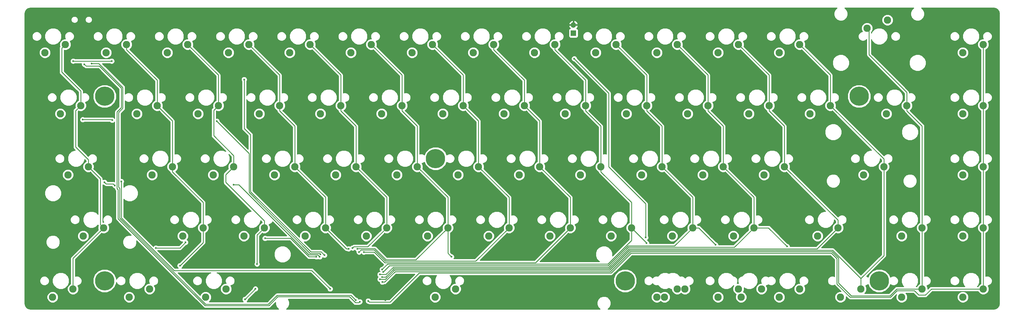
<source format=gtl>
G04 #@! TF.FileFunction,Copper,L1,Top,Signal*
%FSLAX46Y46*%
G04 Gerber Fmt 4.6, Leading zero omitted, Abs format (unit mm)*
G04 Created by KiCad (PCBNEW 4.0.5+dfsg1-4) date Thu Nov 23 22:08:00 2017*
%MOMM*%
%LPD*%
G01*
G04 APERTURE LIST*
%ADD10C,0.100000*%
%ADD11C,2.286000*%
%ADD12C,6.000000*%
%ADD13R,1.700000X1.700000*%
%ADD14O,1.700000X1.700000*%
%ADD15C,0.600000*%
%ADD16C,0.250000*%
%ADD17C,0.254000*%
G04 APERTURE END LIST*
D10*
D11*
X35560000Y-57467500D03*
X41910000Y-54927500D03*
D12*
X295275240Y-128587459D03*
X289000240Y-71087459D03*
X216175240Y-128587459D03*
X157150240Y-90487459D03*
X54150240Y-128587459D03*
D11*
X207010000Y-57467500D03*
X213360000Y-54927500D03*
X40322500Y-76517500D03*
X46672500Y-73977500D03*
X264160000Y-133667500D03*
X270510000Y-131127500D03*
X54610000Y-57467500D03*
X60960000Y-54927500D03*
X157003750Y-133667500D03*
X163353750Y-131127500D03*
X78422500Y-114617500D03*
X84772500Y-112077500D03*
X290353750Y-95567500D03*
X296703750Y-93027500D03*
X116522500Y-114617500D03*
X122872500Y-112077500D03*
X85566250Y-133667500D03*
X91916250Y-131127500D03*
X168910000Y-57467500D03*
X175260000Y-54927500D03*
X73660000Y-57467500D03*
X80010000Y-54927500D03*
X226060000Y-57467500D03*
X232410000Y-54927500D03*
X245110000Y-57467500D03*
X251460000Y-54927500D03*
X264160000Y-57467500D03*
X270510000Y-54927500D03*
X297815000Y-47307500D03*
X291465000Y-49847500D03*
X235585000Y-76517500D03*
X241935000Y-73977500D03*
X254635000Y-76517500D03*
X260985000Y-73977500D03*
X273685000Y-76517500D03*
X280035000Y-73977500D03*
X297497500Y-76517500D03*
X303847500Y-73977500D03*
X240347500Y-95567500D03*
X246697500Y-93027500D03*
X259397500Y-95567500D03*
X265747500Y-93027500D03*
X92710000Y-57467500D03*
X99060000Y-54927500D03*
X249872500Y-114617500D03*
X256222500Y-112077500D03*
X111760000Y-57467500D03*
X118110000Y-54927500D03*
X130810000Y-57467500D03*
X137160000Y-54927500D03*
X149860000Y-57467500D03*
X156210000Y-54927500D03*
X187960000Y-57467500D03*
X194310000Y-54927500D03*
X64135000Y-76517500D03*
X70485000Y-73977500D03*
X83185000Y-76517500D03*
X89535000Y-73977500D03*
X102235000Y-76517500D03*
X108585000Y-73977500D03*
X121285000Y-76517500D03*
X127635000Y-73977500D03*
X140335000Y-76517500D03*
X146685000Y-73977500D03*
X159385000Y-76517500D03*
X165735000Y-73977500D03*
X178435000Y-76517500D03*
X184785000Y-73977500D03*
X197485000Y-76517500D03*
X203835000Y-73977500D03*
X216535000Y-76517500D03*
X222885000Y-73977500D03*
X42703750Y-95567500D03*
X49053750Y-93027500D03*
X68897500Y-95567500D03*
X75247500Y-93027500D03*
X87947500Y-95567500D03*
X94297500Y-93027500D03*
X106997500Y-95567500D03*
X113347500Y-93027500D03*
X126047500Y-95567500D03*
X132397500Y-93027500D03*
X145097500Y-95567500D03*
X151447500Y-93027500D03*
X164147500Y-95567500D03*
X170497500Y-93027500D03*
X183197500Y-95567500D03*
X189547500Y-93027500D03*
X202247500Y-95567500D03*
X208597500Y-93027500D03*
X221297500Y-95567500D03*
X227647500Y-93027500D03*
X97472500Y-114617500D03*
X103822500Y-112077500D03*
X135572500Y-114617500D03*
X141922500Y-112077500D03*
X154622500Y-114617500D03*
X160972500Y-112077500D03*
X173672500Y-114617500D03*
X180022500Y-112077500D03*
X192722500Y-114617500D03*
X199072500Y-112077500D03*
X211772500Y-114617500D03*
X218122500Y-112077500D03*
X230822500Y-114617500D03*
X237172500Y-112077500D03*
X37941250Y-133667500D03*
X44291250Y-131127500D03*
X61753750Y-133667500D03*
X68103750Y-131127500D03*
X47466250Y-114617500D03*
X53816250Y-112077500D03*
X228441250Y-133667500D03*
X234791250Y-131127500D03*
X252253750Y-133667500D03*
X258603750Y-131127500D03*
D13*
X200075000Y-51402500D03*
D14*
X200075000Y-48862500D03*
D11*
X321310000Y-57467500D03*
X327660000Y-54927500D03*
X321310000Y-76517500D03*
X327660000Y-73977500D03*
X321310000Y-95567500D03*
X327660000Y-93027500D03*
X302260000Y-114617500D03*
X308610000Y-112077500D03*
X321310000Y-114617500D03*
X327660000Y-112077500D03*
X283210000Y-133667500D03*
X289560000Y-131127500D03*
X302260000Y-133667500D03*
X308610000Y-131127500D03*
X321310000Y-133667500D03*
X327660000Y-131127500D03*
X226060000Y-133667500D03*
X232410000Y-131127500D03*
X245110000Y-133667500D03*
X251460000Y-131127500D03*
X276066250Y-114617500D03*
X282416250Y-112077500D03*
D12*
X54150240Y-71087459D03*
D15*
X141575000Y-134612502D03*
X135575000Y-130612500D03*
X135075000Y-124362500D03*
X133075000Y-131362500D03*
X127825000Y-127362500D03*
X120575000Y-130862500D03*
X120575000Y-128862500D03*
X44324996Y-60112500D03*
X56325000Y-60112500D03*
X122574984Y-120612500D03*
X97575000Y-65862500D03*
X56491949Y-78529449D03*
X47325000Y-78362500D03*
X121327977Y-120353538D03*
X89075000Y-78862500D03*
X57325000Y-98862500D03*
X54075000Y-97862500D03*
X121075018Y-121112500D03*
X94325000Y-98612500D03*
X79325000Y-116612500D03*
X70075000Y-118362500D03*
X120075000Y-121112500D03*
X104075000Y-115362500D03*
X97825000Y-134362494D03*
X101075000Y-131112500D03*
X266575000Y-117862500D03*
X139825000Y-126612518D03*
X140524356Y-127410908D03*
X139825000Y-128112500D03*
X140575000Y-128987510D03*
X77575000Y-123862500D03*
X101575000Y-123362500D03*
X130075000Y-118612500D03*
X131325000Y-118362500D03*
X162075000Y-121112500D03*
X132825000Y-118612500D03*
X133325000Y-119612500D03*
X134825000Y-119612500D03*
X222825004Y-116862500D03*
X140509306Y-125046806D03*
X244325000Y-117362500D03*
X140825000Y-125862500D03*
X50075000Y-60862500D03*
X132325000Y-134612502D03*
X133575008Y-135112500D03*
X47825000Y-61112500D03*
X59325000Y-97612500D03*
X124325000Y-131112500D03*
X222575000Y-115112500D03*
X200325000Y-59362500D03*
X136175000Y-134862500D03*
D16*
X141275001Y-134312503D02*
X141575000Y-134612502D01*
X137574998Y-130612500D02*
X141275001Y-134312503D01*
X135575000Y-130612500D02*
X137574998Y-130612500D01*
X135575000Y-130612500D02*
X135275001Y-130312501D01*
X135275001Y-130312501D02*
X134525001Y-130312501D01*
X134525001Y-130312501D02*
X131825000Y-127612500D01*
X129325000Y-127612500D02*
X133075000Y-131362500D01*
X129075000Y-127362500D02*
X129325000Y-127612500D01*
X129325000Y-127612500D02*
X131825000Y-127612500D01*
X131825000Y-127612500D02*
X135075000Y-124362500D01*
X127825000Y-127362500D02*
X129075000Y-127362500D01*
X120575000Y-128862500D02*
X120575000Y-130862500D01*
X56325000Y-60112500D02*
X44324996Y-60112500D01*
X97575000Y-65862500D02*
X97575000Y-81112500D01*
X99575000Y-83112500D02*
X99575000Y-100862500D01*
X97575000Y-81112500D02*
X99575000Y-83112500D01*
X99575000Y-100862500D02*
X118299976Y-119587476D01*
X118299976Y-119587476D02*
X121549960Y-119587476D01*
X122274985Y-120312501D02*
X122574984Y-120612500D01*
X121549960Y-119587476D02*
X122274985Y-120312501D01*
X56325000Y-78362500D02*
X56491949Y-78529449D01*
X47325000Y-78362500D02*
X56325000Y-78362500D01*
X99124991Y-88912491D02*
X99124991Y-101048901D01*
X99124991Y-101048901D02*
X118113577Y-120037487D01*
X121027978Y-120053539D02*
X121327977Y-120353538D01*
X118113577Y-120037487D02*
X121011926Y-120037487D01*
X89075000Y-78862500D02*
X99124991Y-88912491D01*
X121011926Y-120037487D02*
X121027978Y-120053539D01*
X54575000Y-98362500D02*
X56825000Y-98362500D01*
X56825000Y-98362500D02*
X57325000Y-98862500D01*
X54075000Y-97862500D02*
X54575000Y-98362500D01*
X94325000Y-98612500D02*
X95907834Y-98612500D01*
X120775019Y-120812501D02*
X121075018Y-121112500D01*
X117782832Y-120487498D02*
X120450016Y-120487498D01*
X120450016Y-120487498D02*
X120775019Y-120812501D01*
X95907834Y-98612500D02*
X117782832Y-120487498D01*
X70075000Y-118362500D02*
X77575000Y-118362500D01*
X77575000Y-118362500D02*
X79325000Y-116612500D01*
X119650736Y-121112500D02*
X120075000Y-121112500D01*
X117771424Y-121112500D02*
X119650736Y-121112500D01*
X104075000Y-115362500D02*
X112021424Y-115362500D01*
X112021424Y-115362500D02*
X117771424Y-121112500D01*
X97825006Y-134362494D02*
X97825000Y-134362494D01*
X101075000Y-131112500D02*
X97825006Y-134362494D01*
X53816250Y-112077500D02*
X44291250Y-121602500D01*
X44291250Y-121602500D02*
X44291250Y-131127500D01*
X49053750Y-93027500D02*
X52825000Y-96798750D01*
X52825000Y-96798750D02*
X52825000Y-111086250D01*
X52825000Y-111086250D02*
X53816250Y-112077500D01*
X46672500Y-73977500D02*
X45075000Y-75575000D01*
X45075000Y-86886776D02*
X49053750Y-90865526D01*
X45075000Y-75575000D02*
X45075000Y-86886776D01*
X49053750Y-90865526D02*
X49053750Y-91411054D01*
X49053750Y-91411054D02*
X49053750Y-93027500D01*
X41910000Y-54927500D02*
X40767001Y-56070499D01*
X46672500Y-69460000D02*
X46672500Y-72361054D01*
X40767001Y-56070499D02*
X40767001Y-63554501D01*
X40767001Y-63554501D02*
X46672500Y-69460000D01*
X46672500Y-72361054D02*
X46672500Y-73977500D01*
X143999263Y-124362499D02*
X141749245Y-126612518D01*
X217229369Y-118162487D02*
X211029358Y-124362499D01*
X141749245Y-126612518D02*
X140249264Y-126612518D01*
X250137513Y-118162487D02*
X217229369Y-118162487D01*
X140249264Y-126612518D02*
X139825000Y-126612518D01*
X256222500Y-112077500D02*
X250137513Y-118162487D01*
X211029358Y-124362499D02*
X143999263Y-124362499D01*
X256222500Y-112077500D02*
X260790000Y-112077500D01*
X260790000Y-112077500D02*
X266575000Y-117862500D01*
X246697500Y-93027500D02*
X256222500Y-102552500D01*
X256222500Y-102552500D02*
X256222500Y-112077500D01*
X241935000Y-73977500D02*
X241935000Y-75593946D01*
X246697500Y-80356446D02*
X246697500Y-91411054D01*
X241935000Y-75593946D02*
X246697500Y-80356446D01*
X246697500Y-91411054D02*
X246697500Y-93027500D01*
X232410000Y-54927500D02*
X241935000Y-64452500D01*
X241935000Y-64452500D02*
X241935000Y-73977500D01*
X211215758Y-124812510D02*
X144185663Y-124812510D01*
X144185663Y-124812510D02*
X141587266Y-127410908D01*
X217415769Y-118612498D02*
X211215758Y-124812510D01*
X275881252Y-118612498D02*
X217415769Y-118612498D01*
X282416250Y-112077500D02*
X275881252Y-118612498D01*
X141587266Y-127410908D02*
X140948620Y-127410908D01*
X140948620Y-127410908D02*
X140524356Y-127410908D01*
X265747500Y-93027500D02*
X282416250Y-109696250D01*
X282416250Y-109696250D02*
X282416250Y-112077500D01*
X260985000Y-73977500D02*
X260985000Y-75593946D01*
X260985000Y-75593946D02*
X265747500Y-80356446D01*
X265747500Y-80356446D02*
X265747500Y-91411054D01*
X265747500Y-91411054D02*
X265747500Y-93027500D01*
X251460000Y-54927500D02*
X260985000Y-64452500D01*
X260985000Y-64452500D02*
X260985000Y-73977500D01*
X289560000Y-127861111D02*
X280761400Y-119062509D01*
X140249264Y-128112500D02*
X139825000Y-128112500D01*
X211402158Y-125262521D02*
X144372063Y-125262521D01*
X217602169Y-119062509D02*
X211402158Y-125262521D01*
X141522084Y-128112500D02*
X140249264Y-128112500D01*
X289560000Y-128117166D02*
X289560000Y-127861111D01*
X144372063Y-125262521D02*
X141522084Y-128112500D01*
X280761400Y-119062509D02*
X217602169Y-119062509D01*
X296703750Y-93027500D02*
X296703750Y-120733750D01*
X296703750Y-120733750D02*
X289560000Y-127877500D01*
X289560000Y-127877500D02*
X289560000Y-128117166D01*
X289560000Y-128117166D02*
X289560000Y-129511054D01*
X289560000Y-129511054D02*
X289560000Y-131127500D01*
X280035000Y-73977500D02*
X296703750Y-90646250D01*
X296703750Y-90646250D02*
X296703750Y-93027500D01*
X270510000Y-54927500D02*
X280035000Y-64452500D01*
X280035000Y-64452500D02*
X280035000Y-73977500D01*
X308610000Y-131127500D02*
X300710000Y-131127500D01*
X300710000Y-131127500D02*
X300625010Y-131212489D01*
X144558462Y-125712532D02*
X141283484Y-128987510D01*
X300625010Y-131212489D02*
X298575000Y-133262499D01*
X282575001Y-129262501D02*
X282575001Y-121512521D01*
X298575000Y-133262499D02*
X286574999Y-133262499D01*
X140999264Y-128987510D02*
X140575000Y-128987510D01*
X286574999Y-133262499D02*
X282575001Y-129262501D01*
X280575000Y-119512520D02*
X217788569Y-119512520D01*
X282575001Y-121512521D02*
X280575000Y-119512520D01*
X217788569Y-119512520D02*
X211588558Y-125712531D01*
X211588558Y-125712531D02*
X144558462Y-125712532D01*
X141283484Y-128987510D02*
X140999264Y-128987510D01*
X308610000Y-112077500D02*
X308610000Y-129057834D01*
X308610000Y-129057834D02*
X308610000Y-131127500D01*
X303847500Y-73977500D02*
X303847500Y-75593946D01*
X308610000Y-80356446D02*
X308610000Y-110461054D01*
X303847500Y-75593946D02*
X308610000Y-80356446D01*
X308610000Y-110461054D02*
X308610000Y-112077500D01*
X291465000Y-49847500D02*
X292075000Y-50457500D01*
X292075000Y-50457500D02*
X292075000Y-58112500D01*
X292075000Y-58112500D02*
X303847500Y-69885000D01*
X303847500Y-69885000D02*
X303847500Y-72361054D01*
X303847500Y-72361054D02*
X303847500Y-73977500D01*
X84772500Y-112077500D02*
X84772500Y-116665000D01*
X84772500Y-116665000D02*
X77575000Y-123862500D01*
X75247500Y-93027500D02*
X75247500Y-94643946D01*
X75247500Y-94643946D02*
X84772500Y-104168946D01*
X84772500Y-110461054D02*
X84772500Y-112077500D01*
X84772500Y-104168946D02*
X84772500Y-110461054D01*
X70485000Y-73977500D02*
X75247500Y-78740000D01*
X75247500Y-78740000D02*
X75247500Y-93027500D01*
X60960000Y-54927500D02*
X60960000Y-56543946D01*
X60960000Y-56543946D02*
X70485000Y-66068946D01*
X70485000Y-66068946D02*
X70485000Y-72361054D01*
X70485000Y-72361054D02*
X70485000Y-73977500D01*
X103822500Y-112077500D02*
X101575000Y-114325000D01*
X101575000Y-114325000D02*
X101575000Y-116937498D01*
X101575000Y-116937498D02*
X101575000Y-123362500D01*
X94297500Y-93027500D02*
X91825000Y-95500000D01*
X91825000Y-95500000D02*
X91825000Y-97918026D01*
X91825000Y-97918026D02*
X103822500Y-109915526D01*
X103822500Y-109915526D02*
X103822500Y-110461054D01*
X103822500Y-110461054D02*
X103822500Y-112077500D01*
X89535000Y-73977500D02*
X88075000Y-75437500D01*
X88075000Y-75437500D02*
X88075000Y-83362500D01*
X88075000Y-83362500D02*
X94297500Y-89585000D01*
X94297500Y-89585000D02*
X94297500Y-91411054D01*
X94297500Y-91411054D02*
X94297500Y-93027500D01*
X80010000Y-54927500D02*
X89535000Y-64452500D01*
X89535000Y-64452500D02*
X89535000Y-73977500D01*
X113347500Y-93027500D02*
X122872500Y-102552500D01*
X122872500Y-102552500D02*
X122872500Y-112077500D01*
X108585000Y-73977500D02*
X108585000Y-75593946D01*
X108585000Y-75593946D02*
X113347500Y-80356446D01*
X113347500Y-80356446D02*
X113347500Y-91411054D01*
X113347500Y-91411054D02*
X113347500Y-93027500D01*
X99060000Y-54927500D02*
X108585000Y-64452500D01*
X108585000Y-64452500D02*
X108585000Y-73977500D01*
X122872500Y-112077500D02*
X129407500Y-118612500D01*
X129407500Y-118612500D02*
X130075000Y-118612500D01*
X132397500Y-93027500D02*
X141922500Y-102552500D01*
X141922500Y-102552500D02*
X141922500Y-112077500D01*
X127635000Y-73977500D02*
X127635000Y-75593946D01*
X127635000Y-75593946D02*
X132397500Y-80356446D01*
X132397500Y-80356446D02*
X132397500Y-91411054D01*
X132397500Y-91411054D02*
X132397500Y-93027500D01*
X118110000Y-54927500D02*
X127635000Y-64452500D01*
X127635000Y-64452500D02*
X127635000Y-73977500D01*
X131700001Y-117987499D02*
X131325000Y-118362500D01*
X141922500Y-112077500D02*
X136012501Y-117987499D01*
X136012501Y-117987499D02*
X131700001Y-117987499D01*
X160972500Y-112077500D02*
X160972500Y-120010000D01*
X161775001Y-120812501D02*
X162075000Y-121112500D01*
X160972500Y-120010000D02*
X161775001Y-120812501D01*
X151447500Y-93027500D02*
X160972500Y-102552500D01*
X160972500Y-102552500D02*
X160972500Y-112077500D01*
X146685000Y-73977500D02*
X146685000Y-75593946D01*
X146685000Y-75593946D02*
X151447500Y-80356446D01*
X151447500Y-80356446D02*
X151447500Y-91411054D01*
X151447500Y-91411054D02*
X151447500Y-93027500D01*
X137160000Y-54927500D02*
X146685000Y-64452500D01*
X146685000Y-64452500D02*
X146685000Y-73977500D01*
X132900011Y-118537489D02*
X132825000Y-118612500D01*
X141747791Y-122012471D02*
X138272809Y-118537489D01*
X138272809Y-118537489D02*
X132900011Y-118537489D01*
X151037529Y-122012471D02*
X141747791Y-122012471D01*
X160972500Y-112077500D02*
X151037529Y-122012471D01*
X180022500Y-112077500D02*
X169637519Y-122462481D01*
X169637519Y-122462481D02*
X141561391Y-122462481D01*
X141561391Y-122462481D02*
X138086409Y-118987499D01*
X138086409Y-118987499D02*
X133950001Y-118987499D01*
X133950001Y-118987499D02*
X133325000Y-119612500D01*
X170497500Y-93027500D02*
X180022500Y-102552500D01*
X180022500Y-102552500D02*
X180022500Y-112077500D01*
X165735000Y-73977500D02*
X170497500Y-78740000D01*
X170497500Y-78740000D02*
X170497500Y-93027500D01*
X156210000Y-54927500D02*
X165735000Y-64452500D01*
X165735000Y-64452500D02*
X165735000Y-73977500D01*
X189547500Y-93027500D02*
X199072500Y-102552500D01*
X199072500Y-102552500D02*
X199072500Y-112077500D01*
X184785000Y-73977500D02*
X189547500Y-78740000D01*
X189547500Y-78740000D02*
X189547500Y-93027500D01*
X175260000Y-54927500D02*
X175260000Y-56543946D01*
X175260000Y-56543946D02*
X184785000Y-66068946D01*
X184785000Y-66068946D02*
X184785000Y-72361054D01*
X184785000Y-72361054D02*
X184785000Y-73977500D01*
X138075000Y-119612500D02*
X134825000Y-119612500D01*
X141374991Y-122912491D02*
X138075000Y-119612500D01*
X199072500Y-112077500D02*
X188237509Y-122912491D01*
X188237509Y-122912491D02*
X141374991Y-122912491D01*
X142193612Y-123362500D02*
X140809305Y-124746807D01*
X218122500Y-112077500D02*
X218122500Y-115996535D01*
X140809305Y-124746807D02*
X140509306Y-125046806D01*
X218122500Y-115996535D02*
X210756535Y-123362500D01*
X210756535Y-123362500D02*
X142193612Y-123362500D01*
X222825004Y-116780004D02*
X222825004Y-116862500D01*
X218122500Y-112077500D02*
X222825004Y-116780004D01*
X208597500Y-93027500D02*
X208597500Y-94643946D01*
X208597500Y-94643946D02*
X218122500Y-104168946D01*
X218122500Y-104168946D02*
X218122500Y-110461054D01*
X218122500Y-110461054D02*
X218122500Y-112077500D01*
X203835000Y-73977500D02*
X203835000Y-75593946D01*
X203835000Y-75593946D02*
X208597500Y-80356446D01*
X208597500Y-80356446D02*
X208597500Y-91411054D01*
X208597500Y-91411054D02*
X208597500Y-93027500D01*
X194310000Y-54927500D02*
X194310000Y-56543946D01*
X194310000Y-56543946D02*
X203835000Y-66068946D01*
X203835000Y-66068946D02*
X203835000Y-72361054D01*
X203835000Y-72361054D02*
X203835000Y-73977500D01*
X141124999Y-125562501D02*
X140825000Y-125862500D01*
X210892946Y-123862500D02*
X142825000Y-123862500D01*
X237172500Y-112077500D02*
X231537524Y-117712476D01*
X142825000Y-123862500D02*
X141124999Y-125562501D01*
X217042969Y-117712476D02*
X210892946Y-123862500D01*
X231537524Y-117712476D02*
X217042969Y-117712476D01*
X237172500Y-112077500D02*
X239040000Y-112077500D01*
X239040000Y-112077500D02*
X244325000Y-117362500D01*
X227647500Y-93027500D02*
X237172500Y-102552500D01*
X237172500Y-102552500D02*
X237172500Y-112077500D01*
X222885000Y-73977500D02*
X222885000Y-75593946D01*
X222885000Y-75593946D02*
X227647500Y-80356446D01*
X227647500Y-80356446D02*
X227647500Y-91411054D01*
X227647500Y-91411054D02*
X227647500Y-93027500D01*
X213360000Y-54927500D02*
X222885000Y-64452500D01*
X222885000Y-64452500D02*
X222885000Y-73977500D01*
X59775011Y-74798900D02*
X59775011Y-68312510D01*
X58449998Y-98812496D02*
X58449998Y-76123913D01*
X59775011Y-68312510D02*
X52325000Y-60862500D01*
X52325000Y-60862500D02*
X50499264Y-60862500D01*
X107824999Y-133112500D02*
X105075000Y-135862500D01*
X58449995Y-98812499D02*
X58449998Y-98812496D01*
X58825000Y-99787506D02*
X58449995Y-99412501D01*
X58825000Y-109098892D02*
X58825000Y-99787506D01*
X105075000Y-135862500D02*
X85588608Y-135862500D01*
X58449998Y-76123913D02*
X59775011Y-74798900D01*
X50499264Y-60862500D02*
X50075000Y-60862500D01*
X58449995Y-99412501D02*
X58449995Y-98812499D01*
X130824998Y-133112500D02*
X107824999Y-133112500D01*
X132325000Y-134612502D02*
X130824998Y-133112500D01*
X85588608Y-135862500D02*
X58825000Y-109098892D01*
X47825000Y-61112500D02*
X48393205Y-61680705D01*
X57999987Y-75937513D02*
X57999987Y-99848902D01*
X133275009Y-135412499D02*
X133575008Y-135112500D01*
X48393205Y-61680705D02*
X52506795Y-61680705D01*
X52506795Y-61680705D02*
X59325000Y-68498910D01*
X59325000Y-68498910D02*
X59325000Y-74612500D01*
X59325000Y-74612500D02*
X57999987Y-75937513D01*
X58325000Y-109235303D02*
X85402208Y-136312511D01*
X57999987Y-99848902D02*
X58325000Y-100173915D01*
X105261400Y-136312511D02*
X108011399Y-133562511D01*
X130350007Y-133562511D02*
X132199995Y-135412499D01*
X58325000Y-100173915D02*
X58325000Y-109235303D01*
X85402208Y-136312511D02*
X105261400Y-136312511D01*
X108011399Y-133562511D02*
X130350007Y-133562511D01*
X132199995Y-135412499D02*
X133275009Y-135412499D01*
X124325000Y-131112500D02*
X118575000Y-125362500D01*
X75725018Y-125362500D02*
X59325000Y-108962482D01*
X59325000Y-98036764D02*
X59325000Y-97612500D01*
X118575000Y-125362500D02*
X75725018Y-125362500D01*
X59325000Y-108962482D02*
X59325000Y-98036764D01*
X222575000Y-114688236D02*
X222575000Y-115112500D01*
X222575000Y-104612500D02*
X222575000Y-114688236D01*
X211043401Y-70080901D02*
X211043401Y-93080901D01*
X200325000Y-59362500D02*
X211043401Y-70080901D01*
X211043401Y-93080901D02*
X222575000Y-104612500D01*
X327660000Y-131127500D02*
X311510000Y-131127500D01*
X309575000Y-133062500D02*
X307575000Y-133062500D01*
X142999997Y-135237503D02*
X136550003Y-135237503D01*
X311510000Y-131127500D02*
X309575000Y-133062500D01*
X286225010Y-133712510D02*
X282124990Y-129612490D01*
X217974969Y-119962531D02*
X211774958Y-126162542D01*
X307575000Y-133062500D02*
X306175000Y-131662500D01*
X211774958Y-126162542D02*
X152074958Y-126162542D01*
X306175000Y-131662500D02*
X300811410Y-131662500D01*
X300811410Y-131662500D02*
X298761400Y-133712510D01*
X280388600Y-119962531D02*
X217974969Y-119962531D01*
X298761400Y-133712510D02*
X286225010Y-133712510D01*
X282124990Y-129612490D02*
X282124990Y-121698921D01*
X282124990Y-121698921D02*
X280388600Y-119962531D01*
X152074958Y-126162542D02*
X142999997Y-135237503D01*
X136550003Y-135237503D02*
X136175000Y-134862500D01*
X327660000Y-112077500D02*
X327660000Y-131127500D01*
X327660000Y-93027500D02*
X327660000Y-112077500D01*
X327660000Y-73977500D02*
X327660000Y-93027500D01*
X327660000Y-54927500D02*
X327660000Y-73977500D01*
D17*
G36*
X281507756Y-44177928D02*
X281178376Y-44971164D01*
X281177626Y-45830067D01*
X281505622Y-46623877D01*
X282112428Y-47231744D01*
X282905664Y-47561124D01*
X283764567Y-47561874D01*
X284558377Y-47233878D01*
X285166244Y-46627072D01*
X285495624Y-45833836D01*
X285496374Y-44974933D01*
X285168378Y-44181123D01*
X284561572Y-43573256D01*
X284559751Y-43572500D01*
X305990243Y-43572500D01*
X305383756Y-44177928D01*
X305054376Y-44971164D01*
X305053626Y-45830067D01*
X305381622Y-46623877D01*
X305988428Y-47231744D01*
X306781664Y-47561124D01*
X307640567Y-47561874D01*
X308434377Y-47233878D01*
X309042244Y-46627072D01*
X309371624Y-45833836D01*
X309372374Y-44974933D01*
X309044378Y-44181123D01*
X308437572Y-43573256D01*
X308435751Y-43572500D01*
X330923819Y-43572500D01*
X331627988Y-43712568D01*
X332165667Y-44071834D01*
X332524932Y-44609512D01*
X332665000Y-45313676D01*
X332665000Y-135661324D01*
X332524932Y-136365488D01*
X332165667Y-136903166D01*
X331627988Y-137262432D01*
X330923819Y-137402500D01*
X210804507Y-137402500D01*
X211410994Y-136797072D01*
X211740374Y-136003836D01*
X211741124Y-135144933D01*
X211413128Y-134351123D01*
X211082198Y-134019614D01*
X224281692Y-134019614D01*
X224551806Y-134673340D01*
X225051529Y-135173936D01*
X225704782Y-135445191D01*
X226412114Y-135445808D01*
X227065840Y-135175694D01*
X227250509Y-134991347D01*
X227432779Y-135173936D01*
X228086032Y-135445191D01*
X228793364Y-135445808D01*
X229447090Y-135175694D01*
X229947686Y-134675971D01*
X230218941Y-134022718D01*
X230218943Y-134019614D01*
X243331692Y-134019614D01*
X243601806Y-134673340D01*
X244101529Y-135173936D01*
X244754782Y-135445191D01*
X245462114Y-135445808D01*
X246115840Y-135175694D01*
X246616436Y-134675971D01*
X246887691Y-134022718D01*
X246888308Y-133315386D01*
X246618194Y-132661660D01*
X246118471Y-132161064D01*
X245465218Y-131889809D01*
X244757886Y-131889192D01*
X244104160Y-132159306D01*
X243603564Y-132659029D01*
X243332309Y-133312282D01*
X243331692Y-134019614D01*
X230218943Y-134019614D01*
X230219558Y-133315386D01*
X229949444Y-132661660D01*
X229449721Y-132161064D01*
X228796468Y-131889809D01*
X228089136Y-131889192D01*
X227435410Y-132159306D01*
X227250741Y-132343653D01*
X227068471Y-132161064D01*
X226415218Y-131889809D01*
X225707886Y-131889192D01*
X225054160Y-132159306D01*
X224553564Y-132659029D01*
X224282309Y-133312282D01*
X224281692Y-134019614D01*
X211082198Y-134019614D01*
X210806322Y-133743256D01*
X210013086Y-133413876D01*
X209154183Y-133413126D01*
X208360373Y-133741122D01*
X207752506Y-134347928D01*
X207423126Y-135141164D01*
X207422376Y-136000067D01*
X207750372Y-136793877D01*
X208357178Y-137401744D01*
X208358999Y-137402500D01*
X110728507Y-137402500D01*
X111334994Y-136797072D01*
X111664374Y-136003836D01*
X111665124Y-135144933D01*
X111337128Y-134351123D01*
X111308566Y-134322511D01*
X130035205Y-134322511D01*
X131662594Y-135949900D01*
X131909156Y-136114647D01*
X132199995Y-136172499D01*
X133275009Y-136172499D01*
X133565848Y-136114647D01*
X133666221Y-136047580D01*
X133760175Y-136047662D01*
X134103951Y-135905617D01*
X134367200Y-135642827D01*
X134509846Y-135299299D01*
X134510170Y-134927333D01*
X134368125Y-134583557D01*
X134105335Y-134320308D01*
X133761807Y-134177662D01*
X133389841Y-134177338D01*
X133190840Y-134259563D01*
X133118117Y-134083559D01*
X132855327Y-133820310D01*
X132511799Y-133677664D01*
X132464923Y-133677623D01*
X131362399Y-132575099D01*
X131115837Y-132410352D01*
X130824998Y-132352500D01*
X107824999Y-132352500D01*
X107534160Y-132410352D01*
X107287598Y-132575099D01*
X104760198Y-135102500D01*
X98407147Y-135102500D01*
X98617192Y-134892821D01*
X98759838Y-134549293D01*
X98759879Y-134502423D01*
X101214680Y-132047622D01*
X101260167Y-132047662D01*
X101603943Y-131905617D01*
X101867192Y-131642827D01*
X102009838Y-131299299D01*
X102010162Y-130927333D01*
X101868117Y-130583557D01*
X101605327Y-130320308D01*
X101261799Y-130177662D01*
X100889833Y-130177338D01*
X100546057Y-130319383D01*
X100282808Y-130582173D01*
X100140162Y-130925701D01*
X100140121Y-130972577D01*
X97685326Y-133427372D01*
X97639833Y-133427332D01*
X97296057Y-133569377D01*
X97032808Y-133832167D01*
X96890162Y-134175695D01*
X96889838Y-134547661D01*
X97031883Y-134891437D01*
X97242578Y-135102500D01*
X86645412Y-135102500D01*
X87072686Y-134675971D01*
X87343941Y-134022718D01*
X87344558Y-133315386D01*
X87074444Y-132661660D01*
X86574721Y-132161064D01*
X85921468Y-131889809D01*
X85214136Y-131889192D01*
X84560410Y-132159306D01*
X84059814Y-132659029D01*
X83883808Y-133082898D01*
X82280524Y-131479614D01*
X90137942Y-131479614D01*
X90408056Y-132133340D01*
X90907779Y-132633936D01*
X91561032Y-132905191D01*
X92268364Y-132905808D01*
X92922090Y-132635694D01*
X93422686Y-132135971D01*
X93693941Y-131482718D01*
X93694558Y-130775386D01*
X93424444Y-130121660D01*
X93376435Y-130073567D01*
X93480517Y-130073658D01*
X94026845Y-129847920D01*
X94445201Y-129430294D01*
X94671892Y-128884361D01*
X94672408Y-128293233D01*
X94446670Y-127746905D01*
X94029044Y-127328549D01*
X93483111Y-127101858D01*
X92891983Y-127101342D01*
X92345655Y-127327080D01*
X91927299Y-127744706D01*
X91700608Y-128290639D01*
X91700092Y-128881767D01*
X91893347Y-129349479D01*
X91564136Y-129349192D01*
X90910410Y-129619306D01*
X90409814Y-130119029D01*
X90138559Y-130772282D01*
X90137942Y-131479614D01*
X82280524Y-131479614D01*
X79682677Y-128881767D01*
X81540092Y-128881767D01*
X81765830Y-129428095D01*
X82183456Y-129846451D01*
X82729389Y-130073142D01*
X83320517Y-130073658D01*
X83866845Y-129847920D01*
X84285201Y-129430294D01*
X84511892Y-128884361D01*
X84512408Y-128293233D01*
X84286670Y-127746905D01*
X83869044Y-127328549D01*
X83323111Y-127101858D01*
X82731983Y-127101342D01*
X82185655Y-127327080D01*
X81767299Y-127744706D01*
X81540608Y-128290639D01*
X81540092Y-128881767D01*
X79682677Y-128881767D01*
X76923410Y-126122500D01*
X87187854Y-126122500D01*
X86619043Y-126357528D01*
X85878877Y-127096404D01*
X85477808Y-128062285D01*
X85476895Y-129108126D01*
X85876278Y-130074707D01*
X86615154Y-130814873D01*
X87581035Y-131215942D01*
X88626876Y-131216855D01*
X89593457Y-130817472D01*
X90333623Y-130078596D01*
X90734692Y-129112715D01*
X90735605Y-128066874D01*
X90336222Y-127100293D01*
X89597346Y-126360127D01*
X89025077Y-126122500D01*
X118260198Y-126122500D01*
X123389878Y-131252180D01*
X123389838Y-131297667D01*
X123531883Y-131641443D01*
X123794673Y-131904692D01*
X124138201Y-132047338D01*
X124510167Y-132047662D01*
X124853943Y-131905617D01*
X125117192Y-131642827D01*
X125259838Y-131299299D01*
X125260162Y-130927333D01*
X125118117Y-130583557D01*
X124855327Y-130320308D01*
X124511799Y-130177662D01*
X124464923Y-130177621D01*
X119112401Y-124825099D01*
X118865839Y-124660352D01*
X118575000Y-124602500D01*
X78157153Y-124602500D01*
X78367192Y-124392827D01*
X78509838Y-124049299D01*
X78509879Y-124002423D01*
X85309901Y-117202401D01*
X85474648Y-116955839D01*
X85532500Y-116665000D01*
X85532500Y-114969614D01*
X95694192Y-114969614D01*
X95964306Y-115623340D01*
X96464029Y-116123936D01*
X97117282Y-116395191D01*
X97824614Y-116395808D01*
X98478340Y-116125694D01*
X98978936Y-115625971D01*
X99250191Y-114972718D01*
X99250808Y-114265386D01*
X98980694Y-113611660D01*
X98480971Y-113111064D01*
X97827718Y-112839809D01*
X97120386Y-112839192D01*
X96466660Y-113109306D01*
X95966064Y-113609029D01*
X95694809Y-114262282D01*
X95694192Y-114969614D01*
X85532500Y-114969614D01*
X85532500Y-113687273D01*
X85778340Y-113585694D01*
X86278936Y-113085971D01*
X86550191Y-112432718D01*
X86550808Y-111725386D01*
X86280694Y-111071660D01*
X86232685Y-111023567D01*
X86336767Y-111023658D01*
X86883095Y-110797920D01*
X87301451Y-110380294D01*
X87528142Y-109834361D01*
X87528144Y-109831767D01*
X93446342Y-109831767D01*
X93672080Y-110378095D01*
X94089706Y-110796451D01*
X94635639Y-111023142D01*
X95226767Y-111023658D01*
X95773095Y-110797920D01*
X96191451Y-110380294D01*
X96418142Y-109834361D01*
X96418658Y-109243233D01*
X96192920Y-108696905D01*
X95775294Y-108278549D01*
X95229361Y-108051858D01*
X94638233Y-108051342D01*
X94091905Y-108277080D01*
X93673549Y-108694706D01*
X93446858Y-109240639D01*
X93446342Y-109831767D01*
X87528144Y-109831767D01*
X87528658Y-109243233D01*
X87302920Y-108696905D01*
X86885294Y-108278549D01*
X86339361Y-108051858D01*
X85748233Y-108051342D01*
X85532500Y-108140481D01*
X85532500Y-104168946D01*
X85481361Y-103911855D01*
X85474648Y-103878106D01*
X85309901Y-103631545D01*
X77597970Y-95919614D01*
X86169192Y-95919614D01*
X86439306Y-96573340D01*
X86939029Y-97073936D01*
X87592282Y-97345191D01*
X88299614Y-97345808D01*
X88953340Y-97075694D01*
X89453936Y-96575971D01*
X89725191Y-95922718D01*
X89725808Y-95215386D01*
X89455694Y-94561660D01*
X88955971Y-94061064D01*
X88302718Y-93789809D01*
X87595386Y-93789192D01*
X86941660Y-94059306D01*
X86441064Y-94559029D01*
X86169809Y-95212282D01*
X86169192Y-95919614D01*
X77597970Y-95919614D01*
X76225538Y-94547182D01*
X76253340Y-94535694D01*
X76753936Y-94035971D01*
X77025191Y-93382718D01*
X77025808Y-92675386D01*
X76755694Y-92021660D01*
X76707685Y-91973567D01*
X76811767Y-91973658D01*
X77358095Y-91747920D01*
X77776451Y-91330294D01*
X78003142Y-90784361D01*
X78003144Y-90781767D01*
X83921342Y-90781767D01*
X84147080Y-91328095D01*
X84564706Y-91746451D01*
X85110639Y-91973142D01*
X85701767Y-91973658D01*
X86248095Y-91747920D01*
X86666451Y-91330294D01*
X86893142Y-90784361D01*
X86893658Y-90193233D01*
X86667920Y-89646905D01*
X86250294Y-89228549D01*
X85704361Y-89001858D01*
X85113233Y-89001342D01*
X84566905Y-89227080D01*
X84148549Y-89644706D01*
X83921858Y-90190639D01*
X83921342Y-90781767D01*
X78003144Y-90781767D01*
X78003658Y-90193233D01*
X77777920Y-89646905D01*
X77360294Y-89228549D01*
X76814361Y-89001858D01*
X76223233Y-89001342D01*
X76007500Y-89090481D01*
X76007500Y-78740000D01*
X75949648Y-78449161D01*
X75784901Y-78202599D01*
X74451916Y-76869614D01*
X81406692Y-76869614D01*
X81676806Y-77523340D01*
X82176529Y-78023936D01*
X82829782Y-78295191D01*
X83537114Y-78295808D01*
X84190840Y-78025694D01*
X84691436Y-77525971D01*
X84962691Y-76872718D01*
X84963308Y-76165386D01*
X84693194Y-75511660D01*
X84193471Y-75011064D01*
X83540218Y-74739809D01*
X82832886Y-74739192D01*
X82179160Y-75009306D01*
X81678564Y-75509029D01*
X81407309Y-76162282D01*
X81406692Y-76869614D01*
X74451916Y-76869614D01*
X72160683Y-74578381D01*
X72262691Y-74332718D01*
X72263308Y-73625386D01*
X71993194Y-72971660D01*
X71945185Y-72923567D01*
X72049267Y-72923658D01*
X72595595Y-72697920D01*
X73013951Y-72280294D01*
X73240642Y-71734361D01*
X73240644Y-71731767D01*
X79158842Y-71731767D01*
X79384580Y-72278095D01*
X79802206Y-72696451D01*
X80348139Y-72923142D01*
X80939267Y-72923658D01*
X81485595Y-72697920D01*
X81903951Y-72280294D01*
X82037726Y-71958126D01*
X83095645Y-71958126D01*
X83495028Y-72924707D01*
X84233904Y-73664873D01*
X85199785Y-74065942D01*
X86245626Y-74066855D01*
X87212207Y-73667472D01*
X87952373Y-72928596D01*
X88353442Y-71962715D01*
X88354355Y-70916874D01*
X87954972Y-69950293D01*
X87216096Y-69210127D01*
X86250215Y-68809058D01*
X85204374Y-68808145D01*
X84237793Y-69207528D01*
X83497627Y-69946404D01*
X83096558Y-70912285D01*
X83095645Y-71958126D01*
X82037726Y-71958126D01*
X82130642Y-71734361D01*
X82131158Y-71143233D01*
X81905420Y-70596905D01*
X81487794Y-70178549D01*
X80941861Y-69951858D01*
X80350733Y-69951342D01*
X79804405Y-70177080D01*
X79386049Y-70594706D01*
X79159358Y-71140639D01*
X79158842Y-71731767D01*
X73240644Y-71731767D01*
X73241158Y-71143233D01*
X73015420Y-70596905D01*
X72597794Y-70178549D01*
X72051861Y-69951858D01*
X71460733Y-69951342D01*
X71245000Y-70040481D01*
X71245000Y-66068946D01*
X71187148Y-65778107D01*
X71187148Y-65778106D01*
X71022401Y-65531545D01*
X63310470Y-57819614D01*
X71881692Y-57819614D01*
X72151806Y-58473340D01*
X72651529Y-58973936D01*
X73304782Y-59245191D01*
X74012114Y-59245808D01*
X74665840Y-58975694D01*
X75166436Y-58475971D01*
X75437691Y-57822718D01*
X75438308Y-57115386D01*
X75168194Y-56461660D01*
X74668471Y-55961064D01*
X74015218Y-55689809D01*
X73307886Y-55689192D01*
X72654160Y-55959306D01*
X72153564Y-56459029D01*
X71882309Y-57112282D01*
X71881692Y-57819614D01*
X63310470Y-57819614D01*
X61938038Y-56447182D01*
X61965840Y-56435694D01*
X62466436Y-55935971D01*
X62737691Y-55282718D01*
X62737693Y-55279614D01*
X78231692Y-55279614D01*
X78501806Y-55933340D01*
X79001529Y-56433936D01*
X79654782Y-56705191D01*
X80362114Y-56705808D01*
X80610765Y-56603067D01*
X88775000Y-64767302D01*
X88775000Y-72367727D01*
X88529160Y-72469306D01*
X88028564Y-72969029D01*
X87757309Y-73622282D01*
X87756692Y-74329614D01*
X87859433Y-74578265D01*
X87537599Y-74900099D01*
X87372852Y-75146661D01*
X87315000Y-75437500D01*
X87315000Y-83362500D01*
X87372852Y-83653339D01*
X87537599Y-83899901D01*
X91840470Y-88202772D01*
X91012715Y-87859058D01*
X89966874Y-87858145D01*
X89000293Y-88257528D01*
X88260127Y-88996404D01*
X87859058Y-89962285D01*
X87858145Y-91008126D01*
X88257528Y-91974707D01*
X88996404Y-92714873D01*
X89962285Y-93115942D01*
X91008126Y-93116855D01*
X91974707Y-92717472D01*
X92714873Y-91978596D01*
X93115942Y-91012715D01*
X93116855Y-89966874D01*
X92773437Y-89135739D01*
X93537500Y-89899802D01*
X93537500Y-91417727D01*
X93291660Y-91519306D01*
X92791064Y-92019029D01*
X92519809Y-92672282D01*
X92519192Y-93379614D01*
X92621933Y-93628265D01*
X91287599Y-94962599D01*
X91122852Y-95209161D01*
X91065000Y-95500000D01*
X91065000Y-97918026D01*
X91122852Y-98208865D01*
X91287599Y-98455427D01*
X99740534Y-106908362D01*
X99491874Y-106908145D01*
X98525293Y-107307528D01*
X97785127Y-108046404D01*
X97384058Y-109012285D01*
X97383145Y-110058126D01*
X97782528Y-111024707D01*
X98521404Y-111764873D01*
X99487285Y-112165942D01*
X100533126Y-112166855D01*
X101499707Y-111767472D01*
X102239873Y-111028596D01*
X102640942Y-110062715D01*
X102641163Y-109808991D01*
X103062500Y-110230328D01*
X103062500Y-110467727D01*
X102816660Y-110569306D01*
X102316064Y-111069029D01*
X102044809Y-111722282D01*
X102044192Y-112429614D01*
X102146933Y-112678265D01*
X101037599Y-113787599D01*
X100872852Y-114034161D01*
X100815000Y-114325000D01*
X100815000Y-122800037D01*
X100782808Y-122832173D01*
X100640162Y-123175701D01*
X100639838Y-123547667D01*
X100781883Y-123891443D01*
X101044673Y-124154692D01*
X101388201Y-124297338D01*
X101760167Y-124297662D01*
X102103943Y-124155617D01*
X102367192Y-123892827D01*
X102509838Y-123549299D01*
X102510162Y-123177333D01*
X102368117Y-122833557D01*
X102335000Y-122800382D01*
X102335000Y-120853126D01*
X106876395Y-120853126D01*
X107275778Y-121819707D01*
X108014654Y-122559873D01*
X108980535Y-122960942D01*
X110026376Y-122961855D01*
X110992957Y-122562472D01*
X111733123Y-121823596D01*
X112134192Y-120857715D01*
X112135105Y-119811874D01*
X111735722Y-118845293D01*
X110996846Y-118105127D01*
X110030965Y-117704058D01*
X108985124Y-117703145D01*
X108018543Y-118102528D01*
X107278377Y-118841404D01*
X106877308Y-119807285D01*
X106876395Y-120853126D01*
X102335000Y-120853126D01*
X102335000Y-114639802D01*
X103221619Y-113753183D01*
X103467282Y-113855191D01*
X104174614Y-113855808D01*
X104828340Y-113585694D01*
X105328936Y-113085971D01*
X105600191Y-112432718D01*
X105600808Y-111725386D01*
X105330694Y-111071660D01*
X105282685Y-111023567D01*
X105386767Y-111023658D01*
X105933095Y-110797920D01*
X106351451Y-110380294D01*
X106424619Y-110204087D01*
X110823032Y-114602500D01*
X104637463Y-114602500D01*
X104605327Y-114570308D01*
X104261799Y-114427662D01*
X103889833Y-114427338D01*
X103546057Y-114569383D01*
X103282808Y-114832173D01*
X103140162Y-115175701D01*
X103139838Y-115547667D01*
X103281883Y-115891443D01*
X103544673Y-116154692D01*
X103888201Y-116297338D01*
X104260167Y-116297662D01*
X104603943Y-116155617D01*
X104637118Y-116122500D01*
X111706622Y-116122500D01*
X117234023Y-121649901D01*
X117480585Y-121814648D01*
X117771424Y-121872500D01*
X119512537Y-121872500D01*
X119544673Y-121904692D01*
X119888201Y-122047338D01*
X120260167Y-122047662D01*
X120575360Y-121917427D01*
X120888219Y-122047338D01*
X121260185Y-122047662D01*
X121603961Y-121905617D01*
X121867210Y-121642827D01*
X121989172Y-121349110D01*
X122044657Y-121404692D01*
X122388185Y-121547338D01*
X122760151Y-121547662D01*
X123103927Y-121405617D01*
X123367176Y-121142827D01*
X123509822Y-120799299D01*
X123510146Y-120427333D01*
X123368101Y-120083557D01*
X123105311Y-119820308D01*
X122761783Y-119677662D01*
X122714907Y-119677621D01*
X122087361Y-119050075D01*
X121840799Y-118885328D01*
X121549960Y-118827476D01*
X118614778Y-118827476D01*
X116182506Y-116395204D01*
X116874614Y-116395808D01*
X117528340Y-116125694D01*
X118028936Y-115625971D01*
X118300191Y-114972718D01*
X118300808Y-114265386D01*
X118030694Y-113611660D01*
X117530971Y-113111064D01*
X116877718Y-112839809D01*
X116170386Y-112839192D01*
X115516660Y-113109306D01*
X115016064Y-113609029D01*
X114744809Y-114262282D01*
X114744203Y-114956901D01*
X109619069Y-109831767D01*
X112496342Y-109831767D01*
X112722080Y-110378095D01*
X113139706Y-110796451D01*
X113685639Y-111023142D01*
X114276767Y-111023658D01*
X114823095Y-110797920D01*
X115241451Y-110380294D01*
X115375226Y-110058126D01*
X116433145Y-110058126D01*
X116832528Y-111024707D01*
X117571404Y-111764873D01*
X118537285Y-112165942D01*
X119583126Y-112166855D01*
X120549707Y-111767472D01*
X121289873Y-111028596D01*
X121690942Y-110062715D01*
X121691855Y-109016874D01*
X121292472Y-108050293D01*
X120553596Y-107310127D01*
X119587715Y-106909058D01*
X118541874Y-106908145D01*
X117575293Y-107307528D01*
X116835127Y-108046404D01*
X116434058Y-109012285D01*
X116433145Y-110058126D01*
X115375226Y-110058126D01*
X115468142Y-109834361D01*
X115468658Y-109243233D01*
X115242920Y-108696905D01*
X114825294Y-108278549D01*
X114279361Y-108051858D01*
X113688233Y-108051342D01*
X113141905Y-108277080D01*
X112723549Y-108694706D01*
X112496858Y-109240639D01*
X112496342Y-109831767D01*
X109619069Y-109831767D01*
X100335000Y-100547698D01*
X100335000Y-95919614D01*
X105219192Y-95919614D01*
X105489306Y-96573340D01*
X105989029Y-97073936D01*
X106642282Y-97345191D01*
X107349614Y-97345808D01*
X108003340Y-97075694D01*
X108503936Y-96575971D01*
X108775191Y-95922718D01*
X108775808Y-95215386D01*
X108505694Y-94561660D01*
X108005971Y-94061064D01*
X107352718Y-93789809D01*
X106645386Y-93789192D01*
X105991660Y-94059306D01*
X105491064Y-94559029D01*
X105219809Y-95212282D01*
X105219192Y-95919614D01*
X100335000Y-95919614D01*
X100335000Y-90781767D01*
X102971342Y-90781767D01*
X103197080Y-91328095D01*
X103614706Y-91746451D01*
X104160639Y-91973142D01*
X104751767Y-91973658D01*
X105298095Y-91747920D01*
X105716451Y-91330294D01*
X105850226Y-91008126D01*
X106908145Y-91008126D01*
X107307528Y-91974707D01*
X108046404Y-92714873D01*
X109012285Y-93115942D01*
X110058126Y-93116855D01*
X111024707Y-92717472D01*
X111764873Y-91978596D01*
X112165942Y-91012715D01*
X112166855Y-89966874D01*
X111767472Y-89000293D01*
X111028596Y-88260127D01*
X110062715Y-87859058D01*
X109016874Y-87858145D01*
X108050293Y-88257528D01*
X107310127Y-88996404D01*
X106909058Y-89962285D01*
X106908145Y-91008126D01*
X105850226Y-91008126D01*
X105943142Y-90784361D01*
X105943658Y-90193233D01*
X105717920Y-89646905D01*
X105300294Y-89228549D01*
X104754361Y-89001858D01*
X104163233Y-89001342D01*
X103616905Y-89227080D01*
X103198549Y-89644706D01*
X102971858Y-90190639D01*
X102971342Y-90781767D01*
X100335000Y-90781767D01*
X100335000Y-83112500D01*
X100277148Y-82821661D01*
X100112401Y-82575099D01*
X98335000Y-80797698D01*
X98335000Y-76869614D01*
X100456692Y-76869614D01*
X100726806Y-77523340D01*
X101226529Y-78023936D01*
X101879782Y-78295191D01*
X102587114Y-78295808D01*
X103240840Y-78025694D01*
X103741436Y-77525971D01*
X104012691Y-76872718D01*
X104013308Y-76165386D01*
X103743194Y-75511660D01*
X103243471Y-75011064D01*
X102590218Y-74739809D01*
X101882886Y-74739192D01*
X101229160Y-75009306D01*
X100728564Y-75509029D01*
X100457309Y-76162282D01*
X100456692Y-76869614D01*
X98335000Y-76869614D01*
X98335000Y-72037093D01*
X98434580Y-72278095D01*
X98852206Y-72696451D01*
X99398139Y-72923142D01*
X99989267Y-72923658D01*
X100535595Y-72697920D01*
X100953951Y-72280294D01*
X101087726Y-71958126D01*
X102145645Y-71958126D01*
X102545028Y-72924707D01*
X103283904Y-73664873D01*
X104249785Y-74065942D01*
X105295626Y-74066855D01*
X106262207Y-73667472D01*
X107002373Y-72928596D01*
X107403442Y-71962715D01*
X107404355Y-70916874D01*
X107004972Y-69950293D01*
X106266096Y-69210127D01*
X105300215Y-68809058D01*
X104254374Y-68808145D01*
X103287793Y-69207528D01*
X102547627Y-69946404D01*
X102146558Y-70912285D01*
X102145645Y-71958126D01*
X101087726Y-71958126D01*
X101180642Y-71734361D01*
X101181158Y-71143233D01*
X100955420Y-70596905D01*
X100537794Y-70178549D01*
X99991861Y-69951858D01*
X99400733Y-69951342D01*
X98854405Y-70177080D01*
X98436049Y-70594706D01*
X98335000Y-70838059D01*
X98335000Y-66424963D01*
X98367192Y-66392827D01*
X98509838Y-66049299D01*
X98510162Y-65677333D01*
X98368117Y-65333557D01*
X98105327Y-65070308D01*
X97761799Y-64927662D01*
X97389833Y-64927338D01*
X97046057Y-65069383D01*
X96782808Y-65332173D01*
X96640162Y-65675701D01*
X96639838Y-66047667D01*
X96781883Y-66391443D01*
X96815000Y-66424618D01*
X96815000Y-81112500D01*
X96872852Y-81403339D01*
X97037599Y-81649901D01*
X98815000Y-83427302D01*
X98815000Y-87527698D01*
X90010122Y-78722820D01*
X90010162Y-78677333D01*
X89868117Y-78333557D01*
X89605327Y-78070308D01*
X89261799Y-77927662D01*
X88889833Y-77927338D01*
X88835000Y-77949994D01*
X88835000Y-75752302D01*
X88934119Y-75653183D01*
X89179782Y-75755191D01*
X89887114Y-75755808D01*
X90540840Y-75485694D01*
X91041436Y-74985971D01*
X91312691Y-74332718D01*
X91313308Y-73625386D01*
X91043194Y-72971660D01*
X90995185Y-72923567D01*
X91099267Y-72923658D01*
X91645595Y-72697920D01*
X92063951Y-72280294D01*
X92290642Y-71734361D01*
X92291158Y-71143233D01*
X92065420Y-70596905D01*
X91647794Y-70178549D01*
X91101861Y-69951858D01*
X90510733Y-69951342D01*
X90295000Y-70040481D01*
X90295000Y-64452500D01*
X90267550Y-64314501D01*
X90237148Y-64161660D01*
X90072401Y-63915099D01*
X83976916Y-57819614D01*
X90931692Y-57819614D01*
X91201806Y-58473340D01*
X91701529Y-58973936D01*
X92354782Y-59245191D01*
X93062114Y-59245808D01*
X93715840Y-58975694D01*
X94216436Y-58475971D01*
X94487691Y-57822718D01*
X94488308Y-57115386D01*
X94218194Y-56461660D01*
X93718471Y-55961064D01*
X93065218Y-55689809D01*
X92357886Y-55689192D01*
X91704160Y-55959306D01*
X91203564Y-56459029D01*
X90932309Y-57112282D01*
X90931692Y-57819614D01*
X83976916Y-57819614D01*
X81685683Y-55528381D01*
X81787691Y-55282718D01*
X81787693Y-55279614D01*
X97281692Y-55279614D01*
X97551806Y-55933340D01*
X98051529Y-56433936D01*
X98704782Y-56705191D01*
X99412114Y-56705808D01*
X99660765Y-56603067D01*
X107825000Y-64767302D01*
X107825000Y-72367727D01*
X107579160Y-72469306D01*
X107078564Y-72969029D01*
X106807309Y-73622282D01*
X106806692Y-74329614D01*
X107076806Y-74983340D01*
X107576529Y-75483936D01*
X107825000Y-75587110D01*
X107825000Y-75593946D01*
X107882852Y-75884785D01*
X108047599Y-76131347D01*
X112587500Y-80671248D01*
X112587500Y-91417727D01*
X112341660Y-91519306D01*
X111841064Y-92019029D01*
X111569809Y-92672282D01*
X111569192Y-93379614D01*
X111839306Y-94033340D01*
X112339029Y-94533936D01*
X112992282Y-94805191D01*
X113699614Y-94805808D01*
X113948265Y-94703067D01*
X122112500Y-102867302D01*
X122112500Y-110467727D01*
X121866660Y-110569306D01*
X121366064Y-111069029D01*
X121094809Y-111722282D01*
X121094192Y-112429614D01*
X121364306Y-113083340D01*
X121864029Y-113583936D01*
X122517282Y-113855191D01*
X123224614Y-113855808D01*
X123473265Y-113753067D01*
X128870099Y-119149901D01*
X129116661Y-119314648D01*
X129407500Y-119372500D01*
X129512537Y-119372500D01*
X129544673Y-119404692D01*
X129888201Y-119547338D01*
X130260167Y-119547662D01*
X130603943Y-119405617D01*
X130837494Y-119172473D01*
X131138201Y-119297338D01*
X131510167Y-119297662D01*
X131853943Y-119155617D01*
X131984067Y-119025720D01*
X132031883Y-119141443D01*
X132294673Y-119404692D01*
X132390146Y-119444336D01*
X132389838Y-119797667D01*
X132531883Y-120141443D01*
X132794673Y-120404692D01*
X133138201Y-120547338D01*
X133510167Y-120547662D01*
X133853943Y-120405617D01*
X134075155Y-120184791D01*
X134294673Y-120404692D01*
X134638201Y-120547338D01*
X135010167Y-120547662D01*
X135353943Y-120405617D01*
X135387118Y-120372500D01*
X137760198Y-120372500D01*
X140837590Y-123449892D01*
X140953782Y-123527528D01*
X140369626Y-124111684D01*
X140324139Y-124111644D01*
X139980363Y-124253689D01*
X139717114Y-124516479D01*
X139574468Y-124860007D01*
X139574144Y-125231973D01*
X139716189Y-125575749D01*
X139817774Y-125677511D01*
X139639833Y-125677356D01*
X139296057Y-125819401D01*
X139032808Y-126082191D01*
X138890162Y-126425719D01*
X138889838Y-126797685D01*
X139031883Y-127141461D01*
X139252700Y-127362664D01*
X139032808Y-127582173D01*
X138890162Y-127925701D01*
X138889838Y-128297667D01*
X139031883Y-128641443D01*
X139294673Y-128904692D01*
X139638201Y-129047338D01*
X139639947Y-129047340D01*
X139639838Y-129172677D01*
X139781883Y-129516453D01*
X140044673Y-129779702D01*
X140388201Y-129922348D01*
X140760167Y-129922672D01*
X141103943Y-129780627D01*
X141137118Y-129747510D01*
X141283484Y-129747510D01*
X141574323Y-129689658D01*
X141820885Y-129524911D01*
X144873264Y-126472532D01*
X150690166Y-126472532D01*
X142685195Y-134477503D01*
X137027594Y-134477503D01*
X136968117Y-134333557D01*
X136705327Y-134070308D01*
X136361799Y-133927662D01*
X135989833Y-133927338D01*
X135646057Y-134069383D01*
X135382808Y-134332173D01*
X135240162Y-134675701D01*
X135239838Y-135047667D01*
X135381883Y-135391443D01*
X135644673Y-135654692D01*
X135988201Y-135797338D01*
X136046252Y-135797389D01*
X136259163Y-135939651D01*
X136550003Y-135997503D01*
X142999997Y-135997503D01*
X143290836Y-135939651D01*
X143537398Y-135774904D01*
X145292688Y-134019614D01*
X155225442Y-134019614D01*
X155495556Y-134673340D01*
X155995279Y-135173936D01*
X156648532Y-135445191D01*
X157355864Y-135445808D01*
X158009590Y-135175694D01*
X158510186Y-134675971D01*
X158781441Y-134022718D01*
X158782058Y-133315386D01*
X158511944Y-132661660D01*
X158012221Y-132161064D01*
X157358968Y-131889809D01*
X156651636Y-131889192D01*
X155997910Y-132159306D01*
X155497314Y-132659029D01*
X155226059Y-133312282D01*
X155225442Y-134019614D01*
X145292688Y-134019614D01*
X147832688Y-131479614D01*
X161575442Y-131479614D01*
X161845556Y-132133340D01*
X162345279Y-132633936D01*
X162998532Y-132905191D01*
X163705864Y-132905808D01*
X164359590Y-132635694D01*
X164860186Y-132135971D01*
X165131441Y-131482718D01*
X165132058Y-130775386D01*
X164861944Y-130121660D01*
X164813935Y-130073567D01*
X164918017Y-130073658D01*
X165464345Y-129847920D01*
X165882701Y-129430294D01*
X165933758Y-129307333D01*
X212539610Y-129307333D01*
X213091840Y-130643831D01*
X214113489Y-131667265D01*
X215449022Y-132221827D01*
X216895114Y-132223089D01*
X218231612Y-131670859D01*
X219255046Y-130649210D01*
X219809608Y-129313677D01*
X219809984Y-128881767D01*
X222033842Y-128881767D01*
X222259580Y-129428095D01*
X222677206Y-129846451D01*
X223223139Y-130073142D01*
X223814267Y-130073658D01*
X224360595Y-129847920D01*
X224710869Y-129498257D01*
X225058456Y-129846451D01*
X225604389Y-130073142D01*
X226195517Y-130073658D01*
X226344209Y-130012220D01*
X226370028Y-130074707D01*
X227108904Y-130814873D01*
X228074785Y-131215942D01*
X229120626Y-131216855D01*
X229791081Y-130939829D01*
X230456035Y-131215942D01*
X230631922Y-131216096D01*
X230631692Y-131479614D01*
X230901806Y-132133340D01*
X231401529Y-132633936D01*
X232054782Y-132905191D01*
X232762114Y-132905808D01*
X233415840Y-132635694D01*
X233600509Y-132451347D01*
X233782779Y-132633936D01*
X234436032Y-132905191D01*
X235143364Y-132905808D01*
X235797090Y-132635694D01*
X236297686Y-132135971D01*
X236568941Y-131482718D01*
X236569558Y-130775386D01*
X236299444Y-130121660D01*
X236251435Y-130073567D01*
X236355517Y-130073658D01*
X236901845Y-129847920D01*
X237320201Y-129430294D01*
X237546892Y-128884361D01*
X237546894Y-128881767D01*
X241083842Y-128881767D01*
X241309580Y-129428095D01*
X241727206Y-129846451D01*
X242273139Y-130073142D01*
X242864267Y-130073658D01*
X243410595Y-129847920D01*
X243828951Y-129430294D01*
X243962726Y-129108126D01*
X245020645Y-129108126D01*
X245420028Y-130074707D01*
X246158904Y-130814873D01*
X247124785Y-131215942D01*
X248170626Y-131216855D01*
X249137207Y-130817472D01*
X249877373Y-130078596D01*
X249879470Y-130073546D01*
X249999022Y-130073650D01*
X249953564Y-130119029D01*
X249682309Y-130772282D01*
X249681692Y-131479614D01*
X249951806Y-132133340D01*
X250451529Y-132633936D01*
X250712702Y-132742385D01*
X250476059Y-133312282D01*
X250475442Y-134019614D01*
X250745556Y-134673340D01*
X251245279Y-135173936D01*
X251898532Y-135445191D01*
X252605864Y-135445808D01*
X253259590Y-135175694D01*
X253760186Y-134675971D01*
X254031441Y-134022718D01*
X254031443Y-134019614D01*
X262381692Y-134019614D01*
X262651806Y-134673340D01*
X263151529Y-135173936D01*
X263804782Y-135445191D01*
X264512114Y-135445808D01*
X265165840Y-135175694D01*
X265666436Y-134675971D01*
X265937691Y-134022718D01*
X265938308Y-133315386D01*
X265668194Y-132661660D01*
X265168471Y-132161064D01*
X264515218Y-131889809D01*
X263807886Y-131889192D01*
X263154160Y-132159306D01*
X262653564Y-132659029D01*
X262382309Y-133312282D01*
X262381692Y-134019614D01*
X254031443Y-134019614D01*
X254032058Y-133315386D01*
X253761944Y-132661660D01*
X253262221Y-132161064D01*
X253001048Y-132052615D01*
X253237691Y-131482718D01*
X253237693Y-131479614D01*
X256825442Y-131479614D01*
X257095556Y-132133340D01*
X257595279Y-132633936D01*
X258248532Y-132905191D01*
X258955864Y-132905808D01*
X259609590Y-132635694D01*
X260110186Y-132135971D01*
X260381441Y-131482718D01*
X260381443Y-131479614D01*
X268731692Y-131479614D01*
X269001806Y-132133340D01*
X269501529Y-132633936D01*
X270154782Y-132905191D01*
X270862114Y-132905808D01*
X271515840Y-132635694D01*
X272016436Y-132135971D01*
X272287691Y-131482718D01*
X272288308Y-130775386D01*
X272018194Y-130121660D01*
X271970185Y-130073567D01*
X272074267Y-130073658D01*
X272620595Y-129847920D01*
X273038951Y-129430294D01*
X273265642Y-128884361D01*
X273266158Y-128293233D01*
X273040420Y-127746905D01*
X272622794Y-127328549D01*
X272076861Y-127101858D01*
X271485733Y-127101342D01*
X270939405Y-127327080D01*
X270521049Y-127744706D01*
X270294358Y-128290639D01*
X270293842Y-128881767D01*
X270487097Y-129349479D01*
X270157886Y-129349192D01*
X269504160Y-129619306D01*
X269003564Y-130119029D01*
X268732309Y-130772282D01*
X268731692Y-131479614D01*
X260381443Y-131479614D01*
X260382058Y-130775386D01*
X260111944Y-130121660D01*
X260063935Y-130073567D01*
X260168017Y-130073658D01*
X260714345Y-129847920D01*
X260746565Y-129815756D01*
X260777206Y-129846451D01*
X261323139Y-130073142D01*
X261914267Y-130073658D01*
X262460595Y-129847920D01*
X262878951Y-129430294D01*
X263012726Y-129108126D01*
X264070645Y-129108126D01*
X264470028Y-130074707D01*
X265208904Y-130814873D01*
X266174785Y-131215942D01*
X267220626Y-131216855D01*
X268187207Y-130817472D01*
X268927373Y-130078596D01*
X269328442Y-129112715D01*
X269329355Y-128066874D01*
X268929972Y-127100293D01*
X268191096Y-126360127D01*
X267225215Y-125959058D01*
X266179374Y-125958145D01*
X265212793Y-126357528D01*
X264472627Y-127096404D01*
X264071558Y-128062285D01*
X264070645Y-129108126D01*
X263012726Y-129108126D01*
X263105642Y-128884361D01*
X263106158Y-128293233D01*
X262880420Y-127746905D01*
X262462794Y-127328549D01*
X261916861Y-127101858D01*
X261325733Y-127101342D01*
X260779405Y-127327080D01*
X260747185Y-127359244D01*
X260716544Y-127328549D01*
X260170611Y-127101858D01*
X259579483Y-127101342D01*
X259033155Y-127327080D01*
X258614799Y-127744706D01*
X258388108Y-128290639D01*
X258387592Y-128881767D01*
X258580847Y-129349479D01*
X258251636Y-129349192D01*
X257597910Y-129619306D01*
X257097314Y-130119029D01*
X256826059Y-130772282D01*
X256825442Y-131479614D01*
X253237693Y-131479614D01*
X253238308Y-130775386D01*
X253220703Y-130732779D01*
X253302654Y-130814873D01*
X254268535Y-131215942D01*
X255314376Y-131216855D01*
X256280957Y-130817472D01*
X257021123Y-130078596D01*
X257422192Y-129112715D01*
X257423105Y-128066874D01*
X257023722Y-127100293D01*
X256284846Y-126360127D01*
X255318965Y-125959058D01*
X254273124Y-125958145D01*
X253306543Y-126357528D01*
X252566377Y-127096404D01*
X252564280Y-127101454D01*
X252435733Y-127101342D01*
X251889405Y-127327080D01*
X251471049Y-127744706D01*
X251244358Y-128290639D01*
X251243842Y-128881767D01*
X251437097Y-129349479D01*
X251107886Y-129349192D01*
X250985354Y-129399821D01*
X251199392Y-128884361D01*
X251199908Y-128293233D01*
X250974170Y-127746905D01*
X250556544Y-127328549D01*
X250010611Y-127101858D01*
X249880572Y-127101744D01*
X249879972Y-127100293D01*
X249141096Y-126360127D01*
X248175215Y-125959058D01*
X247129374Y-125958145D01*
X246162793Y-126357528D01*
X245422627Y-127096404D01*
X245021558Y-128062285D01*
X245020645Y-129108126D01*
X243962726Y-129108126D01*
X244055642Y-128884361D01*
X244056158Y-128293233D01*
X243830420Y-127746905D01*
X243412794Y-127328549D01*
X242866861Y-127101858D01*
X242275733Y-127101342D01*
X241729405Y-127327080D01*
X241311049Y-127744706D01*
X241084358Y-128290639D01*
X241083842Y-128881767D01*
X237546894Y-128881767D01*
X237547408Y-128293233D01*
X237321670Y-127746905D01*
X236904044Y-127328549D01*
X236358111Y-127101858D01*
X235766983Y-127101342D01*
X235220655Y-127327080D01*
X234870381Y-127676743D01*
X234522794Y-127328549D01*
X233976861Y-127101858D01*
X233385733Y-127101342D01*
X233237041Y-127162780D01*
X233211222Y-127100293D01*
X232472346Y-126360127D01*
X231506465Y-125959058D01*
X230460624Y-125958145D01*
X229790169Y-126235171D01*
X229125215Y-125959058D01*
X228079374Y-125958145D01*
X227112793Y-126357528D01*
X226372627Y-127096404D01*
X226345030Y-127162864D01*
X226198111Y-127101858D01*
X225606983Y-127101342D01*
X225060655Y-127327080D01*
X224710381Y-127676743D01*
X224362794Y-127328549D01*
X223816861Y-127101858D01*
X223225733Y-127101342D01*
X222679405Y-127327080D01*
X222261049Y-127744706D01*
X222034358Y-128290639D01*
X222033842Y-128881767D01*
X219809984Y-128881767D01*
X219810870Y-127867585D01*
X219258640Y-126531087D01*
X218236991Y-125507653D01*
X216901458Y-124953091D01*
X215455366Y-124951829D01*
X214118868Y-125504059D01*
X213095434Y-126525708D01*
X212540872Y-127861241D01*
X212539610Y-129307333D01*
X165933758Y-129307333D01*
X166109392Y-128884361D01*
X166109908Y-128293233D01*
X165884170Y-127746905D01*
X165466544Y-127328549D01*
X164920611Y-127101858D01*
X164329483Y-127101342D01*
X163783155Y-127327080D01*
X163364799Y-127744706D01*
X163138108Y-128290639D01*
X163137592Y-128881767D01*
X163330847Y-129349479D01*
X163001636Y-129349192D01*
X162347910Y-129619306D01*
X161847314Y-130119029D01*
X161576059Y-130772282D01*
X161575442Y-131479614D01*
X147832688Y-131479614D01*
X150430535Y-128881767D01*
X152977592Y-128881767D01*
X153203330Y-129428095D01*
X153620956Y-129846451D01*
X154166889Y-130073142D01*
X154758017Y-130073658D01*
X155304345Y-129847920D01*
X155722701Y-129430294D01*
X155949392Y-128884361D01*
X155949908Y-128293233D01*
X155724170Y-127746905D01*
X155306544Y-127328549D01*
X154760611Y-127101858D01*
X154169483Y-127101342D01*
X153623155Y-127327080D01*
X153204799Y-127744706D01*
X152978108Y-128290639D01*
X152977592Y-128881767D01*
X150430535Y-128881767D01*
X152389760Y-126922542D01*
X157490543Y-126922542D01*
X157316377Y-127096404D01*
X156915308Y-128062285D01*
X156914395Y-129108126D01*
X157313778Y-130074707D01*
X158052654Y-130814873D01*
X159018535Y-131215942D01*
X160064376Y-131216855D01*
X161030957Y-130817472D01*
X161771123Y-130078596D01*
X162172192Y-129112715D01*
X162173105Y-128066874D01*
X161773722Y-127100293D01*
X161596281Y-126922542D01*
X211774958Y-126922542D01*
X212065797Y-126864690D01*
X212312359Y-126699943D01*
X218289771Y-120722531D01*
X280073798Y-120722531D01*
X281364990Y-122013723D01*
X281364990Y-127267175D01*
X280966861Y-127101858D01*
X280375733Y-127101342D01*
X279829405Y-127327080D01*
X279411049Y-127744706D01*
X279184358Y-128290639D01*
X279183842Y-128881767D01*
X279409580Y-129428095D01*
X279827206Y-129846451D01*
X280373139Y-130073142D01*
X280964267Y-130073658D01*
X281419322Y-129885633D01*
X281422842Y-129903329D01*
X281587589Y-130149891D01*
X283327299Y-131889601D01*
X282857886Y-131889192D01*
X282204160Y-132159306D01*
X281703564Y-132659029D01*
X281432309Y-133312282D01*
X281431692Y-134019614D01*
X281701806Y-134673340D01*
X282201529Y-135173936D01*
X282854782Y-135445191D01*
X283562114Y-135445808D01*
X284215840Y-135175694D01*
X284716436Y-134675971D01*
X284987691Y-134022718D01*
X284988103Y-133550405D01*
X285687609Y-134249911D01*
X285934171Y-134414658D01*
X286225010Y-134472510D01*
X298761400Y-134472510D01*
X299052239Y-134414658D01*
X299298801Y-134249911D01*
X300656907Y-132891805D01*
X300482309Y-133312282D01*
X300481692Y-134019614D01*
X300751806Y-134673340D01*
X301251529Y-135173936D01*
X301904782Y-135445191D01*
X302612114Y-135445808D01*
X303265840Y-135175694D01*
X303766436Y-134675971D01*
X304037691Y-134022718D01*
X304037693Y-134019614D01*
X319531692Y-134019614D01*
X319801806Y-134673340D01*
X320301529Y-135173936D01*
X320954782Y-135445191D01*
X321662114Y-135445808D01*
X322315840Y-135175694D01*
X322816436Y-134675971D01*
X323087691Y-134022718D01*
X323088308Y-133315386D01*
X322818194Y-132661660D01*
X322318471Y-132161064D01*
X321665218Y-131889809D01*
X320957886Y-131889192D01*
X320304160Y-132159306D01*
X319803564Y-132659029D01*
X319532309Y-133312282D01*
X319531692Y-134019614D01*
X304037693Y-134019614D01*
X304038308Y-133315386D01*
X303768194Y-132661660D01*
X303529451Y-132422500D01*
X305860198Y-132422500D01*
X307037599Y-133599901D01*
X307284161Y-133764648D01*
X307575000Y-133822500D01*
X309575000Y-133822500D01*
X309865839Y-133764648D01*
X310112401Y-133599901D01*
X311824802Y-131887500D01*
X326050227Y-131887500D01*
X326151806Y-132133340D01*
X326651529Y-132633936D01*
X327304782Y-132905191D01*
X328012114Y-132905808D01*
X328665840Y-132635694D01*
X329166436Y-132135971D01*
X329437691Y-131482718D01*
X329438308Y-130775386D01*
X329168194Y-130121660D01*
X329120185Y-130073567D01*
X329224267Y-130073658D01*
X329770595Y-129847920D01*
X330188951Y-129430294D01*
X330415642Y-128884361D01*
X330416158Y-128293233D01*
X330190420Y-127746905D01*
X329772794Y-127328549D01*
X329226861Y-127101858D01*
X328635733Y-127101342D01*
X328420000Y-127190481D01*
X328420000Y-113687273D01*
X328665840Y-113585694D01*
X329166436Y-113085971D01*
X329437691Y-112432718D01*
X329438308Y-111725386D01*
X329168194Y-111071660D01*
X329120185Y-111023567D01*
X329224267Y-111023658D01*
X329770595Y-110797920D01*
X330188951Y-110380294D01*
X330415642Y-109834361D01*
X330416158Y-109243233D01*
X330190420Y-108696905D01*
X329772794Y-108278549D01*
X329226861Y-108051858D01*
X328635733Y-108051342D01*
X328420000Y-108140481D01*
X328420000Y-94637273D01*
X328665840Y-94535694D01*
X329166436Y-94035971D01*
X329437691Y-93382718D01*
X329438308Y-92675386D01*
X329168194Y-92021660D01*
X329120185Y-91973567D01*
X329224267Y-91973658D01*
X329770595Y-91747920D01*
X330188951Y-91330294D01*
X330415642Y-90784361D01*
X330416158Y-90193233D01*
X330190420Y-89646905D01*
X329772794Y-89228549D01*
X329226861Y-89001858D01*
X328635733Y-89001342D01*
X328420000Y-89090481D01*
X328420000Y-75587273D01*
X328665840Y-75485694D01*
X329166436Y-74985971D01*
X329437691Y-74332718D01*
X329438308Y-73625386D01*
X329168194Y-72971660D01*
X329120185Y-72923567D01*
X329224267Y-72923658D01*
X329770595Y-72697920D01*
X330188951Y-72280294D01*
X330415642Y-71734361D01*
X330416158Y-71143233D01*
X330190420Y-70596905D01*
X329772794Y-70178549D01*
X329226861Y-69951858D01*
X328635733Y-69951342D01*
X328420000Y-70040481D01*
X328420000Y-56537273D01*
X328665840Y-56435694D01*
X329166436Y-55935971D01*
X329437691Y-55282718D01*
X329438308Y-54575386D01*
X329168194Y-53921660D01*
X329120185Y-53873567D01*
X329224267Y-53873658D01*
X329770595Y-53647920D01*
X330188951Y-53230294D01*
X330415642Y-52684361D01*
X330416158Y-52093233D01*
X330190420Y-51546905D01*
X329772794Y-51128549D01*
X329226861Y-50901858D01*
X328635733Y-50901342D01*
X328089405Y-51127080D01*
X327671049Y-51544706D01*
X327444358Y-52090639D01*
X327443842Y-52681767D01*
X327637097Y-53149479D01*
X327307886Y-53149192D01*
X326654160Y-53419306D01*
X326153564Y-53919029D01*
X325882309Y-54572282D01*
X325881692Y-55279614D01*
X326151806Y-55933340D01*
X326651529Y-56433936D01*
X326900000Y-56537110D01*
X326900000Y-72367727D01*
X326654160Y-72469306D01*
X326153564Y-72969029D01*
X325882309Y-73622282D01*
X325881692Y-74329614D01*
X326151806Y-74983340D01*
X326651529Y-75483936D01*
X326900000Y-75587110D01*
X326900000Y-91417727D01*
X326654160Y-91519306D01*
X326153564Y-92019029D01*
X325882309Y-92672282D01*
X325881692Y-93379614D01*
X326151806Y-94033340D01*
X326651529Y-94533936D01*
X326900000Y-94637110D01*
X326900000Y-110467727D01*
X326654160Y-110569306D01*
X326153564Y-111069029D01*
X325882309Y-111722282D01*
X325881692Y-112429614D01*
X326151806Y-113083340D01*
X326651529Y-113583936D01*
X326900000Y-113687110D01*
X326900000Y-129517727D01*
X326654160Y-129619306D01*
X326153564Y-130119029D01*
X326050390Y-130367500D01*
X325787965Y-130367500D01*
X326077373Y-130078596D01*
X326478442Y-129112715D01*
X326479355Y-128066874D01*
X326079972Y-127100293D01*
X325341096Y-126360127D01*
X324375215Y-125959058D01*
X323329374Y-125958145D01*
X322362793Y-126357528D01*
X321622627Y-127096404D01*
X321221558Y-128062285D01*
X321220645Y-129108126D01*
X321620028Y-130074707D01*
X321912311Y-130367500D01*
X311510000Y-130367500D01*
X311219160Y-130425352D01*
X310972599Y-130590099D01*
X310387960Y-131174738D01*
X310388308Y-130775386D01*
X310118194Y-130121660D01*
X310070185Y-130073567D01*
X310174267Y-130073658D01*
X310720595Y-129847920D01*
X311138951Y-129430294D01*
X311365642Y-128884361D01*
X311365644Y-128881767D01*
X317283842Y-128881767D01*
X317509580Y-129428095D01*
X317927206Y-129846451D01*
X318473139Y-130073142D01*
X319064267Y-130073658D01*
X319610595Y-129847920D01*
X320028951Y-129430294D01*
X320255642Y-128884361D01*
X320256158Y-128293233D01*
X320030420Y-127746905D01*
X319612794Y-127328549D01*
X319066861Y-127101858D01*
X318475733Y-127101342D01*
X317929405Y-127327080D01*
X317511049Y-127744706D01*
X317284358Y-128290639D01*
X317283842Y-128881767D01*
X311365644Y-128881767D01*
X311366158Y-128293233D01*
X311140420Y-127746905D01*
X310722794Y-127328549D01*
X310176861Y-127101858D01*
X309585733Y-127101342D01*
X309370000Y-127190481D01*
X309370000Y-114969614D01*
X319531692Y-114969614D01*
X319801806Y-115623340D01*
X320301529Y-116123936D01*
X320954782Y-116395191D01*
X321662114Y-116395808D01*
X322315840Y-116125694D01*
X322816436Y-115625971D01*
X323087691Y-114972718D01*
X323088308Y-114265386D01*
X322818194Y-113611660D01*
X322318471Y-113111064D01*
X321665218Y-112839809D01*
X320957886Y-112839192D01*
X320304160Y-113109306D01*
X319803564Y-113609029D01*
X319532309Y-114262282D01*
X319531692Y-114969614D01*
X309370000Y-114969614D01*
X309370000Y-113687273D01*
X309615840Y-113585694D01*
X310116436Y-113085971D01*
X310387691Y-112432718D01*
X310388308Y-111725386D01*
X310118194Y-111071660D01*
X310070185Y-111023567D01*
X310174267Y-111023658D01*
X310720595Y-110797920D01*
X311138951Y-110380294D01*
X311365642Y-109834361D01*
X311365644Y-109831767D01*
X317283842Y-109831767D01*
X317509580Y-110378095D01*
X317927206Y-110796451D01*
X318473139Y-111023142D01*
X319064267Y-111023658D01*
X319610595Y-110797920D01*
X320028951Y-110380294D01*
X320162726Y-110058126D01*
X321220645Y-110058126D01*
X321620028Y-111024707D01*
X322358904Y-111764873D01*
X323324785Y-112165942D01*
X324370626Y-112166855D01*
X325337207Y-111767472D01*
X326077373Y-111028596D01*
X326478442Y-110062715D01*
X326479355Y-109016874D01*
X326079972Y-108050293D01*
X325341096Y-107310127D01*
X324375215Y-106909058D01*
X323329374Y-106908145D01*
X322362793Y-107307528D01*
X321622627Y-108046404D01*
X321221558Y-109012285D01*
X321220645Y-110058126D01*
X320162726Y-110058126D01*
X320255642Y-109834361D01*
X320256158Y-109243233D01*
X320030420Y-108696905D01*
X319612794Y-108278549D01*
X319066861Y-108051858D01*
X318475733Y-108051342D01*
X317929405Y-108277080D01*
X317511049Y-108694706D01*
X317284358Y-109240639D01*
X317283842Y-109831767D01*
X311365644Y-109831767D01*
X311366158Y-109243233D01*
X311140420Y-108696905D01*
X310722794Y-108278549D01*
X310176861Y-108051858D01*
X309585733Y-108051342D01*
X309370000Y-108140481D01*
X309370000Y-95919614D01*
X319531692Y-95919614D01*
X319801806Y-96573340D01*
X320301529Y-97073936D01*
X320954782Y-97345191D01*
X321662114Y-97345808D01*
X322315840Y-97075694D01*
X322816436Y-96575971D01*
X323087691Y-95922718D01*
X323088308Y-95215386D01*
X322818194Y-94561660D01*
X322318471Y-94061064D01*
X321665218Y-93789809D01*
X320957886Y-93789192D01*
X320304160Y-94059306D01*
X319803564Y-94559029D01*
X319532309Y-95212282D01*
X319531692Y-95919614D01*
X309370000Y-95919614D01*
X309370000Y-90781767D01*
X317283842Y-90781767D01*
X317509580Y-91328095D01*
X317927206Y-91746451D01*
X318473139Y-91973142D01*
X319064267Y-91973658D01*
X319610595Y-91747920D01*
X320028951Y-91330294D01*
X320162726Y-91008126D01*
X321220645Y-91008126D01*
X321620028Y-91974707D01*
X322358904Y-92714873D01*
X323324785Y-93115942D01*
X324370626Y-93116855D01*
X325337207Y-92717472D01*
X326077373Y-91978596D01*
X326478442Y-91012715D01*
X326479355Y-89966874D01*
X326079972Y-89000293D01*
X325341096Y-88260127D01*
X324375215Y-87859058D01*
X323329374Y-87858145D01*
X322362793Y-88257528D01*
X321622627Y-88996404D01*
X321221558Y-89962285D01*
X321220645Y-91008126D01*
X320162726Y-91008126D01*
X320255642Y-90784361D01*
X320256158Y-90193233D01*
X320030420Y-89646905D01*
X319612794Y-89228549D01*
X319066861Y-89001858D01*
X318475733Y-89001342D01*
X317929405Y-89227080D01*
X317511049Y-89644706D01*
X317284358Y-90190639D01*
X317283842Y-90781767D01*
X309370000Y-90781767D01*
X309370000Y-80356446D01*
X309312148Y-80065607D01*
X309147401Y-79819045D01*
X306197970Y-76869614D01*
X319531692Y-76869614D01*
X319801806Y-77523340D01*
X320301529Y-78023936D01*
X320954782Y-78295191D01*
X321662114Y-78295808D01*
X322315840Y-78025694D01*
X322816436Y-77525971D01*
X323087691Y-76872718D01*
X323088308Y-76165386D01*
X322818194Y-75511660D01*
X322318471Y-75011064D01*
X321665218Y-74739809D01*
X320957886Y-74739192D01*
X320304160Y-75009306D01*
X319803564Y-75509029D01*
X319532309Y-76162282D01*
X319531692Y-76869614D01*
X306197970Y-76869614D01*
X304825538Y-75497182D01*
X304853340Y-75485694D01*
X305353936Y-74985971D01*
X305625191Y-74332718D01*
X305625808Y-73625386D01*
X305355694Y-72971660D01*
X305307685Y-72923567D01*
X305411767Y-72923658D01*
X305958095Y-72697920D01*
X306376451Y-72280294D01*
X306603142Y-71734361D01*
X306603144Y-71731767D01*
X317283842Y-71731767D01*
X317509580Y-72278095D01*
X317927206Y-72696451D01*
X318473139Y-72923142D01*
X319064267Y-72923658D01*
X319610595Y-72697920D01*
X320028951Y-72280294D01*
X320162726Y-71958126D01*
X321220645Y-71958126D01*
X321620028Y-72924707D01*
X322358904Y-73664873D01*
X323324785Y-74065942D01*
X324370626Y-74066855D01*
X325337207Y-73667472D01*
X326077373Y-72928596D01*
X326478442Y-71962715D01*
X326479355Y-70916874D01*
X326079972Y-69950293D01*
X325341096Y-69210127D01*
X324375215Y-68809058D01*
X323329374Y-68808145D01*
X322362793Y-69207528D01*
X321622627Y-69946404D01*
X321221558Y-70912285D01*
X321220645Y-71958126D01*
X320162726Y-71958126D01*
X320255642Y-71734361D01*
X320256158Y-71143233D01*
X320030420Y-70596905D01*
X319612794Y-70178549D01*
X319066861Y-69951858D01*
X318475733Y-69951342D01*
X317929405Y-70177080D01*
X317511049Y-70594706D01*
X317284358Y-71140639D01*
X317283842Y-71731767D01*
X306603144Y-71731767D01*
X306603658Y-71143233D01*
X306377920Y-70596905D01*
X305960294Y-70178549D01*
X305414361Y-69951858D01*
X304823233Y-69951342D01*
X304607500Y-70040481D01*
X304607500Y-69885000D01*
X304549648Y-69594161D01*
X304384901Y-69347599D01*
X296200428Y-61163126D01*
X304583645Y-61163126D01*
X304983028Y-62129707D01*
X305721904Y-62869873D01*
X306687785Y-63270942D01*
X307733626Y-63271855D01*
X308700207Y-62872472D01*
X309440373Y-62133596D01*
X309841442Y-61167715D01*
X309842355Y-60121874D01*
X309442972Y-59155293D01*
X308704096Y-58415127D01*
X307738215Y-58014058D01*
X306692374Y-58013145D01*
X305725793Y-58412528D01*
X304985627Y-59151404D01*
X304584558Y-60117285D01*
X304583645Y-61163126D01*
X296200428Y-61163126D01*
X292856916Y-57819614D01*
X319531692Y-57819614D01*
X319801806Y-58473340D01*
X320301529Y-58973936D01*
X320954782Y-59245191D01*
X321662114Y-59245808D01*
X322315840Y-58975694D01*
X322816436Y-58475971D01*
X323087691Y-57822718D01*
X323088308Y-57115386D01*
X322818194Y-56461660D01*
X322318471Y-55961064D01*
X321665218Y-55689809D01*
X320957886Y-55689192D01*
X320304160Y-55959306D01*
X319803564Y-56459029D01*
X319532309Y-57112282D01*
X319531692Y-57819614D01*
X292856916Y-57819614D01*
X292835000Y-57797698D01*
X292835000Y-53366400D01*
X293045028Y-53874707D01*
X293783904Y-54614873D01*
X294749785Y-55015942D01*
X295795626Y-55016855D01*
X296762207Y-54617472D01*
X297502373Y-53878596D01*
X297903442Y-52912715D01*
X297903643Y-52681767D01*
X298868842Y-52681767D01*
X299094580Y-53228095D01*
X299512206Y-53646451D01*
X300058139Y-53873142D01*
X300649267Y-53873658D01*
X301195595Y-53647920D01*
X301613951Y-53230294D01*
X301840642Y-52684361D01*
X301840644Y-52681767D01*
X317283842Y-52681767D01*
X317509580Y-53228095D01*
X317927206Y-53646451D01*
X318473139Y-53873142D01*
X319064267Y-53873658D01*
X319610595Y-53647920D01*
X320028951Y-53230294D01*
X320162726Y-52908126D01*
X321220645Y-52908126D01*
X321620028Y-53874707D01*
X322358904Y-54614873D01*
X323324785Y-55015942D01*
X324370626Y-55016855D01*
X325337207Y-54617472D01*
X326077373Y-53878596D01*
X326478442Y-52912715D01*
X326479355Y-51866874D01*
X326079972Y-50900293D01*
X325341096Y-50160127D01*
X324375215Y-49759058D01*
X323329374Y-49758145D01*
X322362793Y-50157528D01*
X321622627Y-50896404D01*
X321221558Y-51862285D01*
X321220645Y-52908126D01*
X320162726Y-52908126D01*
X320255642Y-52684361D01*
X320256158Y-52093233D01*
X320030420Y-51546905D01*
X319612794Y-51128549D01*
X319066861Y-50901858D01*
X318475733Y-50901342D01*
X317929405Y-51127080D01*
X317511049Y-51544706D01*
X317284358Y-52090639D01*
X317283842Y-52681767D01*
X301840644Y-52681767D01*
X301841158Y-52093233D01*
X301615420Y-51546905D01*
X301197794Y-51128549D01*
X300651861Y-50901858D01*
X300060733Y-50901342D01*
X299514405Y-51127080D01*
X299096049Y-51544706D01*
X298869358Y-52090639D01*
X298868842Y-52681767D01*
X297903643Y-52681767D01*
X297904355Y-51866874D01*
X297504972Y-50900293D01*
X296766096Y-50160127D01*
X295800215Y-49759058D01*
X294754374Y-49758145D01*
X293787793Y-50157528D01*
X293047627Y-50896404D01*
X292835000Y-51408466D01*
X292835000Y-50992169D01*
X292971436Y-50855971D01*
X293242691Y-50202718D01*
X293243308Y-49495386D01*
X292973194Y-48841660D01*
X292473471Y-48341064D01*
X291820218Y-48069809D01*
X291112886Y-48069192D01*
X290459160Y-48339306D01*
X289958564Y-48839029D01*
X289687309Y-49492282D01*
X289686692Y-50199614D01*
X289956806Y-50853340D01*
X290004815Y-50901433D01*
X289900733Y-50901342D01*
X289354405Y-51127080D01*
X288936049Y-51544706D01*
X288709358Y-52090639D01*
X288708842Y-52681767D01*
X288934580Y-53228095D01*
X289352206Y-53646451D01*
X289898139Y-53873142D01*
X290489267Y-53873658D01*
X291035595Y-53647920D01*
X291315000Y-53369003D01*
X291315000Y-58112500D01*
X291372852Y-58403339D01*
X291537599Y-58649901D01*
X303087500Y-70199802D01*
X303087500Y-72367727D01*
X302841660Y-72469306D01*
X302341064Y-72969029D01*
X302069809Y-73622282D01*
X302069192Y-74329614D01*
X302339306Y-74983340D01*
X302839029Y-75483936D01*
X303087500Y-75587110D01*
X303087500Y-75593946D01*
X303145352Y-75884785D01*
X303310099Y-76131347D01*
X307850000Y-80671248D01*
X307850000Y-110467727D01*
X307604160Y-110569306D01*
X307103564Y-111069029D01*
X306832309Y-111722282D01*
X306831692Y-112429614D01*
X307101806Y-113083340D01*
X307601529Y-113583936D01*
X307850000Y-113687110D01*
X307850000Y-129517727D01*
X307604160Y-129619306D01*
X307103564Y-130119029D01*
X307000390Y-130367500D01*
X306737965Y-130367500D01*
X307027373Y-130078596D01*
X307428442Y-129112715D01*
X307429355Y-128066874D01*
X307029972Y-127100293D01*
X306291096Y-126360127D01*
X305325215Y-125959058D01*
X304279374Y-125958145D01*
X303312793Y-126357528D01*
X302572627Y-127096404D01*
X302171558Y-128062285D01*
X302170645Y-129108126D01*
X302570028Y-130074707D01*
X302862311Y-130367500D01*
X300710000Y-130367500D01*
X300478596Y-130413530D01*
X300419165Y-130425351D01*
X300419161Y-130425352D01*
X300291966Y-130510341D01*
X300172602Y-130590096D01*
X300087612Y-130675085D01*
X300087611Y-130675087D01*
X300087609Y-130675088D01*
X298260198Y-132502499D01*
X290699268Y-132502499D01*
X291066436Y-132135971D01*
X291337691Y-131482718D01*
X291338308Y-130775386D01*
X291068194Y-130121660D01*
X291020185Y-130073567D01*
X291124267Y-130073658D01*
X291670595Y-129847920D01*
X291806797Y-129711956D01*
X292191840Y-130643831D01*
X293213489Y-131667265D01*
X294549022Y-132221827D01*
X295995114Y-132223089D01*
X297331612Y-131670859D01*
X298355046Y-130649210D01*
X298743851Y-129712863D01*
X298877206Y-129846451D01*
X299423139Y-130073142D01*
X300014267Y-130073658D01*
X300560595Y-129847920D01*
X300978951Y-129430294D01*
X301205642Y-128884361D01*
X301206158Y-128293233D01*
X300980420Y-127746905D01*
X300562794Y-127328549D01*
X300016861Y-127101858D01*
X299425733Y-127101342D01*
X298879405Y-127327080D01*
X298743567Y-127462681D01*
X298358640Y-126531087D01*
X297336991Y-125507653D01*
X296001458Y-124953091D01*
X294555366Y-124951829D01*
X293218868Y-125504059D01*
X292195434Y-126525708D01*
X291806464Y-127462452D01*
X291672794Y-127328549D01*
X291327240Y-127185062D01*
X297241151Y-121271151D01*
X297405898Y-121024589D01*
X297463750Y-120733750D01*
X297463750Y-114969614D01*
X300481692Y-114969614D01*
X300751806Y-115623340D01*
X301251529Y-116123936D01*
X301904782Y-116395191D01*
X302612114Y-116395808D01*
X303265840Y-116125694D01*
X303766436Y-115625971D01*
X304037691Y-114972718D01*
X304038308Y-114265386D01*
X303768194Y-113611660D01*
X303268471Y-113111064D01*
X302615218Y-112839809D01*
X301907886Y-112839192D01*
X301254160Y-113109306D01*
X300753564Y-113609029D01*
X300482309Y-114262282D01*
X300481692Y-114969614D01*
X297463750Y-114969614D01*
X297463750Y-109831767D01*
X298233842Y-109831767D01*
X298459580Y-110378095D01*
X298877206Y-110796451D01*
X299423139Y-111023142D01*
X300014267Y-111023658D01*
X300560595Y-110797920D01*
X300978951Y-110380294D01*
X301112726Y-110058126D01*
X302170645Y-110058126D01*
X302570028Y-111024707D01*
X303308904Y-111764873D01*
X304274785Y-112165942D01*
X305320626Y-112166855D01*
X306287207Y-111767472D01*
X307027373Y-111028596D01*
X307428442Y-110062715D01*
X307429355Y-109016874D01*
X307029972Y-108050293D01*
X306291096Y-107310127D01*
X305325215Y-106909058D01*
X304279374Y-106908145D01*
X303312793Y-107307528D01*
X302572627Y-108046404D01*
X302171558Y-109012285D01*
X302170645Y-110058126D01*
X301112726Y-110058126D01*
X301205642Y-109834361D01*
X301206158Y-109243233D01*
X300980420Y-108696905D01*
X300562794Y-108278549D01*
X300016861Y-108051858D01*
X299425733Y-108051342D01*
X298879405Y-108277080D01*
X298461049Y-108694706D01*
X298234358Y-109240639D01*
X298233842Y-109831767D01*
X297463750Y-109831767D01*
X297463750Y-97900067D01*
X302672376Y-97900067D01*
X303000372Y-98693877D01*
X303607178Y-99301744D01*
X304400414Y-99631124D01*
X305259317Y-99631874D01*
X306053127Y-99303878D01*
X306660994Y-98697072D01*
X306990374Y-97903836D01*
X306991124Y-97044933D01*
X306663128Y-96251123D01*
X306056322Y-95643256D01*
X305263086Y-95313876D01*
X304404183Y-95313126D01*
X303610373Y-95641122D01*
X303002506Y-96247928D01*
X302673126Y-97041164D01*
X302672376Y-97900067D01*
X297463750Y-97900067D01*
X297463750Y-94637273D01*
X297709590Y-94535694D01*
X298210186Y-94035971D01*
X298481441Y-93382718D01*
X298482058Y-92675386D01*
X298211944Y-92021660D01*
X298163935Y-91973567D01*
X298268017Y-91973658D01*
X298814345Y-91747920D01*
X299232701Y-91330294D01*
X299459392Y-90784361D01*
X299459908Y-90193233D01*
X299234170Y-89646905D01*
X298816544Y-89228549D01*
X298270611Y-89001858D01*
X297679483Y-89001342D01*
X297133155Y-89227080D01*
X296745931Y-89613629D01*
X289885428Y-82753126D01*
X302202395Y-82753126D01*
X302601778Y-83719707D01*
X303340654Y-84459873D01*
X304306535Y-84860942D01*
X305352376Y-84861855D01*
X306318957Y-84462472D01*
X307059123Y-83723596D01*
X307460192Y-82757715D01*
X307461105Y-81711874D01*
X307061722Y-80745293D01*
X306322846Y-80005127D01*
X305356965Y-79604058D01*
X304311124Y-79603145D01*
X303344543Y-80002528D01*
X302604377Y-80741404D01*
X302203308Y-81707285D01*
X302202395Y-82753126D01*
X289885428Y-82753126D01*
X284001916Y-76869614D01*
X295719192Y-76869614D01*
X295989306Y-77523340D01*
X296489029Y-78023936D01*
X297142282Y-78295191D01*
X297849614Y-78295808D01*
X298503340Y-78025694D01*
X299003936Y-77525971D01*
X299275191Y-76872718D01*
X299275808Y-76165386D01*
X299005694Y-75511660D01*
X298505971Y-75011064D01*
X297852718Y-74739809D01*
X297145386Y-74739192D01*
X296491660Y-75009306D01*
X295991064Y-75509029D01*
X295719809Y-76162282D01*
X295719192Y-76869614D01*
X284001916Y-76869614D01*
X281710683Y-74578381D01*
X281812691Y-74332718D01*
X281813308Y-73625386D01*
X281543194Y-72971660D01*
X281495185Y-72923567D01*
X281599267Y-72923658D01*
X282145595Y-72697920D01*
X282563951Y-72280294D01*
X282760341Y-71807333D01*
X285364610Y-71807333D01*
X285916840Y-73143831D01*
X286938489Y-74167265D01*
X288274022Y-74721827D01*
X289720114Y-74723089D01*
X291056612Y-74170859D01*
X292080046Y-73149210D01*
X292634608Y-71813677D01*
X292634679Y-71731767D01*
X293471342Y-71731767D01*
X293697080Y-72278095D01*
X294114706Y-72696451D01*
X294660639Y-72923142D01*
X295251767Y-72923658D01*
X295798095Y-72697920D01*
X296216451Y-72280294D01*
X296350226Y-71958126D01*
X297408145Y-71958126D01*
X297807528Y-72924707D01*
X298546404Y-73664873D01*
X299512285Y-74065942D01*
X300558126Y-74066855D01*
X301524707Y-73667472D01*
X302264873Y-72928596D01*
X302665942Y-71962715D01*
X302666855Y-70916874D01*
X302267472Y-69950293D01*
X301528596Y-69210127D01*
X300562715Y-68809058D01*
X299516874Y-68808145D01*
X298550293Y-69207528D01*
X297810127Y-69946404D01*
X297409058Y-70912285D01*
X297408145Y-71958126D01*
X296350226Y-71958126D01*
X296443142Y-71734361D01*
X296443658Y-71143233D01*
X296217920Y-70596905D01*
X295800294Y-70178549D01*
X295254361Y-69951858D01*
X294663233Y-69951342D01*
X294116905Y-70177080D01*
X293698549Y-70594706D01*
X293471858Y-71140639D01*
X293471342Y-71731767D01*
X292634679Y-71731767D01*
X292635870Y-70367585D01*
X292083640Y-69031087D01*
X291061991Y-68007653D01*
X289726458Y-67453091D01*
X288280366Y-67451829D01*
X286943868Y-68004059D01*
X285920434Y-69025708D01*
X285365872Y-70361241D01*
X285364610Y-71807333D01*
X282760341Y-71807333D01*
X282790642Y-71734361D01*
X282791158Y-71143233D01*
X282565420Y-70596905D01*
X282147794Y-70178549D01*
X281601861Y-69951858D01*
X281010733Y-69951342D01*
X280795000Y-70040481D01*
X280795000Y-64452500D01*
X280767550Y-64314501D01*
X280737148Y-64161660D01*
X280572401Y-63915099D01*
X277820428Y-61163126D01*
X280707645Y-61163126D01*
X281107028Y-62129707D01*
X281845904Y-62869873D01*
X282811785Y-63270942D01*
X283857626Y-63271855D01*
X284824207Y-62872472D01*
X285564373Y-62133596D01*
X285965442Y-61167715D01*
X285966355Y-60121874D01*
X285566972Y-59155293D01*
X284828096Y-58415127D01*
X283862215Y-58014058D01*
X282816374Y-58013145D01*
X281849793Y-58412528D01*
X281109627Y-59151404D01*
X280708558Y-60117285D01*
X280707645Y-61163126D01*
X277820428Y-61163126D01*
X272185683Y-55528381D01*
X272287691Y-55282718D01*
X272288308Y-54575386D01*
X272018194Y-53921660D01*
X271970185Y-53873567D01*
X272074267Y-53873658D01*
X272620595Y-53647920D01*
X273038951Y-53230294D01*
X273265642Y-52684361D01*
X273266158Y-52093233D01*
X273040420Y-51546905D01*
X272622794Y-51128549D01*
X272076861Y-50901858D01*
X271485733Y-50901342D01*
X270939405Y-51127080D01*
X270521049Y-51544706D01*
X270294358Y-52090639D01*
X270293842Y-52681767D01*
X270487097Y-53149479D01*
X270157886Y-53149192D01*
X269504160Y-53419306D01*
X269003564Y-53919029D01*
X268732309Y-54572282D01*
X268731692Y-55279614D01*
X269001806Y-55933340D01*
X269501529Y-56433936D01*
X270154782Y-56705191D01*
X270862114Y-56705808D01*
X271110765Y-56603067D01*
X279275000Y-64767302D01*
X279275000Y-72367727D01*
X279029160Y-72469306D01*
X278528564Y-72969029D01*
X278257309Y-73622282D01*
X278256692Y-74329614D01*
X278526806Y-74983340D01*
X279026529Y-75483936D01*
X279679782Y-75755191D01*
X280387114Y-75755808D01*
X280635765Y-75653067D01*
X292841252Y-87858554D01*
X292373124Y-87858145D01*
X291406543Y-88257528D01*
X290666377Y-88996404D01*
X290265308Y-89962285D01*
X290264395Y-91008126D01*
X290663778Y-91974707D01*
X291402654Y-92714873D01*
X292368535Y-93115942D01*
X293414376Y-93116855D01*
X294380957Y-92717472D01*
X295121123Y-91978596D01*
X295522192Y-91012715D01*
X295522605Y-90539907D01*
X295943750Y-90961052D01*
X295943750Y-91417727D01*
X295697910Y-91519306D01*
X295197314Y-92019029D01*
X294926059Y-92672282D01*
X294925442Y-93379614D01*
X295195556Y-94033340D01*
X295695279Y-94533936D01*
X295943750Y-94637110D01*
X295943750Y-120418948D01*
X289568195Y-126794503D01*
X281298801Y-118525108D01*
X281052239Y-118360361D01*
X280761400Y-118302509D01*
X277266043Y-118302509D01*
X281815369Y-113753183D01*
X282061032Y-113855191D01*
X282768364Y-113855808D01*
X283422090Y-113585694D01*
X283922686Y-113085971D01*
X284193941Y-112432718D01*
X284194558Y-111725386D01*
X283924444Y-111071660D01*
X283876435Y-111023567D01*
X283980517Y-111023658D01*
X284526845Y-110797920D01*
X284945201Y-110380294D01*
X285171892Y-109834361D01*
X285172408Y-109243233D01*
X284946670Y-108696905D01*
X284529044Y-108278549D01*
X283983111Y-108051858D01*
X283391983Y-108051342D01*
X282845655Y-108277080D01*
X282458431Y-108663629D01*
X271694869Y-97900067D01*
X278796376Y-97900067D01*
X279124372Y-98693877D01*
X279731178Y-99301744D01*
X280524414Y-99631124D01*
X281383317Y-99631874D01*
X282177127Y-99303878D01*
X282784994Y-98697072D01*
X283114374Y-97903836D01*
X283115124Y-97044933D01*
X282787128Y-96251123D01*
X282456198Y-95919614D01*
X288575442Y-95919614D01*
X288845556Y-96573340D01*
X289345279Y-97073936D01*
X289998532Y-97345191D01*
X290705864Y-97345808D01*
X291359590Y-97075694D01*
X291860186Y-96575971D01*
X292131441Y-95922718D01*
X292132058Y-95215386D01*
X291861944Y-94561660D01*
X291362221Y-94061064D01*
X290708968Y-93789809D01*
X290001636Y-93789192D01*
X289347910Y-94059306D01*
X288847314Y-94559029D01*
X288576059Y-95212282D01*
X288575442Y-95919614D01*
X282456198Y-95919614D01*
X282180322Y-95643256D01*
X281387086Y-95313876D01*
X280528183Y-95313126D01*
X279734373Y-95641122D01*
X279126506Y-96247928D01*
X278797126Y-97041164D01*
X278796376Y-97900067D01*
X271694869Y-97900067D01*
X267423183Y-93628381D01*
X267525191Y-93382718D01*
X267525808Y-92675386D01*
X267255694Y-92021660D01*
X267207685Y-91973567D01*
X267311767Y-91973658D01*
X267858095Y-91747920D01*
X268276451Y-91330294D01*
X268503142Y-90784361D01*
X268503144Y-90781767D01*
X286327592Y-90781767D01*
X286553330Y-91328095D01*
X286970956Y-91746451D01*
X287516889Y-91973142D01*
X288108017Y-91973658D01*
X288654345Y-91747920D01*
X289072701Y-91330294D01*
X289299392Y-90784361D01*
X289299908Y-90193233D01*
X289074170Y-89646905D01*
X288656544Y-89228549D01*
X288110611Y-89001858D01*
X287519483Y-89001342D01*
X286973155Y-89227080D01*
X286554799Y-89644706D01*
X286328108Y-90190639D01*
X286327592Y-90781767D01*
X268503144Y-90781767D01*
X268503658Y-90193233D01*
X268277920Y-89646905D01*
X267860294Y-89228549D01*
X267314361Y-89001858D01*
X266723233Y-89001342D01*
X266507500Y-89090481D01*
X266507500Y-82753126D01*
X278326395Y-82753126D01*
X278725778Y-83719707D01*
X279464654Y-84459873D01*
X280430535Y-84860942D01*
X281476376Y-84861855D01*
X282442957Y-84462472D01*
X283183123Y-83723596D01*
X283584192Y-82757715D01*
X283585105Y-81711874D01*
X283185722Y-80745293D01*
X282446846Y-80005127D01*
X281480965Y-79604058D01*
X280435124Y-79603145D01*
X279468543Y-80002528D01*
X278728377Y-80741404D01*
X278327308Y-81707285D01*
X278326395Y-82753126D01*
X266507500Y-82753126D01*
X266507500Y-80356446D01*
X266449648Y-80065607D01*
X266284901Y-79819045D01*
X263335470Y-76869614D01*
X271906692Y-76869614D01*
X272176806Y-77523340D01*
X272676529Y-78023936D01*
X273329782Y-78295191D01*
X274037114Y-78295808D01*
X274690840Y-78025694D01*
X275191436Y-77525971D01*
X275462691Y-76872718D01*
X275463308Y-76165386D01*
X275193194Y-75511660D01*
X274693471Y-75011064D01*
X274040218Y-74739809D01*
X273332886Y-74739192D01*
X272679160Y-75009306D01*
X272178564Y-75509029D01*
X271907309Y-76162282D01*
X271906692Y-76869614D01*
X263335470Y-76869614D01*
X261963038Y-75497182D01*
X261990840Y-75485694D01*
X262491436Y-74985971D01*
X262762691Y-74332718D01*
X262763308Y-73625386D01*
X262493194Y-72971660D01*
X262445185Y-72923567D01*
X262549267Y-72923658D01*
X263095595Y-72697920D01*
X263513951Y-72280294D01*
X263740642Y-71734361D01*
X263740644Y-71731767D01*
X269658842Y-71731767D01*
X269884580Y-72278095D01*
X270302206Y-72696451D01*
X270848139Y-72923142D01*
X271439267Y-72923658D01*
X271985595Y-72697920D01*
X272403951Y-72280294D01*
X272537726Y-71958126D01*
X273595645Y-71958126D01*
X273995028Y-72924707D01*
X274733904Y-73664873D01*
X275699785Y-74065942D01*
X276745626Y-74066855D01*
X277712207Y-73667472D01*
X278452373Y-72928596D01*
X278853442Y-71962715D01*
X278854355Y-70916874D01*
X278454972Y-69950293D01*
X277716096Y-69210127D01*
X276750215Y-68809058D01*
X275704374Y-68808145D01*
X274737793Y-69207528D01*
X273997627Y-69946404D01*
X273596558Y-70912285D01*
X273595645Y-71958126D01*
X272537726Y-71958126D01*
X272630642Y-71734361D01*
X272631158Y-71143233D01*
X272405420Y-70596905D01*
X271987794Y-70178549D01*
X271441861Y-69951858D01*
X270850733Y-69951342D01*
X270304405Y-70177080D01*
X269886049Y-70594706D01*
X269659358Y-71140639D01*
X269658842Y-71731767D01*
X263740644Y-71731767D01*
X263741158Y-71143233D01*
X263515420Y-70596905D01*
X263097794Y-70178549D01*
X262551861Y-69951858D01*
X261960733Y-69951342D01*
X261745000Y-70040481D01*
X261745000Y-64452500D01*
X261717550Y-64314501D01*
X261687148Y-64161660D01*
X261522401Y-63915099D01*
X255426916Y-57819614D01*
X262381692Y-57819614D01*
X262651806Y-58473340D01*
X263151529Y-58973936D01*
X263804782Y-59245191D01*
X264512114Y-59245808D01*
X265165840Y-58975694D01*
X265666436Y-58475971D01*
X265937691Y-57822718D01*
X265938308Y-57115386D01*
X265668194Y-56461660D01*
X265168471Y-55961064D01*
X264515218Y-55689809D01*
X263807886Y-55689192D01*
X263154160Y-55959306D01*
X262653564Y-56459029D01*
X262382309Y-57112282D01*
X262381692Y-57819614D01*
X255426916Y-57819614D01*
X253135683Y-55528381D01*
X253237691Y-55282718D01*
X253238308Y-54575386D01*
X252968194Y-53921660D01*
X252920185Y-53873567D01*
X253024267Y-53873658D01*
X253570595Y-53647920D01*
X253988951Y-53230294D01*
X254215642Y-52684361D01*
X254215644Y-52681767D01*
X260133842Y-52681767D01*
X260359580Y-53228095D01*
X260777206Y-53646451D01*
X261323139Y-53873142D01*
X261914267Y-53873658D01*
X262460595Y-53647920D01*
X262878951Y-53230294D01*
X263012726Y-52908126D01*
X264070645Y-52908126D01*
X264470028Y-53874707D01*
X265208904Y-54614873D01*
X266174785Y-55015942D01*
X267220626Y-55016855D01*
X268187207Y-54617472D01*
X268927373Y-53878596D01*
X269328442Y-52912715D01*
X269329355Y-51866874D01*
X268929972Y-50900293D01*
X268191096Y-50160127D01*
X267225215Y-49759058D01*
X266179374Y-49758145D01*
X265212793Y-50157528D01*
X264472627Y-50896404D01*
X264071558Y-51862285D01*
X264070645Y-52908126D01*
X263012726Y-52908126D01*
X263105642Y-52684361D01*
X263106158Y-52093233D01*
X262880420Y-51546905D01*
X262462794Y-51128549D01*
X261916861Y-50901858D01*
X261325733Y-50901342D01*
X260779405Y-51127080D01*
X260361049Y-51544706D01*
X260134358Y-52090639D01*
X260133842Y-52681767D01*
X254215644Y-52681767D01*
X254216158Y-52093233D01*
X253990420Y-51546905D01*
X253572794Y-51128549D01*
X253026861Y-50901858D01*
X252435733Y-50901342D01*
X251889405Y-51127080D01*
X251471049Y-51544706D01*
X251244358Y-52090639D01*
X251243842Y-52681767D01*
X251437097Y-53149479D01*
X251107886Y-53149192D01*
X250454160Y-53419306D01*
X249953564Y-53919029D01*
X249682309Y-54572282D01*
X249681692Y-55279614D01*
X249951806Y-55933340D01*
X250451529Y-56433936D01*
X251104782Y-56705191D01*
X251812114Y-56705808D01*
X252060765Y-56603067D01*
X260225000Y-64767302D01*
X260225000Y-72367727D01*
X259979160Y-72469306D01*
X259478564Y-72969029D01*
X259207309Y-73622282D01*
X259206692Y-74329614D01*
X259476806Y-74983340D01*
X259976529Y-75483936D01*
X260225000Y-75587110D01*
X260225000Y-75593946D01*
X260282852Y-75884785D01*
X260447599Y-76131347D01*
X264987500Y-80671248D01*
X264987500Y-91417727D01*
X264741660Y-91519306D01*
X264241064Y-92019029D01*
X263969809Y-92672282D01*
X263969192Y-93379614D01*
X264239306Y-94033340D01*
X264739029Y-94533936D01*
X265392282Y-94805191D01*
X266099614Y-94805808D01*
X266348265Y-94703067D01*
X278553752Y-106908554D01*
X278085624Y-106908145D01*
X277119043Y-107307528D01*
X276378877Y-108046404D01*
X275977808Y-109012285D01*
X275976895Y-110058126D01*
X276376278Y-111024707D01*
X277115154Y-111764873D01*
X278081035Y-112165942D01*
X279126876Y-112166855D01*
X280093457Y-111767472D01*
X280833623Y-111028596D01*
X281234692Y-110062715D01*
X281235105Y-109589907D01*
X281656250Y-110011052D01*
X281656250Y-110467727D01*
X281410410Y-110569306D01*
X280909814Y-111069029D01*
X280638559Y-111722282D01*
X280637942Y-112429614D01*
X280740683Y-112678265D01*
X275566450Y-117852498D01*
X267510009Y-117852498D01*
X267510162Y-117677333D01*
X267368117Y-117333557D01*
X267105327Y-117070308D01*
X266761799Y-116927662D01*
X266714923Y-116927621D01*
X264756916Y-114969614D01*
X274287942Y-114969614D01*
X274558056Y-115623340D01*
X275057779Y-116123936D01*
X275711032Y-116395191D01*
X276418364Y-116395808D01*
X277072090Y-116125694D01*
X277572686Y-115625971D01*
X277843941Y-114972718D01*
X277844558Y-114265386D01*
X277574444Y-113611660D01*
X277074721Y-113111064D01*
X276421468Y-112839809D01*
X275714136Y-112839192D01*
X275060410Y-113109306D01*
X274559814Y-113609029D01*
X274288559Y-114262282D01*
X274287942Y-114969614D01*
X264756916Y-114969614D01*
X261327401Y-111540099D01*
X261080839Y-111375352D01*
X260790000Y-111317500D01*
X257832273Y-111317500D01*
X257730694Y-111071660D01*
X257682685Y-111023567D01*
X257786767Y-111023658D01*
X258333095Y-110797920D01*
X258751451Y-110380294D01*
X258978142Y-109834361D01*
X258978144Y-109831767D01*
X272040092Y-109831767D01*
X272265830Y-110378095D01*
X272683456Y-110796451D01*
X273229389Y-111023142D01*
X273820517Y-111023658D01*
X274366845Y-110797920D01*
X274785201Y-110380294D01*
X275011892Y-109834361D01*
X275012408Y-109243233D01*
X274786670Y-108696905D01*
X274369044Y-108278549D01*
X273823111Y-108051858D01*
X273231983Y-108051342D01*
X272685655Y-108277080D01*
X272267299Y-108694706D01*
X272040608Y-109240639D01*
X272040092Y-109831767D01*
X258978144Y-109831767D01*
X258978658Y-109243233D01*
X258752920Y-108696905D01*
X258335294Y-108278549D01*
X257789361Y-108051858D01*
X257198233Y-108051342D01*
X256982500Y-108140481D01*
X256982500Y-102552500D01*
X256924648Y-102261661D01*
X256924648Y-102261660D01*
X256759901Y-102015099D01*
X250664416Y-95919614D01*
X257619192Y-95919614D01*
X257889306Y-96573340D01*
X258389029Y-97073936D01*
X259042282Y-97345191D01*
X259749614Y-97345808D01*
X260403340Y-97075694D01*
X260903936Y-96575971D01*
X261175191Y-95922718D01*
X261175808Y-95215386D01*
X260905694Y-94561660D01*
X260405971Y-94061064D01*
X259752718Y-93789809D01*
X259045386Y-93789192D01*
X258391660Y-94059306D01*
X257891064Y-94559029D01*
X257619809Y-95212282D01*
X257619192Y-95919614D01*
X250664416Y-95919614D01*
X248373183Y-93628381D01*
X248475191Y-93382718D01*
X248475808Y-92675386D01*
X248205694Y-92021660D01*
X248157685Y-91973567D01*
X248261767Y-91973658D01*
X248808095Y-91747920D01*
X249226451Y-91330294D01*
X249453142Y-90784361D01*
X249453144Y-90781767D01*
X255371342Y-90781767D01*
X255597080Y-91328095D01*
X256014706Y-91746451D01*
X256560639Y-91973142D01*
X257151767Y-91973658D01*
X257698095Y-91747920D01*
X258116451Y-91330294D01*
X258250226Y-91008126D01*
X259308145Y-91008126D01*
X259707528Y-91974707D01*
X260446404Y-92714873D01*
X261412285Y-93115942D01*
X262458126Y-93116855D01*
X263424707Y-92717472D01*
X264164873Y-91978596D01*
X264565942Y-91012715D01*
X264566855Y-89966874D01*
X264167472Y-89000293D01*
X263428596Y-88260127D01*
X262462715Y-87859058D01*
X261416874Y-87858145D01*
X260450293Y-88257528D01*
X259710127Y-88996404D01*
X259309058Y-89962285D01*
X259308145Y-91008126D01*
X258250226Y-91008126D01*
X258343142Y-90784361D01*
X258343658Y-90193233D01*
X258117920Y-89646905D01*
X257700294Y-89228549D01*
X257154361Y-89001858D01*
X256563233Y-89001342D01*
X256016905Y-89227080D01*
X255598549Y-89644706D01*
X255371858Y-90190639D01*
X255371342Y-90781767D01*
X249453144Y-90781767D01*
X249453658Y-90193233D01*
X249227920Y-89646905D01*
X248810294Y-89228549D01*
X248264361Y-89001858D01*
X247673233Y-89001342D01*
X247457500Y-89090481D01*
X247457500Y-80356446D01*
X247399648Y-80065607D01*
X247234901Y-79819045D01*
X244285470Y-76869614D01*
X252856692Y-76869614D01*
X253126806Y-77523340D01*
X253626529Y-78023936D01*
X254279782Y-78295191D01*
X254987114Y-78295808D01*
X255640840Y-78025694D01*
X256141436Y-77525971D01*
X256412691Y-76872718D01*
X256413308Y-76165386D01*
X256143194Y-75511660D01*
X255643471Y-75011064D01*
X254990218Y-74739809D01*
X254282886Y-74739192D01*
X253629160Y-75009306D01*
X253128564Y-75509029D01*
X252857309Y-76162282D01*
X252856692Y-76869614D01*
X244285470Y-76869614D01*
X242913038Y-75497182D01*
X242940840Y-75485694D01*
X243441436Y-74985971D01*
X243712691Y-74332718D01*
X243713308Y-73625386D01*
X243443194Y-72971660D01*
X243395185Y-72923567D01*
X243499267Y-72923658D01*
X244045595Y-72697920D01*
X244463951Y-72280294D01*
X244690642Y-71734361D01*
X244690644Y-71731767D01*
X250608842Y-71731767D01*
X250834580Y-72278095D01*
X251252206Y-72696451D01*
X251798139Y-72923142D01*
X252389267Y-72923658D01*
X252935595Y-72697920D01*
X253353951Y-72280294D01*
X253487726Y-71958126D01*
X254545645Y-71958126D01*
X254945028Y-72924707D01*
X255683904Y-73664873D01*
X256649785Y-74065942D01*
X257695626Y-74066855D01*
X258662207Y-73667472D01*
X259402373Y-72928596D01*
X259803442Y-71962715D01*
X259804355Y-70916874D01*
X259404972Y-69950293D01*
X258666096Y-69210127D01*
X257700215Y-68809058D01*
X256654374Y-68808145D01*
X255687793Y-69207528D01*
X254947627Y-69946404D01*
X254546558Y-70912285D01*
X254545645Y-71958126D01*
X253487726Y-71958126D01*
X253580642Y-71734361D01*
X253581158Y-71143233D01*
X253355420Y-70596905D01*
X252937794Y-70178549D01*
X252391861Y-69951858D01*
X251800733Y-69951342D01*
X251254405Y-70177080D01*
X250836049Y-70594706D01*
X250609358Y-71140639D01*
X250608842Y-71731767D01*
X244690644Y-71731767D01*
X244691158Y-71143233D01*
X244465420Y-70596905D01*
X244047794Y-70178549D01*
X243501861Y-69951858D01*
X242910733Y-69951342D01*
X242695000Y-70040481D01*
X242695000Y-64452500D01*
X242667550Y-64314501D01*
X242637148Y-64161660D01*
X242472401Y-63915099D01*
X236376916Y-57819614D01*
X243331692Y-57819614D01*
X243601806Y-58473340D01*
X244101529Y-58973936D01*
X244754782Y-59245191D01*
X245462114Y-59245808D01*
X246115840Y-58975694D01*
X246616436Y-58475971D01*
X246887691Y-57822718D01*
X246888308Y-57115386D01*
X246618194Y-56461660D01*
X246118471Y-55961064D01*
X245465218Y-55689809D01*
X244757886Y-55689192D01*
X244104160Y-55959306D01*
X243603564Y-56459029D01*
X243332309Y-57112282D01*
X243331692Y-57819614D01*
X236376916Y-57819614D01*
X234085683Y-55528381D01*
X234187691Y-55282718D01*
X234188308Y-54575386D01*
X233918194Y-53921660D01*
X233870185Y-53873567D01*
X233974267Y-53873658D01*
X234520595Y-53647920D01*
X234938951Y-53230294D01*
X235165642Y-52684361D01*
X235165644Y-52681767D01*
X241083842Y-52681767D01*
X241309580Y-53228095D01*
X241727206Y-53646451D01*
X242273139Y-53873142D01*
X242864267Y-53873658D01*
X243410595Y-53647920D01*
X243828951Y-53230294D01*
X243962726Y-52908126D01*
X245020645Y-52908126D01*
X245420028Y-53874707D01*
X246158904Y-54614873D01*
X247124785Y-55015942D01*
X248170626Y-55016855D01*
X249137207Y-54617472D01*
X249877373Y-53878596D01*
X250278442Y-52912715D01*
X250279355Y-51866874D01*
X249879972Y-50900293D01*
X249141096Y-50160127D01*
X248175215Y-49759058D01*
X247129374Y-49758145D01*
X246162793Y-50157528D01*
X245422627Y-50896404D01*
X245021558Y-51862285D01*
X245020645Y-52908126D01*
X243962726Y-52908126D01*
X244055642Y-52684361D01*
X244056158Y-52093233D01*
X243830420Y-51546905D01*
X243412794Y-51128549D01*
X242866861Y-50901858D01*
X242275733Y-50901342D01*
X241729405Y-51127080D01*
X241311049Y-51544706D01*
X241084358Y-52090639D01*
X241083842Y-52681767D01*
X235165644Y-52681767D01*
X235166158Y-52093233D01*
X234940420Y-51546905D01*
X234522794Y-51128549D01*
X233976861Y-50901858D01*
X233385733Y-50901342D01*
X232839405Y-51127080D01*
X232421049Y-51544706D01*
X232194358Y-52090639D01*
X232193842Y-52681767D01*
X232387097Y-53149479D01*
X232057886Y-53149192D01*
X231404160Y-53419306D01*
X230903564Y-53919029D01*
X230632309Y-54572282D01*
X230631692Y-55279614D01*
X230901806Y-55933340D01*
X231401529Y-56433936D01*
X232054782Y-56705191D01*
X232762114Y-56705808D01*
X233010765Y-56603067D01*
X241175000Y-64767302D01*
X241175000Y-72367727D01*
X240929160Y-72469306D01*
X240428564Y-72969029D01*
X240157309Y-73622282D01*
X240156692Y-74329614D01*
X240426806Y-74983340D01*
X240926529Y-75483936D01*
X241175000Y-75587110D01*
X241175000Y-75593946D01*
X241232852Y-75884785D01*
X241397599Y-76131347D01*
X245937500Y-80671248D01*
X245937500Y-91417727D01*
X245691660Y-91519306D01*
X245191064Y-92019029D01*
X244919809Y-92672282D01*
X244919192Y-93379614D01*
X245189306Y-94033340D01*
X245689029Y-94533936D01*
X246342282Y-94805191D01*
X247049614Y-94805808D01*
X247298265Y-94703067D01*
X255462500Y-102867302D01*
X255462500Y-110467727D01*
X255216660Y-110569306D01*
X254716064Y-111069029D01*
X254444809Y-111722282D01*
X254444192Y-112429614D01*
X254546933Y-112678265D01*
X249822711Y-117402487D01*
X245259966Y-117402487D01*
X245260162Y-117177333D01*
X245118117Y-116833557D01*
X244855327Y-116570308D01*
X244511799Y-116427662D01*
X244464923Y-116427621D01*
X243006916Y-114969614D01*
X248094192Y-114969614D01*
X248364306Y-115623340D01*
X248864029Y-116123936D01*
X249517282Y-116395191D01*
X250224614Y-116395808D01*
X250878340Y-116125694D01*
X251378936Y-115625971D01*
X251650191Y-114972718D01*
X251650808Y-114265386D01*
X251380694Y-113611660D01*
X250880971Y-113111064D01*
X250227718Y-112839809D01*
X249520386Y-112839192D01*
X248866660Y-113109306D01*
X248366064Y-113609029D01*
X248094809Y-114262282D01*
X248094192Y-114969614D01*
X243006916Y-114969614D01*
X239577401Y-111540099D01*
X239330839Y-111375352D01*
X239040000Y-111317500D01*
X238782273Y-111317500D01*
X238680694Y-111071660D01*
X238632685Y-111023567D01*
X238736767Y-111023658D01*
X239283095Y-110797920D01*
X239701451Y-110380294D01*
X239928142Y-109834361D01*
X239928144Y-109831767D01*
X245846342Y-109831767D01*
X246072080Y-110378095D01*
X246489706Y-110796451D01*
X247035639Y-111023142D01*
X247626767Y-111023658D01*
X248173095Y-110797920D01*
X248591451Y-110380294D01*
X248725226Y-110058126D01*
X249783145Y-110058126D01*
X250182528Y-111024707D01*
X250921404Y-111764873D01*
X251887285Y-112165942D01*
X252933126Y-112166855D01*
X253899707Y-111767472D01*
X254639873Y-111028596D01*
X255040942Y-110062715D01*
X255041855Y-109016874D01*
X254642472Y-108050293D01*
X253903596Y-107310127D01*
X252937715Y-106909058D01*
X251891874Y-106908145D01*
X250925293Y-107307528D01*
X250185127Y-108046404D01*
X249784058Y-109012285D01*
X249783145Y-110058126D01*
X248725226Y-110058126D01*
X248818142Y-109834361D01*
X248818658Y-109243233D01*
X248592920Y-108696905D01*
X248175294Y-108278549D01*
X247629361Y-108051858D01*
X247038233Y-108051342D01*
X246491905Y-108277080D01*
X246073549Y-108694706D01*
X245846858Y-109240639D01*
X245846342Y-109831767D01*
X239928144Y-109831767D01*
X239928658Y-109243233D01*
X239702920Y-108696905D01*
X239285294Y-108278549D01*
X238739361Y-108051858D01*
X238148233Y-108051342D01*
X237932500Y-108140481D01*
X237932500Y-102552500D01*
X237874648Y-102261661D01*
X237874648Y-102261660D01*
X237709901Y-102015099D01*
X231614416Y-95919614D01*
X238569192Y-95919614D01*
X238839306Y-96573340D01*
X239339029Y-97073936D01*
X239992282Y-97345191D01*
X240699614Y-97345808D01*
X241353340Y-97075694D01*
X241853936Y-96575971D01*
X242125191Y-95922718D01*
X242125808Y-95215386D01*
X241855694Y-94561660D01*
X241355971Y-94061064D01*
X240702718Y-93789809D01*
X239995386Y-93789192D01*
X239341660Y-94059306D01*
X238841064Y-94559029D01*
X238569809Y-95212282D01*
X238569192Y-95919614D01*
X231614416Y-95919614D01*
X229323183Y-93628381D01*
X229425191Y-93382718D01*
X229425808Y-92675386D01*
X229155694Y-92021660D01*
X229107685Y-91973567D01*
X229211767Y-91973658D01*
X229758095Y-91747920D01*
X230176451Y-91330294D01*
X230403142Y-90784361D01*
X230403144Y-90781767D01*
X236321342Y-90781767D01*
X236547080Y-91328095D01*
X236964706Y-91746451D01*
X237510639Y-91973142D01*
X238101767Y-91973658D01*
X238648095Y-91747920D01*
X239066451Y-91330294D01*
X239200226Y-91008126D01*
X240258145Y-91008126D01*
X240657528Y-91974707D01*
X241396404Y-92714873D01*
X242362285Y-93115942D01*
X243408126Y-93116855D01*
X244374707Y-92717472D01*
X245114873Y-91978596D01*
X245515942Y-91012715D01*
X245516855Y-89966874D01*
X245117472Y-89000293D01*
X244378596Y-88260127D01*
X243412715Y-87859058D01*
X242366874Y-87858145D01*
X241400293Y-88257528D01*
X240660127Y-88996404D01*
X240259058Y-89962285D01*
X240258145Y-91008126D01*
X239200226Y-91008126D01*
X239293142Y-90784361D01*
X239293658Y-90193233D01*
X239067920Y-89646905D01*
X238650294Y-89228549D01*
X238104361Y-89001858D01*
X237513233Y-89001342D01*
X236966905Y-89227080D01*
X236548549Y-89644706D01*
X236321858Y-90190639D01*
X236321342Y-90781767D01*
X230403144Y-90781767D01*
X230403658Y-90193233D01*
X230177920Y-89646905D01*
X229760294Y-89228549D01*
X229214361Y-89001858D01*
X228623233Y-89001342D01*
X228407500Y-89090481D01*
X228407500Y-80356446D01*
X228349648Y-80065607D01*
X228184901Y-79819045D01*
X225235470Y-76869614D01*
X233806692Y-76869614D01*
X234076806Y-77523340D01*
X234576529Y-78023936D01*
X235229782Y-78295191D01*
X235937114Y-78295808D01*
X236590840Y-78025694D01*
X237091436Y-77525971D01*
X237362691Y-76872718D01*
X237363308Y-76165386D01*
X237093194Y-75511660D01*
X236593471Y-75011064D01*
X235940218Y-74739809D01*
X235232886Y-74739192D01*
X234579160Y-75009306D01*
X234078564Y-75509029D01*
X233807309Y-76162282D01*
X233806692Y-76869614D01*
X225235470Y-76869614D01*
X223863038Y-75497182D01*
X223890840Y-75485694D01*
X224391436Y-74985971D01*
X224662691Y-74332718D01*
X224663308Y-73625386D01*
X224393194Y-72971660D01*
X224345185Y-72923567D01*
X224449267Y-72923658D01*
X224995595Y-72697920D01*
X225413951Y-72280294D01*
X225640642Y-71734361D01*
X225640644Y-71731767D01*
X231558842Y-71731767D01*
X231784580Y-72278095D01*
X232202206Y-72696451D01*
X232748139Y-72923142D01*
X233339267Y-72923658D01*
X233885595Y-72697920D01*
X234303951Y-72280294D01*
X234437726Y-71958126D01*
X235495645Y-71958126D01*
X235895028Y-72924707D01*
X236633904Y-73664873D01*
X237599785Y-74065942D01*
X238645626Y-74066855D01*
X239612207Y-73667472D01*
X240352373Y-72928596D01*
X240753442Y-71962715D01*
X240754355Y-70916874D01*
X240354972Y-69950293D01*
X239616096Y-69210127D01*
X238650215Y-68809058D01*
X237604374Y-68808145D01*
X236637793Y-69207528D01*
X235897627Y-69946404D01*
X235496558Y-70912285D01*
X235495645Y-71958126D01*
X234437726Y-71958126D01*
X234530642Y-71734361D01*
X234531158Y-71143233D01*
X234305420Y-70596905D01*
X233887794Y-70178549D01*
X233341861Y-69951858D01*
X232750733Y-69951342D01*
X232204405Y-70177080D01*
X231786049Y-70594706D01*
X231559358Y-71140639D01*
X231558842Y-71731767D01*
X225640644Y-71731767D01*
X225641158Y-71143233D01*
X225415420Y-70596905D01*
X224997794Y-70178549D01*
X224451861Y-69951858D01*
X223860733Y-69951342D01*
X223645000Y-70040481D01*
X223645000Y-64452500D01*
X223617550Y-64314501D01*
X223587148Y-64161660D01*
X223422401Y-63915099D01*
X217326916Y-57819614D01*
X224281692Y-57819614D01*
X224551806Y-58473340D01*
X225051529Y-58973936D01*
X225704782Y-59245191D01*
X226412114Y-59245808D01*
X227065840Y-58975694D01*
X227566436Y-58475971D01*
X227837691Y-57822718D01*
X227838308Y-57115386D01*
X227568194Y-56461660D01*
X227068471Y-55961064D01*
X226415218Y-55689809D01*
X225707886Y-55689192D01*
X225054160Y-55959306D01*
X224553564Y-56459029D01*
X224282309Y-57112282D01*
X224281692Y-57819614D01*
X217326916Y-57819614D01*
X215035683Y-55528381D01*
X215137691Y-55282718D01*
X215138308Y-54575386D01*
X214868194Y-53921660D01*
X214820185Y-53873567D01*
X214924267Y-53873658D01*
X215470595Y-53647920D01*
X215888951Y-53230294D01*
X216115642Y-52684361D01*
X216115644Y-52681767D01*
X222033842Y-52681767D01*
X222259580Y-53228095D01*
X222677206Y-53646451D01*
X223223139Y-53873142D01*
X223814267Y-53873658D01*
X224360595Y-53647920D01*
X224778951Y-53230294D01*
X224912726Y-52908126D01*
X225970645Y-52908126D01*
X226370028Y-53874707D01*
X227108904Y-54614873D01*
X228074785Y-55015942D01*
X229120626Y-55016855D01*
X230087207Y-54617472D01*
X230827373Y-53878596D01*
X231228442Y-52912715D01*
X231229355Y-51866874D01*
X230829972Y-50900293D01*
X230091096Y-50160127D01*
X229125215Y-49759058D01*
X228079374Y-49758145D01*
X227112793Y-50157528D01*
X226372627Y-50896404D01*
X225971558Y-51862285D01*
X225970645Y-52908126D01*
X224912726Y-52908126D01*
X225005642Y-52684361D01*
X225006158Y-52093233D01*
X224780420Y-51546905D01*
X224362794Y-51128549D01*
X223816861Y-50901858D01*
X223225733Y-50901342D01*
X222679405Y-51127080D01*
X222261049Y-51544706D01*
X222034358Y-52090639D01*
X222033842Y-52681767D01*
X216115644Y-52681767D01*
X216116158Y-52093233D01*
X215890420Y-51546905D01*
X215472794Y-51128549D01*
X214926861Y-50901858D01*
X214335733Y-50901342D01*
X213789405Y-51127080D01*
X213371049Y-51544706D01*
X213144358Y-52090639D01*
X213143842Y-52681767D01*
X213337097Y-53149479D01*
X213007886Y-53149192D01*
X212354160Y-53419306D01*
X211853564Y-53919029D01*
X211582309Y-54572282D01*
X211581692Y-55279614D01*
X211851806Y-55933340D01*
X212351529Y-56433936D01*
X213004782Y-56705191D01*
X213712114Y-56705808D01*
X213960765Y-56603067D01*
X222125000Y-64767302D01*
X222125000Y-72367727D01*
X221879160Y-72469306D01*
X221378564Y-72969029D01*
X221107309Y-73622282D01*
X221106692Y-74329614D01*
X221376806Y-74983340D01*
X221876529Y-75483936D01*
X222125000Y-75587110D01*
X222125000Y-75593946D01*
X222182852Y-75884785D01*
X222347599Y-76131347D01*
X226887500Y-80671248D01*
X226887500Y-91417727D01*
X226641660Y-91519306D01*
X226141064Y-92019029D01*
X225869809Y-92672282D01*
X225869192Y-93379614D01*
X226139306Y-94033340D01*
X226639029Y-94533936D01*
X227292282Y-94805191D01*
X227999614Y-94805808D01*
X228248265Y-94703067D01*
X236412500Y-102867302D01*
X236412500Y-110467727D01*
X236166660Y-110569306D01*
X235666064Y-111069029D01*
X235394809Y-111722282D01*
X235394192Y-112429614D01*
X235496933Y-112678265D01*
X231222722Y-116952476D01*
X223759926Y-116952476D01*
X223760166Y-116677333D01*
X223618121Y-116333557D01*
X223355331Y-116070308D01*
X223072787Y-115952985D01*
X223048378Y-115928576D01*
X223103943Y-115905617D01*
X223367192Y-115642827D01*
X223509838Y-115299299D01*
X223510125Y-114969614D01*
X229044192Y-114969614D01*
X229314306Y-115623340D01*
X229814029Y-116123936D01*
X230467282Y-116395191D01*
X231174614Y-116395808D01*
X231828340Y-116125694D01*
X232328936Y-115625971D01*
X232600191Y-114972718D01*
X232600808Y-114265386D01*
X232330694Y-113611660D01*
X231830971Y-113111064D01*
X231177718Y-112839809D01*
X230470386Y-112839192D01*
X229816660Y-113109306D01*
X229316064Y-113609029D01*
X229044809Y-114262282D01*
X229044192Y-114969614D01*
X223510125Y-114969614D01*
X223510162Y-114927333D01*
X223368117Y-114583557D01*
X223335000Y-114550382D01*
X223335000Y-109831767D01*
X226796342Y-109831767D01*
X227022080Y-110378095D01*
X227439706Y-110796451D01*
X227985639Y-111023142D01*
X228576767Y-111023658D01*
X229123095Y-110797920D01*
X229541451Y-110380294D01*
X229675226Y-110058126D01*
X230733145Y-110058126D01*
X231132528Y-111024707D01*
X231871404Y-111764873D01*
X232837285Y-112165942D01*
X233883126Y-112166855D01*
X234849707Y-111767472D01*
X235589873Y-111028596D01*
X235990942Y-110062715D01*
X235991855Y-109016874D01*
X235592472Y-108050293D01*
X234853596Y-107310127D01*
X233887715Y-106909058D01*
X232841874Y-106908145D01*
X231875293Y-107307528D01*
X231135127Y-108046404D01*
X230734058Y-109012285D01*
X230733145Y-110058126D01*
X229675226Y-110058126D01*
X229768142Y-109834361D01*
X229768658Y-109243233D01*
X229542920Y-108696905D01*
X229125294Y-108278549D01*
X228579361Y-108051858D01*
X227988233Y-108051342D01*
X227441905Y-108277080D01*
X227023549Y-108694706D01*
X226796858Y-109240639D01*
X226796342Y-109831767D01*
X223335000Y-109831767D01*
X223335000Y-104612500D01*
X223277148Y-104321661D01*
X223112401Y-104075099D01*
X214956916Y-95919614D01*
X219519192Y-95919614D01*
X219789306Y-96573340D01*
X220289029Y-97073936D01*
X220942282Y-97345191D01*
X221649614Y-97345808D01*
X222303340Y-97075694D01*
X222803936Y-96575971D01*
X223075191Y-95922718D01*
X223075808Y-95215386D01*
X222805694Y-94561660D01*
X222305971Y-94061064D01*
X221652718Y-93789809D01*
X220945386Y-93789192D01*
X220291660Y-94059306D01*
X219791064Y-94559029D01*
X219519809Y-95212282D01*
X219519192Y-95919614D01*
X214956916Y-95919614D01*
X211803401Y-92766099D01*
X211803401Y-90781767D01*
X217271342Y-90781767D01*
X217497080Y-91328095D01*
X217914706Y-91746451D01*
X218460639Y-91973142D01*
X219051767Y-91973658D01*
X219598095Y-91747920D01*
X220016451Y-91330294D01*
X220150226Y-91008126D01*
X221208145Y-91008126D01*
X221607528Y-91974707D01*
X222346404Y-92714873D01*
X223312285Y-93115942D01*
X224358126Y-93116855D01*
X225324707Y-92717472D01*
X226064873Y-91978596D01*
X226465942Y-91012715D01*
X226466855Y-89966874D01*
X226067472Y-89000293D01*
X225328596Y-88260127D01*
X224362715Y-87859058D01*
X223316874Y-87858145D01*
X222350293Y-88257528D01*
X221610127Y-88996404D01*
X221209058Y-89962285D01*
X221208145Y-91008126D01*
X220150226Y-91008126D01*
X220243142Y-90784361D01*
X220243658Y-90193233D01*
X220017920Y-89646905D01*
X219600294Y-89228549D01*
X219054361Y-89001858D01*
X218463233Y-89001342D01*
X217916905Y-89227080D01*
X217498549Y-89644706D01*
X217271858Y-90190639D01*
X217271342Y-90781767D01*
X211803401Y-90781767D01*
X211803401Y-76869614D01*
X214756692Y-76869614D01*
X215026806Y-77523340D01*
X215526529Y-78023936D01*
X216179782Y-78295191D01*
X216887114Y-78295808D01*
X217540840Y-78025694D01*
X218041436Y-77525971D01*
X218312691Y-76872718D01*
X218313308Y-76165386D01*
X218043194Y-75511660D01*
X217543471Y-75011064D01*
X216890218Y-74739809D01*
X216182886Y-74739192D01*
X215529160Y-75009306D01*
X215028564Y-75509029D01*
X214757309Y-76162282D01*
X214756692Y-76869614D01*
X211803401Y-76869614D01*
X211803401Y-71731767D01*
X212508842Y-71731767D01*
X212734580Y-72278095D01*
X213152206Y-72696451D01*
X213698139Y-72923142D01*
X214289267Y-72923658D01*
X214835595Y-72697920D01*
X215253951Y-72280294D01*
X215387726Y-71958126D01*
X216445645Y-71958126D01*
X216845028Y-72924707D01*
X217583904Y-73664873D01*
X218549785Y-74065942D01*
X219595626Y-74066855D01*
X220562207Y-73667472D01*
X221302373Y-72928596D01*
X221703442Y-71962715D01*
X221704355Y-70916874D01*
X221304972Y-69950293D01*
X220566096Y-69210127D01*
X219600215Y-68809058D01*
X218554374Y-68808145D01*
X217587793Y-69207528D01*
X216847627Y-69946404D01*
X216446558Y-70912285D01*
X216445645Y-71958126D01*
X215387726Y-71958126D01*
X215480642Y-71734361D01*
X215481158Y-71143233D01*
X215255420Y-70596905D01*
X214837794Y-70178549D01*
X214291861Y-69951858D01*
X213700733Y-69951342D01*
X213154405Y-70177080D01*
X212736049Y-70594706D01*
X212509358Y-71140639D01*
X212508842Y-71731767D01*
X211803401Y-71731767D01*
X211803401Y-70080901D01*
X211745549Y-69790062D01*
X211580802Y-69543500D01*
X201260122Y-59222820D01*
X201260162Y-59177333D01*
X201118117Y-58833557D01*
X200855327Y-58570308D01*
X200511799Y-58427662D01*
X200139833Y-58427338D01*
X199796057Y-58569383D01*
X199532808Y-58832173D01*
X199390162Y-59175701D01*
X199389838Y-59547667D01*
X199531883Y-59891443D01*
X199794673Y-60154692D01*
X200138201Y-60297338D01*
X200185077Y-60297379D01*
X210283401Y-70395703D01*
X210283401Y-89051288D01*
X210164361Y-89001858D01*
X209573233Y-89001342D01*
X209357500Y-89090481D01*
X209357500Y-80356446D01*
X209299648Y-80065607D01*
X209134901Y-79819045D01*
X204813038Y-75497182D01*
X204840840Y-75485694D01*
X205341436Y-74985971D01*
X205612691Y-74332718D01*
X205613308Y-73625386D01*
X205343194Y-72971660D01*
X205295185Y-72923567D01*
X205399267Y-72923658D01*
X205945595Y-72697920D01*
X206363951Y-72280294D01*
X206590642Y-71734361D01*
X206591158Y-71143233D01*
X206365420Y-70596905D01*
X205947794Y-70178549D01*
X205401861Y-69951858D01*
X204810733Y-69951342D01*
X204595000Y-70040481D01*
X204595000Y-66068946D01*
X204537148Y-65778107D01*
X204537148Y-65778106D01*
X204372401Y-65531545D01*
X196660470Y-57819614D01*
X205231692Y-57819614D01*
X205501806Y-58473340D01*
X206001529Y-58973936D01*
X206654782Y-59245191D01*
X207362114Y-59245808D01*
X208015840Y-58975694D01*
X208516436Y-58475971D01*
X208787691Y-57822718D01*
X208788308Y-57115386D01*
X208518194Y-56461660D01*
X208018471Y-55961064D01*
X207365218Y-55689809D01*
X206657886Y-55689192D01*
X206004160Y-55959306D01*
X205503564Y-56459029D01*
X205232309Y-57112282D01*
X205231692Y-57819614D01*
X196660470Y-57819614D01*
X195288038Y-56447182D01*
X195315840Y-56435694D01*
X195816436Y-55935971D01*
X196087691Y-55282718D01*
X196088308Y-54575386D01*
X195818194Y-53921660D01*
X195770185Y-53873567D01*
X195874267Y-53873658D01*
X196420595Y-53647920D01*
X196838951Y-53230294D01*
X197065642Y-52684361D01*
X197066158Y-52093233D01*
X196840420Y-51546905D01*
X196422794Y-51128549D01*
X195876861Y-50901858D01*
X195285733Y-50901342D01*
X194739405Y-51127080D01*
X194321049Y-51544706D01*
X194094358Y-52090639D01*
X194093842Y-52681767D01*
X194287097Y-53149479D01*
X193957886Y-53149192D01*
X193304160Y-53419306D01*
X192803564Y-53919029D01*
X192532309Y-54572282D01*
X192531692Y-55279614D01*
X192801806Y-55933340D01*
X193301529Y-56433936D01*
X193550000Y-56537110D01*
X193550000Y-56543946D01*
X193607852Y-56834785D01*
X193772599Y-57081347D01*
X203075000Y-66383748D01*
X203075000Y-72367727D01*
X202829160Y-72469306D01*
X202328564Y-72969029D01*
X202057309Y-73622282D01*
X202056692Y-74329614D01*
X202326806Y-74983340D01*
X202826529Y-75483936D01*
X203075000Y-75587110D01*
X203075000Y-75593946D01*
X203132852Y-75884785D01*
X203297599Y-76131347D01*
X207837500Y-80671248D01*
X207837500Y-91417727D01*
X207591660Y-91519306D01*
X207091064Y-92019029D01*
X206819809Y-92672282D01*
X206819192Y-93379614D01*
X207089306Y-94033340D01*
X207589029Y-94533936D01*
X207837500Y-94637110D01*
X207837500Y-94643946D01*
X207895352Y-94934785D01*
X208060099Y-95181347D01*
X217362500Y-104483748D01*
X217362500Y-110467727D01*
X217116660Y-110569306D01*
X216616064Y-111069029D01*
X216344809Y-111722282D01*
X216344192Y-112429614D01*
X216614306Y-113083340D01*
X217114029Y-113583936D01*
X217362500Y-113687110D01*
X217362500Y-115681733D01*
X212210213Y-120834020D01*
X212211105Y-119811874D01*
X211811722Y-118845293D01*
X211072846Y-118105127D01*
X210106965Y-117704058D01*
X209061124Y-117703145D01*
X208094543Y-118102528D01*
X207354377Y-118841404D01*
X206953308Y-119807285D01*
X206952395Y-120853126D01*
X207351778Y-121819707D01*
X208090654Y-122559873D01*
X208193311Y-122602500D01*
X189622302Y-122602500D01*
X197255188Y-114969614D01*
X209994192Y-114969614D01*
X210264306Y-115623340D01*
X210764029Y-116123936D01*
X211417282Y-116395191D01*
X212124614Y-116395808D01*
X212778340Y-116125694D01*
X213278936Y-115625971D01*
X213550191Y-114972718D01*
X213550808Y-114265386D01*
X213280694Y-113611660D01*
X212780971Y-113111064D01*
X212127718Y-112839809D01*
X211420386Y-112839192D01*
X210766660Y-113109306D01*
X210266064Y-113609029D01*
X209994809Y-114262282D01*
X209994192Y-114969614D01*
X197255188Y-114969614D01*
X198471619Y-113753183D01*
X198717282Y-113855191D01*
X199424614Y-113855808D01*
X200078340Y-113585694D01*
X200578936Y-113085971D01*
X200850191Y-112432718D01*
X200850808Y-111725386D01*
X200580694Y-111071660D01*
X200532685Y-111023567D01*
X200636767Y-111023658D01*
X201183095Y-110797920D01*
X201601451Y-110380294D01*
X201828142Y-109834361D01*
X201828144Y-109831767D01*
X207746342Y-109831767D01*
X207972080Y-110378095D01*
X208389706Y-110796451D01*
X208935639Y-111023142D01*
X209526767Y-111023658D01*
X210073095Y-110797920D01*
X210491451Y-110380294D01*
X210625226Y-110058126D01*
X211683145Y-110058126D01*
X212082528Y-111024707D01*
X212821404Y-111764873D01*
X213787285Y-112165942D01*
X214833126Y-112166855D01*
X215799707Y-111767472D01*
X216539873Y-111028596D01*
X216940942Y-110062715D01*
X216941855Y-109016874D01*
X216542472Y-108050293D01*
X215803596Y-107310127D01*
X214837715Y-106909058D01*
X213791874Y-106908145D01*
X212825293Y-107307528D01*
X212085127Y-108046404D01*
X211684058Y-109012285D01*
X211683145Y-110058126D01*
X210625226Y-110058126D01*
X210718142Y-109834361D01*
X210718658Y-109243233D01*
X210492920Y-108696905D01*
X210075294Y-108278549D01*
X209529361Y-108051858D01*
X208938233Y-108051342D01*
X208391905Y-108277080D01*
X207973549Y-108694706D01*
X207746858Y-109240639D01*
X207746342Y-109831767D01*
X201828144Y-109831767D01*
X201828658Y-109243233D01*
X201602920Y-108696905D01*
X201185294Y-108278549D01*
X200639361Y-108051858D01*
X200048233Y-108051342D01*
X199832500Y-108140481D01*
X199832500Y-102552500D01*
X199774648Y-102261661D01*
X199774648Y-102261660D01*
X199609901Y-102015099D01*
X193514416Y-95919614D01*
X200469192Y-95919614D01*
X200739306Y-96573340D01*
X201239029Y-97073936D01*
X201892282Y-97345191D01*
X202599614Y-97345808D01*
X203253340Y-97075694D01*
X203753936Y-96575971D01*
X204025191Y-95922718D01*
X204025808Y-95215386D01*
X203755694Y-94561660D01*
X203255971Y-94061064D01*
X202602718Y-93789809D01*
X201895386Y-93789192D01*
X201241660Y-94059306D01*
X200741064Y-94559029D01*
X200469809Y-95212282D01*
X200469192Y-95919614D01*
X193514416Y-95919614D01*
X191223183Y-93628381D01*
X191325191Y-93382718D01*
X191325808Y-92675386D01*
X191055694Y-92021660D01*
X191007685Y-91973567D01*
X191111767Y-91973658D01*
X191658095Y-91747920D01*
X192076451Y-91330294D01*
X192303142Y-90784361D01*
X192303144Y-90781767D01*
X198221342Y-90781767D01*
X198447080Y-91328095D01*
X198864706Y-91746451D01*
X199410639Y-91973142D01*
X200001767Y-91973658D01*
X200548095Y-91747920D01*
X200966451Y-91330294D01*
X201100226Y-91008126D01*
X202158145Y-91008126D01*
X202557528Y-91974707D01*
X203296404Y-92714873D01*
X204262285Y-93115942D01*
X205308126Y-93116855D01*
X206274707Y-92717472D01*
X207014873Y-91978596D01*
X207415942Y-91012715D01*
X207416855Y-89966874D01*
X207017472Y-89000293D01*
X206278596Y-88260127D01*
X205312715Y-87859058D01*
X204266874Y-87858145D01*
X203300293Y-88257528D01*
X202560127Y-88996404D01*
X202159058Y-89962285D01*
X202158145Y-91008126D01*
X201100226Y-91008126D01*
X201193142Y-90784361D01*
X201193658Y-90193233D01*
X200967920Y-89646905D01*
X200550294Y-89228549D01*
X200004361Y-89001858D01*
X199413233Y-89001342D01*
X198866905Y-89227080D01*
X198448549Y-89644706D01*
X198221858Y-90190639D01*
X198221342Y-90781767D01*
X192303144Y-90781767D01*
X192303658Y-90193233D01*
X192077920Y-89646905D01*
X191660294Y-89228549D01*
X191114361Y-89001858D01*
X190523233Y-89001342D01*
X190307500Y-89090481D01*
X190307500Y-78740000D01*
X190249648Y-78449161D01*
X190084901Y-78202599D01*
X188751916Y-76869614D01*
X195706692Y-76869614D01*
X195976806Y-77523340D01*
X196476529Y-78023936D01*
X197129782Y-78295191D01*
X197837114Y-78295808D01*
X198490840Y-78025694D01*
X198991436Y-77525971D01*
X199262691Y-76872718D01*
X199263308Y-76165386D01*
X198993194Y-75511660D01*
X198493471Y-75011064D01*
X197840218Y-74739809D01*
X197132886Y-74739192D01*
X196479160Y-75009306D01*
X195978564Y-75509029D01*
X195707309Y-76162282D01*
X195706692Y-76869614D01*
X188751916Y-76869614D01*
X186460683Y-74578381D01*
X186562691Y-74332718D01*
X186563308Y-73625386D01*
X186293194Y-72971660D01*
X186245185Y-72923567D01*
X186349267Y-72923658D01*
X186895595Y-72697920D01*
X187313951Y-72280294D01*
X187540642Y-71734361D01*
X187540644Y-71731767D01*
X193458842Y-71731767D01*
X193684580Y-72278095D01*
X194102206Y-72696451D01*
X194648139Y-72923142D01*
X195239267Y-72923658D01*
X195785595Y-72697920D01*
X196203951Y-72280294D01*
X196337726Y-71958126D01*
X197395645Y-71958126D01*
X197795028Y-72924707D01*
X198533904Y-73664873D01*
X199499785Y-74065942D01*
X200545626Y-74066855D01*
X201512207Y-73667472D01*
X202252373Y-72928596D01*
X202653442Y-71962715D01*
X202654355Y-70916874D01*
X202254972Y-69950293D01*
X201516096Y-69210127D01*
X200550215Y-68809058D01*
X199504374Y-68808145D01*
X198537793Y-69207528D01*
X197797627Y-69946404D01*
X197396558Y-70912285D01*
X197395645Y-71958126D01*
X196337726Y-71958126D01*
X196430642Y-71734361D01*
X196431158Y-71143233D01*
X196205420Y-70596905D01*
X195787794Y-70178549D01*
X195241861Y-69951858D01*
X194650733Y-69951342D01*
X194104405Y-70177080D01*
X193686049Y-70594706D01*
X193459358Y-71140639D01*
X193458842Y-71731767D01*
X187540644Y-71731767D01*
X187541158Y-71143233D01*
X187315420Y-70596905D01*
X186897794Y-70178549D01*
X186351861Y-69951858D01*
X185760733Y-69951342D01*
X185545000Y-70040481D01*
X185545000Y-66068946D01*
X185487148Y-65778107D01*
X185487148Y-65778106D01*
X185322401Y-65531545D01*
X177610470Y-57819614D01*
X186181692Y-57819614D01*
X186451806Y-58473340D01*
X186951529Y-58973936D01*
X187604782Y-59245191D01*
X188312114Y-59245808D01*
X188965840Y-58975694D01*
X189466436Y-58475971D01*
X189737691Y-57822718D01*
X189738308Y-57115386D01*
X189468194Y-56461660D01*
X188968471Y-55961064D01*
X188315218Y-55689809D01*
X187607886Y-55689192D01*
X186954160Y-55959306D01*
X186453564Y-56459029D01*
X186182309Y-57112282D01*
X186181692Y-57819614D01*
X177610470Y-57819614D01*
X176238038Y-56447182D01*
X176265840Y-56435694D01*
X176766436Y-55935971D01*
X177037691Y-55282718D01*
X177038308Y-54575386D01*
X176768194Y-53921660D01*
X176720185Y-53873567D01*
X176824267Y-53873658D01*
X177370595Y-53647920D01*
X177788951Y-53230294D01*
X178015642Y-52684361D01*
X178015644Y-52681767D01*
X183933842Y-52681767D01*
X184159580Y-53228095D01*
X184577206Y-53646451D01*
X185123139Y-53873142D01*
X185714267Y-53873658D01*
X186260595Y-53647920D01*
X186678951Y-53230294D01*
X186812726Y-52908126D01*
X187870645Y-52908126D01*
X188270028Y-53874707D01*
X189008904Y-54614873D01*
X189974785Y-55015942D01*
X191020626Y-55016855D01*
X191987207Y-54617472D01*
X192727373Y-53878596D01*
X193128442Y-52912715D01*
X193129355Y-51866874D01*
X192729972Y-50900293D01*
X192382786Y-50552500D01*
X198577560Y-50552500D01*
X198577560Y-52252500D01*
X198621838Y-52487817D01*
X198760910Y-52703941D01*
X198973110Y-52848931D01*
X199225000Y-52899940D01*
X200925000Y-52899940D01*
X201160317Y-52855662D01*
X201376441Y-52716590D01*
X201400234Y-52681767D01*
X202983842Y-52681767D01*
X203209580Y-53228095D01*
X203627206Y-53646451D01*
X204173139Y-53873142D01*
X204764267Y-53873658D01*
X205310595Y-53647920D01*
X205728951Y-53230294D01*
X205862726Y-52908126D01*
X206920645Y-52908126D01*
X207320028Y-53874707D01*
X208058904Y-54614873D01*
X209024785Y-55015942D01*
X210070626Y-55016855D01*
X211037207Y-54617472D01*
X211777373Y-53878596D01*
X212178442Y-52912715D01*
X212179355Y-51866874D01*
X211779972Y-50900293D01*
X211041096Y-50160127D01*
X210075215Y-49759058D01*
X209029374Y-49758145D01*
X208062793Y-50157528D01*
X207322627Y-50896404D01*
X206921558Y-51862285D01*
X206920645Y-52908126D01*
X205862726Y-52908126D01*
X205955642Y-52684361D01*
X205956158Y-52093233D01*
X205730420Y-51546905D01*
X205312794Y-51128549D01*
X204766861Y-50901858D01*
X204175733Y-50901342D01*
X203629405Y-51127080D01*
X203211049Y-51544706D01*
X202984358Y-52090639D01*
X202983842Y-52681767D01*
X201400234Y-52681767D01*
X201521431Y-52504390D01*
X201572440Y-52252500D01*
X201572440Y-50552500D01*
X201528162Y-50317183D01*
X201389090Y-50101059D01*
X201176890Y-49956069D01*
X201068893Y-49934199D01*
X201346645Y-49629424D01*
X201516476Y-49219390D01*
X201395155Y-48989500D01*
X200202000Y-48989500D01*
X200202000Y-49009500D01*
X199948000Y-49009500D01*
X199948000Y-48989500D01*
X198754845Y-48989500D01*
X198633524Y-49219390D01*
X198803355Y-49629424D01*
X199079501Y-49932437D01*
X198989683Y-49949338D01*
X198773559Y-50088410D01*
X198628569Y-50300610D01*
X198577560Y-50552500D01*
X192382786Y-50552500D01*
X191991096Y-50160127D01*
X191025215Y-49759058D01*
X189979374Y-49758145D01*
X189012793Y-50157528D01*
X188272627Y-50896404D01*
X187871558Y-51862285D01*
X187870645Y-52908126D01*
X186812726Y-52908126D01*
X186905642Y-52684361D01*
X186906158Y-52093233D01*
X186680420Y-51546905D01*
X186262794Y-51128549D01*
X185716861Y-50901858D01*
X185125733Y-50901342D01*
X184579405Y-51127080D01*
X184161049Y-51544706D01*
X183934358Y-52090639D01*
X183933842Y-52681767D01*
X178015644Y-52681767D01*
X178016158Y-52093233D01*
X177790420Y-51546905D01*
X177372794Y-51128549D01*
X176826861Y-50901858D01*
X176235733Y-50901342D01*
X175689405Y-51127080D01*
X175271049Y-51544706D01*
X175044358Y-52090639D01*
X175043842Y-52681767D01*
X175237097Y-53149479D01*
X174907886Y-53149192D01*
X174254160Y-53419306D01*
X173753564Y-53919029D01*
X173482309Y-54572282D01*
X173481692Y-55279614D01*
X173751806Y-55933340D01*
X174251529Y-56433936D01*
X174500000Y-56537110D01*
X174500000Y-56543946D01*
X174557852Y-56834785D01*
X174722599Y-57081347D01*
X184025000Y-66383748D01*
X184025000Y-72367727D01*
X183779160Y-72469306D01*
X183278564Y-72969029D01*
X183007309Y-73622282D01*
X183006692Y-74329614D01*
X183276806Y-74983340D01*
X183776529Y-75483936D01*
X184429782Y-75755191D01*
X185137114Y-75755808D01*
X185385765Y-75653067D01*
X188787500Y-79054802D01*
X188787500Y-91417727D01*
X188541660Y-91519306D01*
X188041064Y-92019029D01*
X187769809Y-92672282D01*
X187769192Y-93379614D01*
X188039306Y-94033340D01*
X188539029Y-94533936D01*
X189192282Y-94805191D01*
X189899614Y-94805808D01*
X190148265Y-94703067D01*
X198312500Y-102867302D01*
X198312500Y-110467727D01*
X198066660Y-110569306D01*
X197566064Y-111069029D01*
X197294809Y-111722282D01*
X197294192Y-112429614D01*
X197396933Y-112678265D01*
X187922707Y-122152491D01*
X171022311Y-122152491D01*
X178205188Y-114969614D01*
X190944192Y-114969614D01*
X191214306Y-115623340D01*
X191714029Y-116123936D01*
X192367282Y-116395191D01*
X193074614Y-116395808D01*
X193728340Y-116125694D01*
X194228936Y-115625971D01*
X194500191Y-114972718D01*
X194500808Y-114265386D01*
X194230694Y-113611660D01*
X193730971Y-113111064D01*
X193077718Y-112839809D01*
X192370386Y-112839192D01*
X191716660Y-113109306D01*
X191216064Y-113609029D01*
X190944809Y-114262282D01*
X190944192Y-114969614D01*
X178205188Y-114969614D01*
X179421619Y-113753183D01*
X179667282Y-113855191D01*
X180374614Y-113855808D01*
X181028340Y-113585694D01*
X181528936Y-113085971D01*
X181800191Y-112432718D01*
X181800808Y-111725386D01*
X181530694Y-111071660D01*
X181482685Y-111023567D01*
X181586767Y-111023658D01*
X182133095Y-110797920D01*
X182551451Y-110380294D01*
X182778142Y-109834361D01*
X182778144Y-109831767D01*
X188696342Y-109831767D01*
X188922080Y-110378095D01*
X189339706Y-110796451D01*
X189885639Y-111023142D01*
X190476767Y-111023658D01*
X191023095Y-110797920D01*
X191441451Y-110380294D01*
X191575226Y-110058126D01*
X192633145Y-110058126D01*
X193032528Y-111024707D01*
X193771404Y-111764873D01*
X194737285Y-112165942D01*
X195783126Y-112166855D01*
X196749707Y-111767472D01*
X197489873Y-111028596D01*
X197890942Y-110062715D01*
X197891855Y-109016874D01*
X197492472Y-108050293D01*
X196753596Y-107310127D01*
X195787715Y-106909058D01*
X194741874Y-106908145D01*
X193775293Y-107307528D01*
X193035127Y-108046404D01*
X192634058Y-109012285D01*
X192633145Y-110058126D01*
X191575226Y-110058126D01*
X191668142Y-109834361D01*
X191668658Y-109243233D01*
X191442920Y-108696905D01*
X191025294Y-108278549D01*
X190479361Y-108051858D01*
X189888233Y-108051342D01*
X189341905Y-108277080D01*
X188923549Y-108694706D01*
X188696858Y-109240639D01*
X188696342Y-109831767D01*
X182778144Y-109831767D01*
X182778658Y-109243233D01*
X182552920Y-108696905D01*
X182135294Y-108278549D01*
X181589361Y-108051858D01*
X180998233Y-108051342D01*
X180782500Y-108140481D01*
X180782500Y-102552500D01*
X180724648Y-102261661D01*
X180724648Y-102261660D01*
X180559901Y-102015099D01*
X174464416Y-95919614D01*
X181419192Y-95919614D01*
X181689306Y-96573340D01*
X182189029Y-97073936D01*
X182842282Y-97345191D01*
X183549614Y-97345808D01*
X184203340Y-97075694D01*
X184703936Y-96575971D01*
X184975191Y-95922718D01*
X184975808Y-95215386D01*
X184705694Y-94561660D01*
X184205971Y-94061064D01*
X183552718Y-93789809D01*
X182845386Y-93789192D01*
X182191660Y-94059306D01*
X181691064Y-94559029D01*
X181419809Y-95212282D01*
X181419192Y-95919614D01*
X174464416Y-95919614D01*
X172173183Y-93628381D01*
X172275191Y-93382718D01*
X172275808Y-92675386D01*
X172005694Y-92021660D01*
X171957685Y-91973567D01*
X172061767Y-91973658D01*
X172608095Y-91747920D01*
X173026451Y-91330294D01*
X173253142Y-90784361D01*
X173253144Y-90781767D01*
X179171342Y-90781767D01*
X179397080Y-91328095D01*
X179814706Y-91746451D01*
X180360639Y-91973142D01*
X180951767Y-91973658D01*
X181498095Y-91747920D01*
X181916451Y-91330294D01*
X182050226Y-91008126D01*
X183108145Y-91008126D01*
X183507528Y-91974707D01*
X184246404Y-92714873D01*
X185212285Y-93115942D01*
X186258126Y-93116855D01*
X187224707Y-92717472D01*
X187964873Y-91978596D01*
X188365942Y-91012715D01*
X188366855Y-89966874D01*
X187967472Y-89000293D01*
X187228596Y-88260127D01*
X186262715Y-87859058D01*
X185216874Y-87858145D01*
X184250293Y-88257528D01*
X183510127Y-88996404D01*
X183109058Y-89962285D01*
X183108145Y-91008126D01*
X182050226Y-91008126D01*
X182143142Y-90784361D01*
X182143658Y-90193233D01*
X181917920Y-89646905D01*
X181500294Y-89228549D01*
X180954361Y-89001858D01*
X180363233Y-89001342D01*
X179816905Y-89227080D01*
X179398549Y-89644706D01*
X179171858Y-90190639D01*
X179171342Y-90781767D01*
X173253144Y-90781767D01*
X173253658Y-90193233D01*
X173027920Y-89646905D01*
X172610294Y-89228549D01*
X172064361Y-89001858D01*
X171473233Y-89001342D01*
X171257500Y-89090481D01*
X171257500Y-78740000D01*
X171199648Y-78449161D01*
X171034901Y-78202599D01*
X169701916Y-76869614D01*
X176656692Y-76869614D01*
X176926806Y-77523340D01*
X177426529Y-78023936D01*
X178079782Y-78295191D01*
X178787114Y-78295808D01*
X179440840Y-78025694D01*
X179941436Y-77525971D01*
X180212691Y-76872718D01*
X180213308Y-76165386D01*
X179943194Y-75511660D01*
X179443471Y-75011064D01*
X178790218Y-74739809D01*
X178082886Y-74739192D01*
X177429160Y-75009306D01*
X176928564Y-75509029D01*
X176657309Y-76162282D01*
X176656692Y-76869614D01*
X169701916Y-76869614D01*
X167410683Y-74578381D01*
X167512691Y-74332718D01*
X167513308Y-73625386D01*
X167243194Y-72971660D01*
X167195185Y-72923567D01*
X167299267Y-72923658D01*
X167845595Y-72697920D01*
X168263951Y-72280294D01*
X168490642Y-71734361D01*
X168490644Y-71731767D01*
X174408842Y-71731767D01*
X174634580Y-72278095D01*
X175052206Y-72696451D01*
X175598139Y-72923142D01*
X176189267Y-72923658D01*
X176735595Y-72697920D01*
X177153951Y-72280294D01*
X177287726Y-71958126D01*
X178345645Y-71958126D01*
X178745028Y-72924707D01*
X179483904Y-73664873D01*
X180449785Y-74065942D01*
X181495626Y-74066855D01*
X182462207Y-73667472D01*
X183202373Y-72928596D01*
X183603442Y-71962715D01*
X183604355Y-70916874D01*
X183204972Y-69950293D01*
X182466096Y-69210127D01*
X181500215Y-68809058D01*
X180454374Y-68808145D01*
X179487793Y-69207528D01*
X178747627Y-69946404D01*
X178346558Y-70912285D01*
X178345645Y-71958126D01*
X177287726Y-71958126D01*
X177380642Y-71734361D01*
X177381158Y-71143233D01*
X177155420Y-70596905D01*
X176737794Y-70178549D01*
X176191861Y-69951858D01*
X175600733Y-69951342D01*
X175054405Y-70177080D01*
X174636049Y-70594706D01*
X174409358Y-71140639D01*
X174408842Y-71731767D01*
X168490644Y-71731767D01*
X168491158Y-71143233D01*
X168265420Y-70596905D01*
X167847794Y-70178549D01*
X167301861Y-69951858D01*
X166710733Y-69951342D01*
X166495000Y-70040481D01*
X166495000Y-64452500D01*
X166467550Y-64314501D01*
X166437148Y-64161660D01*
X166272401Y-63915099D01*
X160176916Y-57819614D01*
X167131692Y-57819614D01*
X167401806Y-58473340D01*
X167901529Y-58973936D01*
X168554782Y-59245191D01*
X169262114Y-59245808D01*
X169915840Y-58975694D01*
X170416436Y-58475971D01*
X170687691Y-57822718D01*
X170688308Y-57115386D01*
X170418194Y-56461660D01*
X169918471Y-55961064D01*
X169265218Y-55689809D01*
X168557886Y-55689192D01*
X167904160Y-55959306D01*
X167403564Y-56459029D01*
X167132309Y-57112282D01*
X167131692Y-57819614D01*
X160176916Y-57819614D01*
X157885683Y-55528381D01*
X157987691Y-55282718D01*
X157988308Y-54575386D01*
X157718194Y-53921660D01*
X157670185Y-53873567D01*
X157774267Y-53873658D01*
X158320595Y-53647920D01*
X158738951Y-53230294D01*
X158965642Y-52684361D01*
X158965644Y-52681767D01*
X164883842Y-52681767D01*
X165109580Y-53228095D01*
X165527206Y-53646451D01*
X166073139Y-53873142D01*
X166664267Y-53873658D01*
X167210595Y-53647920D01*
X167628951Y-53230294D01*
X167762726Y-52908126D01*
X168820645Y-52908126D01*
X169220028Y-53874707D01*
X169958904Y-54614873D01*
X170924785Y-55015942D01*
X171970626Y-55016855D01*
X172937207Y-54617472D01*
X173677373Y-53878596D01*
X174078442Y-52912715D01*
X174079355Y-51866874D01*
X173679972Y-50900293D01*
X172941096Y-50160127D01*
X171975215Y-49759058D01*
X170929374Y-49758145D01*
X169962793Y-50157528D01*
X169222627Y-50896404D01*
X168821558Y-51862285D01*
X168820645Y-52908126D01*
X167762726Y-52908126D01*
X167855642Y-52684361D01*
X167856158Y-52093233D01*
X167630420Y-51546905D01*
X167212794Y-51128549D01*
X166666861Y-50901858D01*
X166075733Y-50901342D01*
X165529405Y-51127080D01*
X165111049Y-51544706D01*
X164884358Y-52090639D01*
X164883842Y-52681767D01*
X158965644Y-52681767D01*
X158966158Y-52093233D01*
X158740420Y-51546905D01*
X158322794Y-51128549D01*
X157776861Y-50901858D01*
X157185733Y-50901342D01*
X156639405Y-51127080D01*
X156221049Y-51544706D01*
X155994358Y-52090639D01*
X155993842Y-52681767D01*
X156187097Y-53149479D01*
X155857886Y-53149192D01*
X155204160Y-53419306D01*
X154703564Y-53919029D01*
X154432309Y-54572282D01*
X154431692Y-55279614D01*
X154701806Y-55933340D01*
X155201529Y-56433936D01*
X155854782Y-56705191D01*
X156562114Y-56705808D01*
X156810765Y-56603067D01*
X164975000Y-64767302D01*
X164975000Y-72367727D01*
X164729160Y-72469306D01*
X164228564Y-72969029D01*
X163957309Y-73622282D01*
X163956692Y-74329614D01*
X164226806Y-74983340D01*
X164726529Y-75483936D01*
X165379782Y-75755191D01*
X166087114Y-75755808D01*
X166335765Y-75653067D01*
X169737500Y-79054802D01*
X169737500Y-91417727D01*
X169491660Y-91519306D01*
X168991064Y-92019029D01*
X168719809Y-92672282D01*
X168719192Y-93379614D01*
X168989306Y-94033340D01*
X169489029Y-94533936D01*
X170142282Y-94805191D01*
X170849614Y-94805808D01*
X171098265Y-94703067D01*
X179262500Y-102867302D01*
X179262500Y-110467727D01*
X179016660Y-110569306D01*
X178516064Y-111069029D01*
X178244809Y-111722282D01*
X178244192Y-112429614D01*
X178346933Y-112678265D01*
X169322717Y-121702481D01*
X162807434Y-121702481D01*
X162867192Y-121642827D01*
X163009838Y-121299299D01*
X163010162Y-120927333D01*
X162868117Y-120583557D01*
X162605327Y-120320308D01*
X162261799Y-120177662D01*
X162214923Y-120177621D01*
X161732500Y-119695198D01*
X161732500Y-114969614D01*
X171894192Y-114969614D01*
X172164306Y-115623340D01*
X172664029Y-116123936D01*
X173317282Y-116395191D01*
X174024614Y-116395808D01*
X174678340Y-116125694D01*
X175178936Y-115625971D01*
X175450191Y-114972718D01*
X175450808Y-114265386D01*
X175180694Y-113611660D01*
X174680971Y-113111064D01*
X174027718Y-112839809D01*
X173320386Y-112839192D01*
X172666660Y-113109306D01*
X172166064Y-113609029D01*
X171894809Y-114262282D01*
X171894192Y-114969614D01*
X161732500Y-114969614D01*
X161732500Y-113687273D01*
X161978340Y-113585694D01*
X162478936Y-113085971D01*
X162750191Y-112432718D01*
X162750808Y-111725386D01*
X162480694Y-111071660D01*
X162432685Y-111023567D01*
X162536767Y-111023658D01*
X163083095Y-110797920D01*
X163501451Y-110380294D01*
X163728142Y-109834361D01*
X163728144Y-109831767D01*
X169646342Y-109831767D01*
X169872080Y-110378095D01*
X170289706Y-110796451D01*
X170835639Y-111023142D01*
X171426767Y-111023658D01*
X171973095Y-110797920D01*
X172391451Y-110380294D01*
X172525226Y-110058126D01*
X173583145Y-110058126D01*
X173982528Y-111024707D01*
X174721404Y-111764873D01*
X175687285Y-112165942D01*
X176733126Y-112166855D01*
X177699707Y-111767472D01*
X178439873Y-111028596D01*
X178840942Y-110062715D01*
X178841855Y-109016874D01*
X178442472Y-108050293D01*
X177703596Y-107310127D01*
X176737715Y-106909058D01*
X175691874Y-106908145D01*
X174725293Y-107307528D01*
X173985127Y-108046404D01*
X173584058Y-109012285D01*
X173583145Y-110058126D01*
X172525226Y-110058126D01*
X172618142Y-109834361D01*
X172618658Y-109243233D01*
X172392920Y-108696905D01*
X171975294Y-108278549D01*
X171429361Y-108051858D01*
X170838233Y-108051342D01*
X170291905Y-108277080D01*
X169873549Y-108694706D01*
X169646858Y-109240639D01*
X169646342Y-109831767D01*
X163728144Y-109831767D01*
X163728658Y-109243233D01*
X163502920Y-108696905D01*
X163085294Y-108278549D01*
X162539361Y-108051858D01*
X161948233Y-108051342D01*
X161732500Y-108140481D01*
X161732500Y-102552500D01*
X161674648Y-102261661D01*
X161674648Y-102261660D01*
X161509901Y-102015099D01*
X155414416Y-95919614D01*
X162369192Y-95919614D01*
X162639306Y-96573340D01*
X163139029Y-97073936D01*
X163792282Y-97345191D01*
X164499614Y-97345808D01*
X165153340Y-97075694D01*
X165653936Y-96575971D01*
X165925191Y-95922718D01*
X165925808Y-95215386D01*
X165655694Y-94561660D01*
X165155971Y-94061064D01*
X164502718Y-93789809D01*
X163795386Y-93789192D01*
X163141660Y-94059306D01*
X162641064Y-94559029D01*
X162369809Y-95212282D01*
X162369192Y-95919614D01*
X155414416Y-95919614D01*
X153123183Y-93628381D01*
X153225191Y-93382718D01*
X153225808Y-92675386D01*
X152955694Y-92021660D01*
X152907685Y-91973567D01*
X153011767Y-91973658D01*
X153558095Y-91747920D01*
X153685447Y-91620790D01*
X154066840Y-92543831D01*
X155088489Y-93567265D01*
X156424022Y-94121827D01*
X157870114Y-94123089D01*
X159206612Y-93570859D01*
X160230046Y-92549210D01*
X160622523Y-91604020D01*
X160764706Y-91746451D01*
X161310639Y-91973142D01*
X161901767Y-91973658D01*
X162448095Y-91747920D01*
X162866451Y-91330294D01*
X163000226Y-91008126D01*
X164058145Y-91008126D01*
X164457528Y-91974707D01*
X165196404Y-92714873D01*
X166162285Y-93115942D01*
X167208126Y-93116855D01*
X168174707Y-92717472D01*
X168914873Y-91978596D01*
X169315942Y-91012715D01*
X169316855Y-89966874D01*
X168917472Y-89000293D01*
X168178596Y-88260127D01*
X167212715Y-87859058D01*
X166166874Y-87858145D01*
X165200293Y-88257528D01*
X164460127Y-88996404D01*
X164059058Y-89962285D01*
X164058145Y-91008126D01*
X163000226Y-91008126D01*
X163093142Y-90784361D01*
X163093658Y-90193233D01*
X162867920Y-89646905D01*
X162450294Y-89228549D01*
X161904361Y-89001858D01*
X161313233Y-89001342D01*
X160766905Y-89227080D01*
X160622217Y-89371515D01*
X160233640Y-88431087D01*
X159211991Y-87407653D01*
X157876458Y-86853091D01*
X156430366Y-86851829D01*
X155093868Y-87404059D01*
X154070434Y-88425708D01*
X153685136Y-89353609D01*
X153560294Y-89228549D01*
X153014361Y-89001858D01*
X152423233Y-89001342D01*
X152207500Y-89090481D01*
X152207500Y-80356446D01*
X152149648Y-80065607D01*
X151984901Y-79819045D01*
X149035470Y-76869614D01*
X157606692Y-76869614D01*
X157876806Y-77523340D01*
X158376529Y-78023936D01*
X159029782Y-78295191D01*
X159737114Y-78295808D01*
X160390840Y-78025694D01*
X160891436Y-77525971D01*
X161162691Y-76872718D01*
X161163308Y-76165386D01*
X160893194Y-75511660D01*
X160393471Y-75011064D01*
X159740218Y-74739809D01*
X159032886Y-74739192D01*
X158379160Y-75009306D01*
X157878564Y-75509029D01*
X157607309Y-76162282D01*
X157606692Y-76869614D01*
X149035470Y-76869614D01*
X147663038Y-75497182D01*
X147690840Y-75485694D01*
X148191436Y-74985971D01*
X148462691Y-74332718D01*
X148463308Y-73625386D01*
X148193194Y-72971660D01*
X148145185Y-72923567D01*
X148249267Y-72923658D01*
X148795595Y-72697920D01*
X149213951Y-72280294D01*
X149440642Y-71734361D01*
X149440644Y-71731767D01*
X155358842Y-71731767D01*
X155584580Y-72278095D01*
X156002206Y-72696451D01*
X156548139Y-72923142D01*
X157139267Y-72923658D01*
X157685595Y-72697920D01*
X158103951Y-72280294D01*
X158237726Y-71958126D01*
X159295645Y-71958126D01*
X159695028Y-72924707D01*
X160433904Y-73664873D01*
X161399785Y-74065942D01*
X162445626Y-74066855D01*
X163412207Y-73667472D01*
X164152373Y-72928596D01*
X164553442Y-71962715D01*
X164554355Y-70916874D01*
X164154972Y-69950293D01*
X163416096Y-69210127D01*
X162450215Y-68809058D01*
X161404374Y-68808145D01*
X160437793Y-69207528D01*
X159697627Y-69946404D01*
X159296558Y-70912285D01*
X159295645Y-71958126D01*
X158237726Y-71958126D01*
X158330642Y-71734361D01*
X158331158Y-71143233D01*
X158105420Y-70596905D01*
X157687794Y-70178549D01*
X157141861Y-69951858D01*
X156550733Y-69951342D01*
X156004405Y-70177080D01*
X155586049Y-70594706D01*
X155359358Y-71140639D01*
X155358842Y-71731767D01*
X149440644Y-71731767D01*
X149441158Y-71143233D01*
X149215420Y-70596905D01*
X148797794Y-70178549D01*
X148251861Y-69951858D01*
X147660733Y-69951342D01*
X147445000Y-70040481D01*
X147445000Y-64452500D01*
X147417550Y-64314501D01*
X147387148Y-64161660D01*
X147222401Y-63915099D01*
X141126916Y-57819614D01*
X148081692Y-57819614D01*
X148351806Y-58473340D01*
X148851529Y-58973936D01*
X149504782Y-59245191D01*
X150212114Y-59245808D01*
X150865840Y-58975694D01*
X151366436Y-58475971D01*
X151637691Y-57822718D01*
X151638308Y-57115386D01*
X151368194Y-56461660D01*
X150868471Y-55961064D01*
X150215218Y-55689809D01*
X149507886Y-55689192D01*
X148854160Y-55959306D01*
X148353564Y-56459029D01*
X148082309Y-57112282D01*
X148081692Y-57819614D01*
X141126916Y-57819614D01*
X138835683Y-55528381D01*
X138937691Y-55282718D01*
X138938308Y-54575386D01*
X138668194Y-53921660D01*
X138620185Y-53873567D01*
X138724267Y-53873658D01*
X139270595Y-53647920D01*
X139688951Y-53230294D01*
X139915642Y-52684361D01*
X139915644Y-52681767D01*
X145833842Y-52681767D01*
X146059580Y-53228095D01*
X146477206Y-53646451D01*
X147023139Y-53873142D01*
X147614267Y-53873658D01*
X148160595Y-53647920D01*
X148578951Y-53230294D01*
X148712726Y-52908126D01*
X149770645Y-52908126D01*
X150170028Y-53874707D01*
X150908904Y-54614873D01*
X151874785Y-55015942D01*
X152920626Y-55016855D01*
X153887207Y-54617472D01*
X154627373Y-53878596D01*
X155028442Y-52912715D01*
X155029355Y-51866874D01*
X154629972Y-50900293D01*
X153891096Y-50160127D01*
X152925215Y-49759058D01*
X151879374Y-49758145D01*
X150912793Y-50157528D01*
X150172627Y-50896404D01*
X149771558Y-51862285D01*
X149770645Y-52908126D01*
X148712726Y-52908126D01*
X148805642Y-52684361D01*
X148806158Y-52093233D01*
X148580420Y-51546905D01*
X148162794Y-51128549D01*
X147616861Y-50901858D01*
X147025733Y-50901342D01*
X146479405Y-51127080D01*
X146061049Y-51544706D01*
X145834358Y-52090639D01*
X145833842Y-52681767D01*
X139915644Y-52681767D01*
X139916158Y-52093233D01*
X139690420Y-51546905D01*
X139272794Y-51128549D01*
X138726861Y-50901858D01*
X138135733Y-50901342D01*
X137589405Y-51127080D01*
X137171049Y-51544706D01*
X136944358Y-52090639D01*
X136943842Y-52681767D01*
X137137097Y-53149479D01*
X136807886Y-53149192D01*
X136154160Y-53419306D01*
X135653564Y-53919029D01*
X135382309Y-54572282D01*
X135381692Y-55279614D01*
X135651806Y-55933340D01*
X136151529Y-56433936D01*
X136804782Y-56705191D01*
X137512114Y-56705808D01*
X137760765Y-56603067D01*
X145925000Y-64767302D01*
X145925000Y-72367727D01*
X145679160Y-72469306D01*
X145178564Y-72969029D01*
X144907309Y-73622282D01*
X144906692Y-74329614D01*
X145176806Y-74983340D01*
X145676529Y-75483936D01*
X145925000Y-75587110D01*
X145925000Y-75593946D01*
X145982852Y-75884785D01*
X146147599Y-76131347D01*
X150687500Y-80671248D01*
X150687500Y-91417727D01*
X150441660Y-91519306D01*
X149941064Y-92019029D01*
X149669809Y-92672282D01*
X149669192Y-93379614D01*
X149939306Y-94033340D01*
X150439029Y-94533936D01*
X151092282Y-94805191D01*
X151799614Y-94805808D01*
X152048265Y-94703067D01*
X160212500Y-102867302D01*
X160212500Y-110467727D01*
X159966660Y-110569306D01*
X159466064Y-111069029D01*
X159194809Y-111722282D01*
X159194192Y-112429614D01*
X159296933Y-112678265D01*
X150722727Y-121252471D01*
X142062593Y-121252471D01*
X138810210Y-118000088D01*
X138563648Y-117835341D01*
X138272809Y-117777489D01*
X137297313Y-117777489D01*
X140105188Y-114969614D01*
X152844192Y-114969614D01*
X153114306Y-115623340D01*
X153614029Y-116123936D01*
X154267282Y-116395191D01*
X154974614Y-116395808D01*
X155628340Y-116125694D01*
X156128936Y-115625971D01*
X156400191Y-114972718D01*
X156400808Y-114265386D01*
X156130694Y-113611660D01*
X155630971Y-113111064D01*
X154977718Y-112839809D01*
X154270386Y-112839192D01*
X153616660Y-113109306D01*
X153116064Y-113609029D01*
X152844809Y-114262282D01*
X152844192Y-114969614D01*
X140105188Y-114969614D01*
X141321619Y-113753183D01*
X141567282Y-113855191D01*
X142274614Y-113855808D01*
X142928340Y-113585694D01*
X143428936Y-113085971D01*
X143700191Y-112432718D01*
X143700808Y-111725386D01*
X143430694Y-111071660D01*
X143382685Y-111023567D01*
X143486767Y-111023658D01*
X144033095Y-110797920D01*
X144451451Y-110380294D01*
X144678142Y-109834361D01*
X144678144Y-109831767D01*
X150596342Y-109831767D01*
X150822080Y-110378095D01*
X151239706Y-110796451D01*
X151785639Y-111023142D01*
X152376767Y-111023658D01*
X152923095Y-110797920D01*
X153341451Y-110380294D01*
X153475226Y-110058126D01*
X154533145Y-110058126D01*
X154932528Y-111024707D01*
X155671404Y-111764873D01*
X156637285Y-112165942D01*
X157683126Y-112166855D01*
X158649707Y-111767472D01*
X159389873Y-111028596D01*
X159790942Y-110062715D01*
X159791855Y-109016874D01*
X159392472Y-108050293D01*
X158653596Y-107310127D01*
X157687715Y-106909058D01*
X156641874Y-106908145D01*
X155675293Y-107307528D01*
X154935127Y-108046404D01*
X154534058Y-109012285D01*
X154533145Y-110058126D01*
X153475226Y-110058126D01*
X153568142Y-109834361D01*
X153568658Y-109243233D01*
X153342920Y-108696905D01*
X152925294Y-108278549D01*
X152379361Y-108051858D01*
X151788233Y-108051342D01*
X151241905Y-108277080D01*
X150823549Y-108694706D01*
X150596858Y-109240639D01*
X150596342Y-109831767D01*
X144678144Y-109831767D01*
X144678658Y-109243233D01*
X144452920Y-108696905D01*
X144035294Y-108278549D01*
X143489361Y-108051858D01*
X142898233Y-108051342D01*
X142682500Y-108140481D01*
X142682500Y-102552500D01*
X142624648Y-102261661D01*
X142624648Y-102261660D01*
X142459901Y-102015099D01*
X136364416Y-95919614D01*
X143319192Y-95919614D01*
X143589306Y-96573340D01*
X144089029Y-97073936D01*
X144742282Y-97345191D01*
X145449614Y-97345808D01*
X146103340Y-97075694D01*
X146603936Y-96575971D01*
X146875191Y-95922718D01*
X146875808Y-95215386D01*
X146605694Y-94561660D01*
X146105971Y-94061064D01*
X145452718Y-93789809D01*
X144745386Y-93789192D01*
X144091660Y-94059306D01*
X143591064Y-94559029D01*
X143319809Y-95212282D01*
X143319192Y-95919614D01*
X136364416Y-95919614D01*
X134073183Y-93628381D01*
X134175191Y-93382718D01*
X134175808Y-92675386D01*
X133905694Y-92021660D01*
X133857685Y-91973567D01*
X133961767Y-91973658D01*
X134508095Y-91747920D01*
X134926451Y-91330294D01*
X135153142Y-90784361D01*
X135153144Y-90781767D01*
X141071342Y-90781767D01*
X141297080Y-91328095D01*
X141714706Y-91746451D01*
X142260639Y-91973142D01*
X142851767Y-91973658D01*
X143398095Y-91747920D01*
X143816451Y-91330294D01*
X143950226Y-91008126D01*
X145008145Y-91008126D01*
X145407528Y-91974707D01*
X146146404Y-92714873D01*
X147112285Y-93115942D01*
X148158126Y-93116855D01*
X149124707Y-92717472D01*
X149864873Y-91978596D01*
X150265942Y-91012715D01*
X150266855Y-89966874D01*
X149867472Y-89000293D01*
X149128596Y-88260127D01*
X148162715Y-87859058D01*
X147116874Y-87858145D01*
X146150293Y-88257528D01*
X145410127Y-88996404D01*
X145009058Y-89962285D01*
X145008145Y-91008126D01*
X143950226Y-91008126D01*
X144043142Y-90784361D01*
X144043658Y-90193233D01*
X143817920Y-89646905D01*
X143400294Y-89228549D01*
X142854361Y-89001858D01*
X142263233Y-89001342D01*
X141716905Y-89227080D01*
X141298549Y-89644706D01*
X141071858Y-90190639D01*
X141071342Y-90781767D01*
X135153144Y-90781767D01*
X135153658Y-90193233D01*
X134927920Y-89646905D01*
X134510294Y-89228549D01*
X133964361Y-89001858D01*
X133373233Y-89001342D01*
X133157500Y-89090481D01*
X133157500Y-80356446D01*
X133099648Y-80065607D01*
X132934901Y-79819045D01*
X129985470Y-76869614D01*
X138556692Y-76869614D01*
X138826806Y-77523340D01*
X139326529Y-78023936D01*
X139979782Y-78295191D01*
X140687114Y-78295808D01*
X141340840Y-78025694D01*
X141841436Y-77525971D01*
X142112691Y-76872718D01*
X142113308Y-76165386D01*
X141843194Y-75511660D01*
X141343471Y-75011064D01*
X140690218Y-74739809D01*
X139982886Y-74739192D01*
X139329160Y-75009306D01*
X138828564Y-75509029D01*
X138557309Y-76162282D01*
X138556692Y-76869614D01*
X129985470Y-76869614D01*
X128613038Y-75497182D01*
X128640840Y-75485694D01*
X129141436Y-74985971D01*
X129412691Y-74332718D01*
X129413308Y-73625386D01*
X129143194Y-72971660D01*
X129095185Y-72923567D01*
X129199267Y-72923658D01*
X129745595Y-72697920D01*
X130163951Y-72280294D01*
X130390642Y-71734361D01*
X130390644Y-71731767D01*
X136308842Y-71731767D01*
X136534580Y-72278095D01*
X136952206Y-72696451D01*
X137498139Y-72923142D01*
X138089267Y-72923658D01*
X138635595Y-72697920D01*
X139053951Y-72280294D01*
X139187726Y-71958126D01*
X140245645Y-71958126D01*
X140645028Y-72924707D01*
X141383904Y-73664873D01*
X142349785Y-74065942D01*
X143395626Y-74066855D01*
X144362207Y-73667472D01*
X145102373Y-72928596D01*
X145503442Y-71962715D01*
X145504355Y-70916874D01*
X145104972Y-69950293D01*
X144366096Y-69210127D01*
X143400215Y-68809058D01*
X142354374Y-68808145D01*
X141387793Y-69207528D01*
X140647627Y-69946404D01*
X140246558Y-70912285D01*
X140245645Y-71958126D01*
X139187726Y-71958126D01*
X139280642Y-71734361D01*
X139281158Y-71143233D01*
X139055420Y-70596905D01*
X138637794Y-70178549D01*
X138091861Y-69951858D01*
X137500733Y-69951342D01*
X136954405Y-70177080D01*
X136536049Y-70594706D01*
X136309358Y-71140639D01*
X136308842Y-71731767D01*
X130390644Y-71731767D01*
X130391158Y-71143233D01*
X130165420Y-70596905D01*
X129747794Y-70178549D01*
X129201861Y-69951858D01*
X128610733Y-69951342D01*
X128395000Y-70040481D01*
X128395000Y-64452500D01*
X128367550Y-64314501D01*
X128337148Y-64161660D01*
X128172401Y-63915099D01*
X122076916Y-57819614D01*
X129031692Y-57819614D01*
X129301806Y-58473340D01*
X129801529Y-58973936D01*
X130454782Y-59245191D01*
X131162114Y-59245808D01*
X131815840Y-58975694D01*
X132316436Y-58475971D01*
X132587691Y-57822718D01*
X132588308Y-57115386D01*
X132318194Y-56461660D01*
X131818471Y-55961064D01*
X131165218Y-55689809D01*
X130457886Y-55689192D01*
X129804160Y-55959306D01*
X129303564Y-56459029D01*
X129032309Y-57112282D01*
X129031692Y-57819614D01*
X122076916Y-57819614D01*
X119785683Y-55528381D01*
X119887691Y-55282718D01*
X119888308Y-54575386D01*
X119618194Y-53921660D01*
X119570185Y-53873567D01*
X119674267Y-53873658D01*
X120220595Y-53647920D01*
X120638951Y-53230294D01*
X120865642Y-52684361D01*
X120865644Y-52681767D01*
X126783842Y-52681767D01*
X127009580Y-53228095D01*
X127427206Y-53646451D01*
X127973139Y-53873142D01*
X128564267Y-53873658D01*
X129110595Y-53647920D01*
X129528951Y-53230294D01*
X129662726Y-52908126D01*
X130720645Y-52908126D01*
X131120028Y-53874707D01*
X131858904Y-54614873D01*
X132824785Y-55015942D01*
X133870626Y-55016855D01*
X134837207Y-54617472D01*
X135577373Y-53878596D01*
X135978442Y-52912715D01*
X135979355Y-51866874D01*
X135579972Y-50900293D01*
X134841096Y-50160127D01*
X133875215Y-49759058D01*
X132829374Y-49758145D01*
X131862793Y-50157528D01*
X131122627Y-50896404D01*
X130721558Y-51862285D01*
X130720645Y-52908126D01*
X129662726Y-52908126D01*
X129755642Y-52684361D01*
X129756158Y-52093233D01*
X129530420Y-51546905D01*
X129112794Y-51128549D01*
X128566861Y-50901858D01*
X127975733Y-50901342D01*
X127429405Y-51127080D01*
X127011049Y-51544706D01*
X126784358Y-52090639D01*
X126783842Y-52681767D01*
X120865644Y-52681767D01*
X120866158Y-52093233D01*
X120640420Y-51546905D01*
X120222794Y-51128549D01*
X119676861Y-50901858D01*
X119085733Y-50901342D01*
X118539405Y-51127080D01*
X118121049Y-51544706D01*
X117894358Y-52090639D01*
X117893842Y-52681767D01*
X118087097Y-53149479D01*
X117757886Y-53149192D01*
X117104160Y-53419306D01*
X116603564Y-53919029D01*
X116332309Y-54572282D01*
X116331692Y-55279614D01*
X116601806Y-55933340D01*
X117101529Y-56433936D01*
X117754782Y-56705191D01*
X118462114Y-56705808D01*
X118710765Y-56603067D01*
X126875000Y-64767302D01*
X126875000Y-72367727D01*
X126629160Y-72469306D01*
X126128564Y-72969029D01*
X125857309Y-73622282D01*
X125856692Y-74329614D01*
X126126806Y-74983340D01*
X126626529Y-75483936D01*
X126875000Y-75587110D01*
X126875000Y-75593946D01*
X126932852Y-75884785D01*
X127097599Y-76131347D01*
X131637500Y-80671248D01*
X131637500Y-91417727D01*
X131391660Y-91519306D01*
X130891064Y-92019029D01*
X130619809Y-92672282D01*
X130619192Y-93379614D01*
X130889306Y-94033340D01*
X131389029Y-94533936D01*
X132042282Y-94805191D01*
X132749614Y-94805808D01*
X132998265Y-94703067D01*
X141162500Y-102867302D01*
X141162500Y-110467727D01*
X140916660Y-110569306D01*
X140416064Y-111069029D01*
X140144809Y-111722282D01*
X140144192Y-112429614D01*
X140246933Y-112678265D01*
X135697699Y-117227499D01*
X131700001Y-117227499D01*
X131409162Y-117285351D01*
X131196588Y-117427387D01*
X131139833Y-117427338D01*
X130796057Y-117569383D01*
X130562506Y-117802527D01*
X130261799Y-117677662D01*
X129889833Y-117677338D01*
X129647337Y-117777535D01*
X126839416Y-114969614D01*
X133794192Y-114969614D01*
X134064306Y-115623340D01*
X134564029Y-116123936D01*
X135217282Y-116395191D01*
X135924614Y-116395808D01*
X136578340Y-116125694D01*
X137078936Y-115625971D01*
X137350191Y-114972718D01*
X137350808Y-114265386D01*
X137080694Y-113611660D01*
X136580971Y-113111064D01*
X135927718Y-112839809D01*
X135220386Y-112839192D01*
X134566660Y-113109306D01*
X134066064Y-113609029D01*
X133794809Y-114262282D01*
X133794192Y-114969614D01*
X126839416Y-114969614D01*
X124548183Y-112678381D01*
X124650191Y-112432718D01*
X124650808Y-111725386D01*
X124380694Y-111071660D01*
X124332685Y-111023567D01*
X124436767Y-111023658D01*
X124983095Y-110797920D01*
X125401451Y-110380294D01*
X125628142Y-109834361D01*
X125628144Y-109831767D01*
X131546342Y-109831767D01*
X131772080Y-110378095D01*
X132189706Y-110796451D01*
X132735639Y-111023142D01*
X133326767Y-111023658D01*
X133873095Y-110797920D01*
X134291451Y-110380294D01*
X134425226Y-110058126D01*
X135483145Y-110058126D01*
X135882528Y-111024707D01*
X136621404Y-111764873D01*
X137587285Y-112165942D01*
X138633126Y-112166855D01*
X139599707Y-111767472D01*
X140339873Y-111028596D01*
X140740942Y-110062715D01*
X140741855Y-109016874D01*
X140342472Y-108050293D01*
X139603596Y-107310127D01*
X138637715Y-106909058D01*
X137591874Y-106908145D01*
X136625293Y-107307528D01*
X135885127Y-108046404D01*
X135484058Y-109012285D01*
X135483145Y-110058126D01*
X134425226Y-110058126D01*
X134518142Y-109834361D01*
X134518658Y-109243233D01*
X134292920Y-108696905D01*
X133875294Y-108278549D01*
X133329361Y-108051858D01*
X132738233Y-108051342D01*
X132191905Y-108277080D01*
X131773549Y-108694706D01*
X131546858Y-109240639D01*
X131546342Y-109831767D01*
X125628144Y-109831767D01*
X125628658Y-109243233D01*
X125402920Y-108696905D01*
X124985294Y-108278549D01*
X124439361Y-108051858D01*
X123848233Y-108051342D01*
X123632500Y-108140481D01*
X123632500Y-102552500D01*
X123574648Y-102261661D01*
X123574648Y-102261660D01*
X123409901Y-102015099D01*
X117314416Y-95919614D01*
X124269192Y-95919614D01*
X124539306Y-96573340D01*
X125039029Y-97073936D01*
X125692282Y-97345191D01*
X126399614Y-97345808D01*
X127053340Y-97075694D01*
X127553936Y-96575971D01*
X127825191Y-95922718D01*
X127825808Y-95215386D01*
X127555694Y-94561660D01*
X127055971Y-94061064D01*
X126402718Y-93789809D01*
X125695386Y-93789192D01*
X125041660Y-94059306D01*
X124541064Y-94559029D01*
X124269809Y-95212282D01*
X124269192Y-95919614D01*
X117314416Y-95919614D01*
X115023183Y-93628381D01*
X115125191Y-93382718D01*
X115125808Y-92675386D01*
X114855694Y-92021660D01*
X114807685Y-91973567D01*
X114911767Y-91973658D01*
X115458095Y-91747920D01*
X115876451Y-91330294D01*
X116103142Y-90784361D01*
X116103144Y-90781767D01*
X122021342Y-90781767D01*
X122247080Y-91328095D01*
X122664706Y-91746451D01*
X123210639Y-91973142D01*
X123801767Y-91973658D01*
X124348095Y-91747920D01*
X124766451Y-91330294D01*
X124900226Y-91008126D01*
X125958145Y-91008126D01*
X126357528Y-91974707D01*
X127096404Y-92714873D01*
X128062285Y-93115942D01*
X129108126Y-93116855D01*
X130074707Y-92717472D01*
X130814873Y-91978596D01*
X131215942Y-91012715D01*
X131216855Y-89966874D01*
X130817472Y-89000293D01*
X130078596Y-88260127D01*
X129112715Y-87859058D01*
X128066874Y-87858145D01*
X127100293Y-88257528D01*
X126360127Y-88996404D01*
X125959058Y-89962285D01*
X125958145Y-91008126D01*
X124900226Y-91008126D01*
X124993142Y-90784361D01*
X124993658Y-90193233D01*
X124767920Y-89646905D01*
X124350294Y-89228549D01*
X123804361Y-89001858D01*
X123213233Y-89001342D01*
X122666905Y-89227080D01*
X122248549Y-89644706D01*
X122021858Y-90190639D01*
X122021342Y-90781767D01*
X116103144Y-90781767D01*
X116103658Y-90193233D01*
X115877920Y-89646905D01*
X115460294Y-89228549D01*
X114914361Y-89001858D01*
X114323233Y-89001342D01*
X114107500Y-89090481D01*
X114107500Y-80356446D01*
X114049648Y-80065607D01*
X113884901Y-79819045D01*
X110935470Y-76869614D01*
X119506692Y-76869614D01*
X119776806Y-77523340D01*
X120276529Y-78023936D01*
X120929782Y-78295191D01*
X121637114Y-78295808D01*
X122290840Y-78025694D01*
X122791436Y-77525971D01*
X123062691Y-76872718D01*
X123063308Y-76165386D01*
X122793194Y-75511660D01*
X122293471Y-75011064D01*
X121640218Y-74739809D01*
X120932886Y-74739192D01*
X120279160Y-75009306D01*
X119778564Y-75509029D01*
X119507309Y-76162282D01*
X119506692Y-76869614D01*
X110935470Y-76869614D01*
X109563038Y-75497182D01*
X109590840Y-75485694D01*
X110091436Y-74985971D01*
X110362691Y-74332718D01*
X110363308Y-73625386D01*
X110093194Y-72971660D01*
X110045185Y-72923567D01*
X110149267Y-72923658D01*
X110695595Y-72697920D01*
X111113951Y-72280294D01*
X111340642Y-71734361D01*
X111340644Y-71731767D01*
X117258842Y-71731767D01*
X117484580Y-72278095D01*
X117902206Y-72696451D01*
X118448139Y-72923142D01*
X119039267Y-72923658D01*
X119585595Y-72697920D01*
X120003951Y-72280294D01*
X120137726Y-71958126D01*
X121195645Y-71958126D01*
X121595028Y-72924707D01*
X122333904Y-73664873D01*
X123299785Y-74065942D01*
X124345626Y-74066855D01*
X125312207Y-73667472D01*
X126052373Y-72928596D01*
X126453442Y-71962715D01*
X126454355Y-70916874D01*
X126054972Y-69950293D01*
X125316096Y-69210127D01*
X124350215Y-68809058D01*
X123304374Y-68808145D01*
X122337793Y-69207528D01*
X121597627Y-69946404D01*
X121196558Y-70912285D01*
X121195645Y-71958126D01*
X120137726Y-71958126D01*
X120230642Y-71734361D01*
X120231158Y-71143233D01*
X120005420Y-70596905D01*
X119587794Y-70178549D01*
X119041861Y-69951858D01*
X118450733Y-69951342D01*
X117904405Y-70177080D01*
X117486049Y-70594706D01*
X117259358Y-71140639D01*
X117258842Y-71731767D01*
X111340644Y-71731767D01*
X111341158Y-71143233D01*
X111115420Y-70596905D01*
X110697794Y-70178549D01*
X110151861Y-69951858D01*
X109560733Y-69951342D01*
X109345000Y-70040481D01*
X109345000Y-64452500D01*
X109317550Y-64314501D01*
X109287148Y-64161660D01*
X109122401Y-63915099D01*
X103026916Y-57819614D01*
X109981692Y-57819614D01*
X110251806Y-58473340D01*
X110751529Y-58973936D01*
X111404782Y-59245191D01*
X112112114Y-59245808D01*
X112765840Y-58975694D01*
X113266436Y-58475971D01*
X113537691Y-57822718D01*
X113538308Y-57115386D01*
X113268194Y-56461660D01*
X112768471Y-55961064D01*
X112115218Y-55689809D01*
X111407886Y-55689192D01*
X110754160Y-55959306D01*
X110253564Y-56459029D01*
X109982309Y-57112282D01*
X109981692Y-57819614D01*
X103026916Y-57819614D01*
X100735683Y-55528381D01*
X100837691Y-55282718D01*
X100838308Y-54575386D01*
X100568194Y-53921660D01*
X100520185Y-53873567D01*
X100624267Y-53873658D01*
X101170595Y-53647920D01*
X101588951Y-53230294D01*
X101815642Y-52684361D01*
X101815644Y-52681767D01*
X107733842Y-52681767D01*
X107959580Y-53228095D01*
X108377206Y-53646451D01*
X108923139Y-53873142D01*
X109514267Y-53873658D01*
X110060595Y-53647920D01*
X110478951Y-53230294D01*
X110612726Y-52908126D01*
X111670645Y-52908126D01*
X112070028Y-53874707D01*
X112808904Y-54614873D01*
X113774785Y-55015942D01*
X114820626Y-55016855D01*
X115787207Y-54617472D01*
X116527373Y-53878596D01*
X116928442Y-52912715D01*
X116929355Y-51866874D01*
X116529972Y-50900293D01*
X115791096Y-50160127D01*
X114825215Y-49759058D01*
X113779374Y-49758145D01*
X112812793Y-50157528D01*
X112072627Y-50896404D01*
X111671558Y-51862285D01*
X111670645Y-52908126D01*
X110612726Y-52908126D01*
X110705642Y-52684361D01*
X110706158Y-52093233D01*
X110480420Y-51546905D01*
X110062794Y-51128549D01*
X109516861Y-50901858D01*
X108925733Y-50901342D01*
X108379405Y-51127080D01*
X107961049Y-51544706D01*
X107734358Y-52090639D01*
X107733842Y-52681767D01*
X101815644Y-52681767D01*
X101816158Y-52093233D01*
X101590420Y-51546905D01*
X101172794Y-51128549D01*
X100626861Y-50901858D01*
X100035733Y-50901342D01*
X99489405Y-51127080D01*
X99071049Y-51544706D01*
X98844358Y-52090639D01*
X98843842Y-52681767D01*
X99037097Y-53149479D01*
X98707886Y-53149192D01*
X98054160Y-53419306D01*
X97553564Y-53919029D01*
X97282309Y-54572282D01*
X97281692Y-55279614D01*
X81787693Y-55279614D01*
X81788308Y-54575386D01*
X81518194Y-53921660D01*
X81470185Y-53873567D01*
X81574267Y-53873658D01*
X82120595Y-53647920D01*
X82538951Y-53230294D01*
X82765642Y-52684361D01*
X82765644Y-52681767D01*
X88683842Y-52681767D01*
X88909580Y-53228095D01*
X89327206Y-53646451D01*
X89873139Y-53873142D01*
X90464267Y-53873658D01*
X91010595Y-53647920D01*
X91428951Y-53230294D01*
X91562726Y-52908126D01*
X92620645Y-52908126D01*
X93020028Y-53874707D01*
X93758904Y-54614873D01*
X94724785Y-55015942D01*
X95770626Y-55016855D01*
X96737207Y-54617472D01*
X97477373Y-53878596D01*
X97878442Y-52912715D01*
X97879355Y-51866874D01*
X97479972Y-50900293D01*
X96741096Y-50160127D01*
X95775215Y-49759058D01*
X94729374Y-49758145D01*
X93762793Y-50157528D01*
X93022627Y-50896404D01*
X92621558Y-51862285D01*
X92620645Y-52908126D01*
X91562726Y-52908126D01*
X91655642Y-52684361D01*
X91656158Y-52093233D01*
X91430420Y-51546905D01*
X91012794Y-51128549D01*
X90466861Y-50901858D01*
X89875733Y-50901342D01*
X89329405Y-51127080D01*
X88911049Y-51544706D01*
X88684358Y-52090639D01*
X88683842Y-52681767D01*
X82765644Y-52681767D01*
X82766158Y-52093233D01*
X82540420Y-51546905D01*
X82122794Y-51128549D01*
X81576861Y-50901858D01*
X80985733Y-50901342D01*
X80439405Y-51127080D01*
X80021049Y-51544706D01*
X79794358Y-52090639D01*
X79793842Y-52681767D01*
X79987097Y-53149479D01*
X79657886Y-53149192D01*
X79004160Y-53419306D01*
X78503564Y-53919029D01*
X78232309Y-54572282D01*
X78231692Y-55279614D01*
X62737693Y-55279614D01*
X62738308Y-54575386D01*
X62468194Y-53921660D01*
X62420185Y-53873567D01*
X62524267Y-53873658D01*
X63070595Y-53647920D01*
X63488951Y-53230294D01*
X63715642Y-52684361D01*
X63715644Y-52681767D01*
X69633842Y-52681767D01*
X69859580Y-53228095D01*
X70277206Y-53646451D01*
X70823139Y-53873142D01*
X71414267Y-53873658D01*
X71960595Y-53647920D01*
X72378951Y-53230294D01*
X72512726Y-52908126D01*
X73570645Y-52908126D01*
X73970028Y-53874707D01*
X74708904Y-54614873D01*
X75674785Y-55015942D01*
X76720626Y-55016855D01*
X77687207Y-54617472D01*
X78427373Y-53878596D01*
X78828442Y-52912715D01*
X78829355Y-51866874D01*
X78429972Y-50900293D01*
X77691096Y-50160127D01*
X76725215Y-49759058D01*
X75679374Y-49758145D01*
X74712793Y-50157528D01*
X73972627Y-50896404D01*
X73571558Y-51862285D01*
X73570645Y-52908126D01*
X72512726Y-52908126D01*
X72605642Y-52684361D01*
X72606158Y-52093233D01*
X72380420Y-51546905D01*
X71962794Y-51128549D01*
X71416861Y-50901858D01*
X70825733Y-50901342D01*
X70279405Y-51127080D01*
X69861049Y-51544706D01*
X69634358Y-52090639D01*
X69633842Y-52681767D01*
X63715644Y-52681767D01*
X63716158Y-52093233D01*
X63490420Y-51546905D01*
X63072794Y-51128549D01*
X62526861Y-50901858D01*
X61935733Y-50901342D01*
X61389405Y-51127080D01*
X60971049Y-51544706D01*
X60744358Y-52090639D01*
X60743842Y-52681767D01*
X60937097Y-53149479D01*
X60607886Y-53149192D01*
X59954160Y-53419306D01*
X59453564Y-53919029D01*
X59182309Y-54572282D01*
X59181692Y-55279614D01*
X59451806Y-55933340D01*
X59951529Y-56433936D01*
X60200000Y-56537110D01*
X60200000Y-56543946D01*
X60257852Y-56834785D01*
X60422599Y-57081347D01*
X69725000Y-66383748D01*
X69725000Y-72367727D01*
X69479160Y-72469306D01*
X68978564Y-72969029D01*
X68707309Y-73622282D01*
X68706692Y-74329614D01*
X68976806Y-74983340D01*
X69476529Y-75483936D01*
X70129782Y-75755191D01*
X70837114Y-75755808D01*
X71085765Y-75653067D01*
X74487500Y-79054802D01*
X74487500Y-91417727D01*
X74241660Y-91519306D01*
X73741064Y-92019029D01*
X73469809Y-92672282D01*
X73469192Y-93379614D01*
X73739306Y-94033340D01*
X74239029Y-94533936D01*
X74487500Y-94637110D01*
X74487500Y-94643946D01*
X74545352Y-94934785D01*
X74710099Y-95181347D01*
X84012500Y-104483748D01*
X84012500Y-110467727D01*
X83766660Y-110569306D01*
X83266064Y-111069029D01*
X82994809Y-111722282D01*
X82994192Y-112429614D01*
X83264306Y-113083340D01*
X83764029Y-113583936D01*
X84012500Y-113687110D01*
X84012500Y-116350198D01*
X77435320Y-122927378D01*
X77389833Y-122927338D01*
X77046057Y-123069383D01*
X76782808Y-123332173D01*
X76640162Y-123675701D01*
X76639838Y-124047667D01*
X76781883Y-124391443D01*
X76992572Y-124602500D01*
X76039820Y-124602500D01*
X70596155Y-119158835D01*
X70603943Y-119155617D01*
X70637118Y-119122500D01*
X77575000Y-119122500D01*
X77865839Y-119064648D01*
X78112401Y-118899901D01*
X79464680Y-117547622D01*
X79510167Y-117547662D01*
X79853943Y-117405617D01*
X80117192Y-117142827D01*
X80259838Y-116799299D01*
X80260162Y-116427333D01*
X80118117Y-116083557D01*
X79855327Y-115820308D01*
X79769825Y-115784804D01*
X79928936Y-115625971D01*
X80200191Y-114972718D01*
X80200808Y-114265386D01*
X79930694Y-113611660D01*
X79430971Y-113111064D01*
X78777718Y-112839809D01*
X78070386Y-112839192D01*
X77416660Y-113109306D01*
X76916064Y-113609029D01*
X76644809Y-114262282D01*
X76644192Y-114969614D01*
X76914306Y-115623340D01*
X77414029Y-116123936D01*
X78067282Y-116395191D01*
X78402709Y-116395484D01*
X78390162Y-116425701D01*
X78390121Y-116472577D01*
X77260198Y-117602500D01*
X70637463Y-117602500D01*
X70605327Y-117570308D01*
X70261799Y-117427662D01*
X69889833Y-117427338D01*
X69546057Y-117569383D01*
X69282808Y-117832173D01*
X69278901Y-117841581D01*
X61269087Y-109831767D01*
X74396342Y-109831767D01*
X74622080Y-110378095D01*
X75039706Y-110796451D01*
X75585639Y-111023142D01*
X76176767Y-111023658D01*
X76723095Y-110797920D01*
X77141451Y-110380294D01*
X77275226Y-110058126D01*
X78333145Y-110058126D01*
X78732528Y-111024707D01*
X79471404Y-111764873D01*
X80437285Y-112165942D01*
X81483126Y-112166855D01*
X82449707Y-111767472D01*
X83189873Y-111028596D01*
X83590942Y-110062715D01*
X83591855Y-109016874D01*
X83192472Y-108050293D01*
X82453596Y-107310127D01*
X81487715Y-106909058D01*
X80441874Y-106908145D01*
X79475293Y-107307528D01*
X78735127Y-108046404D01*
X78334058Y-109012285D01*
X78333145Y-110058126D01*
X77275226Y-110058126D01*
X77368142Y-109834361D01*
X77368658Y-109243233D01*
X77142920Y-108696905D01*
X76725294Y-108278549D01*
X76179361Y-108051858D01*
X75588233Y-108051342D01*
X75041905Y-108277080D01*
X74623549Y-108694706D01*
X74396858Y-109240639D01*
X74396342Y-109831767D01*
X61269087Y-109831767D01*
X60085000Y-108647680D01*
X60085000Y-103141076D01*
X60453154Y-103509873D01*
X61419035Y-103910942D01*
X62464876Y-103911855D01*
X63431457Y-103512472D01*
X64171623Y-102773596D01*
X64572692Y-101807715D01*
X64573605Y-100761874D01*
X64174222Y-99795293D01*
X63435346Y-99055127D01*
X62469465Y-98654058D01*
X61423624Y-98653145D01*
X60457043Y-99052528D01*
X60085000Y-99423923D01*
X60085000Y-98174963D01*
X60117192Y-98142827D01*
X60259838Y-97799299D01*
X60260162Y-97427333D01*
X60118117Y-97083557D01*
X59855327Y-96820308D01*
X59511799Y-96677662D01*
X59209998Y-96677399D01*
X59209998Y-95919614D01*
X67119192Y-95919614D01*
X67389306Y-96573340D01*
X67889029Y-97073936D01*
X68542282Y-97345191D01*
X69249614Y-97345808D01*
X69903340Y-97075694D01*
X70403936Y-96575971D01*
X70675191Y-95922718D01*
X70675808Y-95215386D01*
X70405694Y-94561660D01*
X69905971Y-94061064D01*
X69252718Y-93789809D01*
X68545386Y-93789192D01*
X67891660Y-94059306D01*
X67391064Y-94559029D01*
X67119809Y-95212282D01*
X67119192Y-95919614D01*
X59209998Y-95919614D01*
X59209998Y-90781767D01*
X64871342Y-90781767D01*
X65097080Y-91328095D01*
X65514706Y-91746451D01*
X66060639Y-91973142D01*
X66651767Y-91973658D01*
X67198095Y-91747920D01*
X67616451Y-91330294D01*
X67750226Y-91008126D01*
X68808145Y-91008126D01*
X69207528Y-91974707D01*
X69946404Y-92714873D01*
X70912285Y-93115942D01*
X71958126Y-93116855D01*
X72924707Y-92717472D01*
X73664873Y-91978596D01*
X74065942Y-91012715D01*
X74066855Y-89966874D01*
X73667472Y-89000293D01*
X72928596Y-88260127D01*
X71962715Y-87859058D01*
X70916874Y-87858145D01*
X69950293Y-88257528D01*
X69210127Y-88996404D01*
X68809058Y-89962285D01*
X68808145Y-91008126D01*
X67750226Y-91008126D01*
X67843142Y-90784361D01*
X67843658Y-90193233D01*
X67617920Y-89646905D01*
X67200294Y-89228549D01*
X66654361Y-89001858D01*
X66063233Y-89001342D01*
X65516905Y-89227080D01*
X65098549Y-89644706D01*
X64871858Y-90190639D01*
X64871342Y-90781767D01*
X59209998Y-90781767D01*
X59209998Y-76869614D01*
X62356692Y-76869614D01*
X62626806Y-77523340D01*
X63126529Y-78023936D01*
X63779782Y-78295191D01*
X64487114Y-78295808D01*
X65140840Y-78025694D01*
X65641436Y-77525971D01*
X65912691Y-76872718D01*
X65913308Y-76165386D01*
X65643194Y-75511660D01*
X65143471Y-75011064D01*
X64490218Y-74739809D01*
X63782886Y-74739192D01*
X63129160Y-75009306D01*
X62628564Y-75509029D01*
X62357309Y-76162282D01*
X62356692Y-76869614D01*
X59209998Y-76869614D01*
X59209998Y-76438715D01*
X60312412Y-75336301D01*
X60477159Y-75089740D01*
X60535011Y-74798900D01*
X60535011Y-72478876D01*
X60752206Y-72696451D01*
X61298139Y-72923142D01*
X61889267Y-72923658D01*
X62435595Y-72697920D01*
X62853951Y-72280294D01*
X62987726Y-71958126D01*
X64045645Y-71958126D01*
X64445028Y-72924707D01*
X65183904Y-73664873D01*
X66149785Y-74065942D01*
X67195626Y-74066855D01*
X68162207Y-73667472D01*
X68902373Y-72928596D01*
X69303442Y-71962715D01*
X69304355Y-70916874D01*
X68904972Y-69950293D01*
X68166096Y-69210127D01*
X67200215Y-68809058D01*
X66154374Y-68808145D01*
X65187793Y-69207528D01*
X64447627Y-69946404D01*
X64046558Y-70912285D01*
X64045645Y-71958126D01*
X62987726Y-71958126D01*
X63080642Y-71734361D01*
X63081158Y-71143233D01*
X62855420Y-70596905D01*
X62437794Y-70178549D01*
X61891861Y-69951858D01*
X61300733Y-69951342D01*
X60754405Y-70177080D01*
X60535011Y-70396091D01*
X60535011Y-68312510D01*
X60477159Y-68021671D01*
X60312412Y-67775109D01*
X53409802Y-60872500D01*
X55762537Y-60872500D01*
X55794673Y-60904692D01*
X56138201Y-61047338D01*
X56510167Y-61047662D01*
X56853943Y-60905617D01*
X57117192Y-60642827D01*
X57259838Y-60299299D01*
X57260162Y-59927333D01*
X57118117Y-59583557D01*
X56855327Y-59320308D01*
X56511799Y-59177662D01*
X56139833Y-59177338D01*
X55796057Y-59319383D01*
X55762882Y-59352500D01*
X44887459Y-59352500D01*
X44855323Y-59320308D01*
X44511795Y-59177662D01*
X44139829Y-59177338D01*
X43796053Y-59319383D01*
X43532804Y-59582173D01*
X43390158Y-59925701D01*
X43389834Y-60297667D01*
X43531879Y-60641443D01*
X43794669Y-60904692D01*
X44138197Y-61047338D01*
X44510163Y-61047662D01*
X44853939Y-60905617D01*
X44887114Y-60872500D01*
X46912253Y-60872500D01*
X46890162Y-60925701D01*
X46889838Y-61297667D01*
X47031883Y-61641443D01*
X47294673Y-61904692D01*
X47638201Y-62047338D01*
X47685077Y-62047379D01*
X47855804Y-62218106D01*
X48102365Y-62382853D01*
X48393205Y-62440705D01*
X52191993Y-62440705D01*
X58565000Y-68813712D01*
X58565000Y-74297698D01*
X57462586Y-75400112D01*
X57297839Y-75646674D01*
X57239987Y-75937513D01*
X57239987Y-77955348D01*
X57022276Y-77737257D01*
X56678748Y-77594611D01*
X56306782Y-77594287D01*
X56286905Y-77602500D01*
X47887463Y-77602500D01*
X47855327Y-77570308D01*
X47511799Y-77427662D01*
X47139833Y-77427338D01*
X46796057Y-77569383D01*
X46532808Y-77832173D01*
X46390162Y-78175701D01*
X46389838Y-78547667D01*
X46531883Y-78891443D01*
X46794673Y-79154692D01*
X47138201Y-79297338D01*
X47510167Y-79297662D01*
X47853943Y-79155617D01*
X47887118Y-79122500D01*
X55762828Y-79122500D01*
X55961622Y-79321641D01*
X56305150Y-79464287D01*
X56677116Y-79464611D01*
X57020892Y-79322566D01*
X57239987Y-79103853D01*
X57239987Y-97743305D01*
X57115839Y-97660352D01*
X56825000Y-97602500D01*
X54979242Y-97602500D01*
X54868117Y-97333557D01*
X54605327Y-97070308D01*
X54261799Y-96927662D01*
X53889833Y-96927338D01*
X53585000Y-97053292D01*
X53585000Y-96798750D01*
X53527148Y-96507911D01*
X53362401Y-96261349D01*
X50729433Y-93628381D01*
X50831441Y-93382718D01*
X50832058Y-92675386D01*
X50561944Y-92021660D01*
X50513935Y-91973567D01*
X50618017Y-91973658D01*
X51164345Y-91747920D01*
X51582701Y-91330294D01*
X51809392Y-90784361D01*
X51809908Y-90193233D01*
X51584170Y-89646905D01*
X51166544Y-89228549D01*
X50620611Y-89001858D01*
X50029483Y-89001342D01*
X49483155Y-89227080D01*
X49064799Y-89644706D01*
X49018715Y-89755689D01*
X45835000Y-86571974D01*
X45835000Y-75889802D01*
X46071619Y-75653183D01*
X46317282Y-75755191D01*
X47024614Y-75755808D01*
X47678340Y-75485694D01*
X48178936Y-74985971D01*
X48450191Y-74332718D01*
X48450808Y-73625386D01*
X48180694Y-72971660D01*
X48132685Y-72923567D01*
X48236767Y-72923658D01*
X48783095Y-72697920D01*
X49201451Y-72280294D01*
X49397841Y-71807333D01*
X50514610Y-71807333D01*
X51066840Y-73143831D01*
X52088489Y-74167265D01*
X53424022Y-74721827D01*
X54870114Y-74723089D01*
X56206612Y-74170859D01*
X57230046Y-73149210D01*
X57784608Y-71813677D01*
X57785870Y-70367585D01*
X57233640Y-69031087D01*
X56211991Y-68007653D01*
X54876458Y-67453091D01*
X53430366Y-67451829D01*
X52093868Y-68004059D01*
X51070434Y-69025708D01*
X50515872Y-70361241D01*
X50514610Y-71807333D01*
X49397841Y-71807333D01*
X49428142Y-71734361D01*
X49428658Y-71143233D01*
X49202920Y-70596905D01*
X48785294Y-70178549D01*
X48239361Y-69951858D01*
X47648233Y-69951342D01*
X47432500Y-70040481D01*
X47432500Y-69460000D01*
X47374648Y-69169161D01*
X47209901Y-68922599D01*
X41527001Y-63239699D01*
X41527001Y-57819614D01*
X52831692Y-57819614D01*
X53101806Y-58473340D01*
X53601529Y-58973936D01*
X54254782Y-59245191D01*
X54962114Y-59245808D01*
X55615840Y-58975694D01*
X56116436Y-58475971D01*
X56387691Y-57822718D01*
X56388308Y-57115386D01*
X56118194Y-56461660D01*
X55618471Y-55961064D01*
X54965218Y-55689809D01*
X54257886Y-55689192D01*
X53604160Y-55959306D01*
X53103564Y-56459029D01*
X52832309Y-57112282D01*
X52831692Y-57819614D01*
X41527001Y-57819614D01*
X41527001Y-56693655D01*
X41554782Y-56705191D01*
X42262114Y-56705808D01*
X42915840Y-56435694D01*
X43416436Y-55935971D01*
X43687691Y-55282718D01*
X43688308Y-54575386D01*
X43418194Y-53921660D01*
X43370185Y-53873567D01*
X43474267Y-53873658D01*
X44020595Y-53647920D01*
X44438951Y-53230294D01*
X44665642Y-52684361D01*
X44665644Y-52681767D01*
X50583842Y-52681767D01*
X50809580Y-53228095D01*
X51227206Y-53646451D01*
X51773139Y-53873142D01*
X52364267Y-53873658D01*
X52910595Y-53647920D01*
X53328951Y-53230294D01*
X53462726Y-52908126D01*
X54520645Y-52908126D01*
X54920028Y-53874707D01*
X55658904Y-54614873D01*
X56624785Y-55015942D01*
X57670626Y-55016855D01*
X58637207Y-54617472D01*
X59377373Y-53878596D01*
X59778442Y-52912715D01*
X59779355Y-51866874D01*
X59379972Y-50900293D01*
X58641096Y-50160127D01*
X57675215Y-49759058D01*
X56629374Y-49758145D01*
X55662793Y-50157528D01*
X54922627Y-50896404D01*
X54521558Y-51862285D01*
X54520645Y-52908126D01*
X53462726Y-52908126D01*
X53555642Y-52684361D01*
X53556158Y-52093233D01*
X53330420Y-51546905D01*
X52912794Y-51128549D01*
X52366861Y-50901858D01*
X51775733Y-50901342D01*
X51229405Y-51127080D01*
X50811049Y-51544706D01*
X50584358Y-52090639D01*
X50583842Y-52681767D01*
X44665644Y-52681767D01*
X44666158Y-52093233D01*
X44440420Y-51546905D01*
X44022794Y-51128549D01*
X43476861Y-50901858D01*
X42885733Y-50901342D01*
X42339405Y-51127080D01*
X41921049Y-51544706D01*
X41694358Y-52090639D01*
X41693842Y-52681767D01*
X41887097Y-53149479D01*
X41557886Y-53149192D01*
X40904160Y-53419306D01*
X40403564Y-53919029D01*
X40132309Y-54572282D01*
X40131692Y-55279614D01*
X40234433Y-55528265D01*
X40229600Y-55533098D01*
X40064853Y-55779660D01*
X40007001Y-56070499D01*
X40007001Y-63554501D01*
X40064853Y-63845340D01*
X40229600Y-64091902D01*
X45912500Y-69774802D01*
X45912500Y-72367727D01*
X45666660Y-72469306D01*
X45166064Y-72969029D01*
X44894809Y-73622282D01*
X44894192Y-74329614D01*
X44996933Y-74578265D01*
X44537599Y-75037599D01*
X44372852Y-75284161D01*
X44315000Y-75575000D01*
X44315000Y-86886776D01*
X44372852Y-87177615D01*
X44537599Y-87424177D01*
X44971784Y-87858362D01*
X44723124Y-87858145D01*
X43756543Y-88257528D01*
X43016377Y-88996404D01*
X42615308Y-89962285D01*
X42614395Y-91008126D01*
X43013778Y-91974707D01*
X43752654Y-92714873D01*
X44718535Y-93115942D01*
X45764376Y-93116855D01*
X46730957Y-92717472D01*
X47471123Y-91978596D01*
X47872192Y-91012715D01*
X47872413Y-90758991D01*
X48293750Y-91180328D01*
X48293750Y-91417727D01*
X48047910Y-91519306D01*
X47547314Y-92019029D01*
X47276059Y-92672282D01*
X47275442Y-93379614D01*
X47545556Y-94033340D01*
X48045279Y-94533936D01*
X48698532Y-94805191D01*
X49405864Y-94805808D01*
X49654515Y-94703067D01*
X52065000Y-97113552D01*
X52065000Y-107878772D01*
X51497346Y-107310127D01*
X50531465Y-106909058D01*
X49485624Y-106908145D01*
X48519043Y-107307528D01*
X47778877Y-108046404D01*
X47377808Y-109012285D01*
X47376895Y-110058126D01*
X47776278Y-111024707D01*
X48515154Y-111764873D01*
X49481035Y-112165942D01*
X50526876Y-112166855D01*
X51493457Y-111767472D01*
X52083368Y-111178589D01*
X52122852Y-111377089D01*
X52159266Y-111431587D01*
X52038559Y-111722282D01*
X52037942Y-112429614D01*
X52140683Y-112678265D01*
X43753849Y-121065099D01*
X43589102Y-121311661D01*
X43531250Y-121602500D01*
X43531250Y-129517727D01*
X43285410Y-129619306D01*
X42784814Y-130119029D01*
X42513559Y-130772282D01*
X42512942Y-131479614D01*
X42783056Y-132133340D01*
X43282779Y-132633936D01*
X43936032Y-132905191D01*
X44643364Y-132905808D01*
X45297090Y-132635694D01*
X45797686Y-132135971D01*
X46068941Y-131482718D01*
X46069558Y-130775386D01*
X45799444Y-130121660D01*
X45751435Y-130073567D01*
X45855517Y-130073658D01*
X46401845Y-129847920D01*
X46820201Y-129430294D01*
X46871258Y-129307333D01*
X50514610Y-129307333D01*
X51066840Y-130643831D01*
X52088489Y-131667265D01*
X53424022Y-132221827D01*
X54870114Y-132223089D01*
X56206612Y-131670859D01*
X56398191Y-131479614D01*
X66325442Y-131479614D01*
X66595556Y-132133340D01*
X67095279Y-132633936D01*
X67748532Y-132905191D01*
X68455864Y-132905808D01*
X69109590Y-132635694D01*
X69610186Y-132135971D01*
X69881441Y-131482718D01*
X69882058Y-130775386D01*
X69611944Y-130121660D01*
X69563935Y-130073567D01*
X69668017Y-130073658D01*
X70214345Y-129847920D01*
X70632701Y-129430294D01*
X70859392Y-128884361D01*
X70859908Y-128293233D01*
X70634170Y-127746905D01*
X70216544Y-127328549D01*
X69670611Y-127101858D01*
X69079483Y-127101342D01*
X68533155Y-127327080D01*
X68114799Y-127744706D01*
X67888108Y-128290639D01*
X67887592Y-128881767D01*
X68080847Y-129349479D01*
X67751636Y-129349192D01*
X67097910Y-129619306D01*
X66597314Y-130119029D01*
X66326059Y-130772282D01*
X66325442Y-131479614D01*
X56398191Y-131479614D01*
X57230046Y-130649210D01*
X57784608Y-129313677D01*
X57784864Y-129020376D01*
X57953330Y-129428095D01*
X58370956Y-129846451D01*
X58916889Y-130073142D01*
X59508017Y-130073658D01*
X60054345Y-129847920D01*
X60472701Y-129430294D01*
X60606476Y-129108126D01*
X61664395Y-129108126D01*
X62063778Y-130074707D01*
X62802654Y-130814873D01*
X63768535Y-131215942D01*
X64814376Y-131216855D01*
X65780957Y-130817472D01*
X66521123Y-130078596D01*
X66922192Y-129112715D01*
X66923105Y-128066874D01*
X66523722Y-127100293D01*
X65784846Y-126360127D01*
X64818965Y-125959058D01*
X63773124Y-125958145D01*
X62806543Y-126357528D01*
X62066377Y-127096404D01*
X61665308Y-128062285D01*
X61664395Y-129108126D01*
X60606476Y-129108126D01*
X60699392Y-128884361D01*
X60699908Y-128293233D01*
X60474170Y-127746905D01*
X60056544Y-127328549D01*
X59510611Y-127101858D01*
X58919483Y-127101342D01*
X58373155Y-127327080D01*
X57954799Y-127744706D01*
X57785622Y-128152131D01*
X57785870Y-127867585D01*
X57233640Y-126531087D01*
X56211991Y-125507653D01*
X54876458Y-124953091D01*
X53430366Y-124951829D01*
X52093868Y-125504059D01*
X51070434Y-126525708D01*
X50515872Y-127861241D01*
X50514610Y-129307333D01*
X46871258Y-129307333D01*
X47046892Y-128884361D01*
X47047408Y-128293233D01*
X46821670Y-127746905D01*
X46404044Y-127328549D01*
X45858111Y-127101858D01*
X45266983Y-127101342D01*
X45051250Y-127190481D01*
X45051250Y-121917302D01*
X53215369Y-113753183D01*
X53461032Y-113855191D01*
X54168364Y-113855808D01*
X54822090Y-113585694D01*
X55322686Y-113085971D01*
X55593941Y-112432718D01*
X55594558Y-111725386D01*
X55324444Y-111071660D01*
X55276435Y-111023567D01*
X55380517Y-111023658D01*
X55926845Y-110797920D01*
X56345201Y-110380294D01*
X56571892Y-109834361D01*
X56572408Y-109243233D01*
X56346670Y-108696905D01*
X55929044Y-108278549D01*
X55383111Y-108051858D01*
X54791983Y-108051342D01*
X54245655Y-108277080D01*
X53827299Y-108694706D01*
X53600608Y-109240639D01*
X53600092Y-109831767D01*
X53793347Y-110299479D01*
X53585000Y-110299297D01*
X53585000Y-98671437D01*
X53888201Y-98797338D01*
X53935077Y-98797379D01*
X54037599Y-98899901D01*
X54284161Y-99064648D01*
X54575000Y-99122500D01*
X56420758Y-99122500D01*
X56531883Y-99391443D01*
X56794673Y-99654692D01*
X57138201Y-99797338D01*
X57239987Y-99797427D01*
X57239987Y-99848902D01*
X57297839Y-100139741D01*
X57462586Y-100386303D01*
X57565000Y-100488717D01*
X57565000Y-109235303D01*
X57622852Y-109526142D01*
X57787599Y-109772704D01*
X62381033Y-114366138D01*
X62375586Y-114363876D01*
X61516683Y-114363126D01*
X60722873Y-114691122D01*
X60115006Y-115297928D01*
X59785626Y-116091164D01*
X59784876Y-116950067D01*
X60112872Y-117743877D01*
X60719678Y-118351744D01*
X61512914Y-118681124D01*
X62371817Y-118681874D01*
X63165627Y-118353878D01*
X63773494Y-117747072D01*
X64102874Y-116953836D01*
X64103624Y-116094933D01*
X64099256Y-116084361D01*
X84864807Y-136849912D01*
X85111369Y-137014659D01*
X85402208Y-137072511D01*
X105261400Y-137072511D01*
X105552240Y-137014659D01*
X105798801Y-136849912D01*
X107346986Y-135301727D01*
X107346376Y-136000067D01*
X107674372Y-136793877D01*
X108281178Y-137401744D01*
X108282999Y-137402500D01*
X31026176Y-137402500D01*
X30322012Y-137262432D01*
X29784334Y-136903167D01*
X29425068Y-136365488D01*
X29285000Y-135661319D01*
X29285000Y-134019614D01*
X36162942Y-134019614D01*
X36433056Y-134673340D01*
X36932779Y-135173936D01*
X37586032Y-135445191D01*
X38293364Y-135445808D01*
X38947090Y-135175694D01*
X39447686Y-134675971D01*
X39718941Y-134022718D01*
X39718943Y-134019614D01*
X59975442Y-134019614D01*
X60245556Y-134673340D01*
X60745279Y-135173936D01*
X61398532Y-135445191D01*
X62105864Y-135445808D01*
X62759590Y-135175694D01*
X63260186Y-134675971D01*
X63531441Y-134022718D01*
X63532058Y-133315386D01*
X63261944Y-132661660D01*
X62762221Y-132161064D01*
X62108968Y-131889809D01*
X61401636Y-131889192D01*
X60747910Y-132159306D01*
X60247314Y-132659029D01*
X59976059Y-133312282D01*
X59975442Y-134019614D01*
X39718943Y-134019614D01*
X39719558Y-133315386D01*
X39449444Y-132661660D01*
X38949721Y-132161064D01*
X38296468Y-131889809D01*
X37589136Y-131889192D01*
X36935410Y-132159306D01*
X36434814Y-132659029D01*
X36163559Y-133312282D01*
X36162942Y-134019614D01*
X29285000Y-134019614D01*
X29285000Y-128881767D01*
X33915092Y-128881767D01*
X34140830Y-129428095D01*
X34558456Y-129846451D01*
X35104389Y-130073142D01*
X35695517Y-130073658D01*
X36241845Y-129847920D01*
X36660201Y-129430294D01*
X36793976Y-129108126D01*
X37851895Y-129108126D01*
X38251278Y-130074707D01*
X38990154Y-130814873D01*
X39956035Y-131215942D01*
X41001876Y-131216855D01*
X41968457Y-130817472D01*
X42708623Y-130078596D01*
X43109692Y-129112715D01*
X43110605Y-128066874D01*
X42711222Y-127100293D01*
X41972346Y-126360127D01*
X41006465Y-125959058D01*
X39960624Y-125958145D01*
X38994043Y-126357528D01*
X38253877Y-127096404D01*
X37852808Y-128062285D01*
X37851895Y-129108126D01*
X36793976Y-129108126D01*
X36886892Y-128884361D01*
X36887408Y-128293233D01*
X36661670Y-127746905D01*
X36244044Y-127328549D01*
X35698111Y-127101858D01*
X35106983Y-127101342D01*
X34560655Y-127327080D01*
X34142299Y-127744706D01*
X33915608Y-128290639D01*
X33915092Y-128881767D01*
X29285000Y-128881767D01*
X29285000Y-116950067D01*
X35908876Y-116950067D01*
X36236872Y-117743877D01*
X36843678Y-118351744D01*
X37636914Y-118681124D01*
X38495817Y-118681874D01*
X39289627Y-118353878D01*
X39897494Y-117747072D01*
X40226874Y-116953836D01*
X40227624Y-116094933D01*
X39899628Y-115301123D01*
X39568698Y-114969614D01*
X45687942Y-114969614D01*
X45958056Y-115623340D01*
X46457779Y-116123936D01*
X47111032Y-116395191D01*
X47818364Y-116395808D01*
X48472090Y-116125694D01*
X48972686Y-115625971D01*
X49243941Y-114972718D01*
X49244558Y-114265386D01*
X48974444Y-113611660D01*
X48474721Y-113111064D01*
X47821468Y-112839809D01*
X47114136Y-112839192D01*
X46460410Y-113109306D01*
X45959814Y-113609029D01*
X45688559Y-114262282D01*
X45687942Y-114969614D01*
X39568698Y-114969614D01*
X39292822Y-114693256D01*
X38499586Y-114363876D01*
X37640683Y-114363126D01*
X36846873Y-114691122D01*
X36239006Y-115297928D01*
X35909626Y-116091164D01*
X35908876Y-116950067D01*
X29285000Y-116950067D01*
X29285000Y-109831767D01*
X43440092Y-109831767D01*
X43665830Y-110378095D01*
X44083456Y-110796451D01*
X44629389Y-111023142D01*
X45220517Y-111023658D01*
X45766845Y-110797920D01*
X46185201Y-110380294D01*
X46411892Y-109834361D01*
X46412408Y-109243233D01*
X46186670Y-108696905D01*
X45769044Y-108278549D01*
X45223111Y-108051858D01*
X44631983Y-108051342D01*
X44085655Y-108277080D01*
X43667299Y-108694706D01*
X43440608Y-109240639D01*
X43440092Y-109831767D01*
X29285000Y-109831767D01*
X29285000Y-101803126D01*
X35438895Y-101803126D01*
X35838278Y-102769707D01*
X36577154Y-103509873D01*
X37543035Y-103910942D01*
X38588876Y-103911855D01*
X39555457Y-103512472D01*
X40295623Y-102773596D01*
X40696692Y-101807715D01*
X40697605Y-100761874D01*
X40298222Y-99795293D01*
X39559346Y-99055127D01*
X38593465Y-98654058D01*
X37547624Y-98653145D01*
X36581043Y-99052528D01*
X35840877Y-99791404D01*
X35439808Y-100757285D01*
X35438895Y-101803126D01*
X29285000Y-101803126D01*
X29285000Y-95919614D01*
X40925442Y-95919614D01*
X41195556Y-96573340D01*
X41695279Y-97073936D01*
X42348532Y-97345191D01*
X43055864Y-97345808D01*
X43709590Y-97075694D01*
X44210186Y-96575971D01*
X44481441Y-95922718D01*
X44482058Y-95215386D01*
X44211944Y-94561660D01*
X43712221Y-94061064D01*
X43058968Y-93789809D01*
X42351636Y-93789192D01*
X41697910Y-94059306D01*
X41197314Y-94559029D01*
X40926059Y-95212282D01*
X40925442Y-95919614D01*
X29285000Y-95919614D01*
X29285000Y-90781767D01*
X38677592Y-90781767D01*
X38903330Y-91328095D01*
X39320956Y-91746451D01*
X39866889Y-91973142D01*
X40458017Y-91973658D01*
X41004345Y-91747920D01*
X41422701Y-91330294D01*
X41649392Y-90784361D01*
X41649908Y-90193233D01*
X41424170Y-89646905D01*
X41006544Y-89228549D01*
X40460611Y-89001858D01*
X39869483Y-89001342D01*
X39323155Y-89227080D01*
X38904799Y-89644706D01*
X38678108Y-90190639D01*
X38677592Y-90781767D01*
X29285000Y-90781767D01*
X29285000Y-76869614D01*
X38544192Y-76869614D01*
X38814306Y-77523340D01*
X39314029Y-78023936D01*
X39967282Y-78295191D01*
X40674614Y-78295808D01*
X41328340Y-78025694D01*
X41828936Y-77525971D01*
X42100191Y-76872718D01*
X42100808Y-76165386D01*
X41830694Y-75511660D01*
X41330971Y-75011064D01*
X40677718Y-74739809D01*
X39970386Y-74739192D01*
X39316660Y-75009306D01*
X38816064Y-75509029D01*
X38544809Y-76162282D01*
X38544192Y-76869614D01*
X29285000Y-76869614D01*
X29285000Y-71731767D01*
X36296342Y-71731767D01*
X36522080Y-72278095D01*
X36939706Y-72696451D01*
X37485639Y-72923142D01*
X38076767Y-72923658D01*
X38623095Y-72697920D01*
X39041451Y-72280294D01*
X39175226Y-71958126D01*
X40233145Y-71958126D01*
X40632528Y-72924707D01*
X41371404Y-73664873D01*
X42337285Y-74065942D01*
X43383126Y-74066855D01*
X44349707Y-73667472D01*
X45089873Y-72928596D01*
X45490942Y-71962715D01*
X45491855Y-70916874D01*
X45092472Y-69950293D01*
X44353596Y-69210127D01*
X43387715Y-68809058D01*
X42341874Y-68808145D01*
X41375293Y-69207528D01*
X40635127Y-69946404D01*
X40234058Y-70912285D01*
X40233145Y-71958126D01*
X39175226Y-71958126D01*
X39268142Y-71734361D01*
X39268658Y-71143233D01*
X39042920Y-70596905D01*
X38625294Y-70178549D01*
X38079361Y-69951858D01*
X37488233Y-69951342D01*
X36941905Y-70177080D01*
X36523549Y-70594706D01*
X36296858Y-71140639D01*
X36296342Y-71731767D01*
X29285000Y-71731767D01*
X29285000Y-57819614D01*
X33781692Y-57819614D01*
X34051806Y-58473340D01*
X34551529Y-58973936D01*
X35204782Y-59245191D01*
X35912114Y-59245808D01*
X36565840Y-58975694D01*
X37066436Y-58475971D01*
X37337691Y-57822718D01*
X37338308Y-57115386D01*
X37068194Y-56461660D01*
X36568471Y-55961064D01*
X35915218Y-55689809D01*
X35207886Y-55689192D01*
X34554160Y-55959306D01*
X34053564Y-56459029D01*
X33782309Y-57112282D01*
X33781692Y-57819614D01*
X29285000Y-57819614D01*
X29285000Y-52681767D01*
X31533842Y-52681767D01*
X31759580Y-53228095D01*
X32177206Y-53646451D01*
X32723139Y-53873142D01*
X33314267Y-53873658D01*
X33860595Y-53647920D01*
X34278951Y-53230294D01*
X34412726Y-52908126D01*
X35470645Y-52908126D01*
X35870028Y-53874707D01*
X36608904Y-54614873D01*
X37574785Y-55015942D01*
X38620626Y-55016855D01*
X39587207Y-54617472D01*
X40327373Y-53878596D01*
X40728442Y-52912715D01*
X40729355Y-51866874D01*
X40329972Y-50900293D01*
X39591096Y-50160127D01*
X38625215Y-49759058D01*
X37579374Y-49758145D01*
X36612793Y-50157528D01*
X35872627Y-50896404D01*
X35471558Y-51862285D01*
X35470645Y-52908126D01*
X34412726Y-52908126D01*
X34505642Y-52684361D01*
X34506158Y-52093233D01*
X34280420Y-51546905D01*
X33862794Y-51128549D01*
X33316861Y-50901858D01*
X32725733Y-50901342D01*
X32179405Y-51127080D01*
X31761049Y-51544706D01*
X31534358Y-52090639D01*
X31533842Y-52681767D01*
X29285000Y-52681767D01*
X29285000Y-48505610D01*
X198633524Y-48505610D01*
X198754845Y-48735500D01*
X199948000Y-48735500D01*
X199948000Y-47541681D01*
X200202000Y-47541681D01*
X200202000Y-48735500D01*
X201395155Y-48735500D01*
X201516476Y-48505610D01*
X201346645Y-48095576D01*
X200956358Y-47667317D01*
X200939956Y-47659614D01*
X296036692Y-47659614D01*
X296306806Y-48313340D01*
X296806529Y-48813936D01*
X297459782Y-49085191D01*
X298167114Y-49085808D01*
X298820840Y-48815694D01*
X299321436Y-48315971D01*
X299592691Y-47662718D01*
X299593308Y-46955386D01*
X299323194Y-46301660D01*
X298823471Y-45801064D01*
X298170218Y-45529809D01*
X297462886Y-45529192D01*
X296809160Y-45799306D01*
X296308564Y-46299029D01*
X296037309Y-46952282D01*
X296036692Y-47659614D01*
X200939956Y-47659614D01*
X200431892Y-47421014D01*
X200202000Y-47541681D01*
X199948000Y-47541681D01*
X199718108Y-47421014D01*
X199193642Y-47667317D01*
X198803355Y-48095576D01*
X198633524Y-48505610D01*
X29285000Y-48505610D01*
X29285000Y-47414873D01*
X43689812Y-47414873D01*
X43854646Y-47813800D01*
X44159595Y-48119282D01*
X44558233Y-48284811D01*
X44989873Y-48285188D01*
X45388800Y-48120354D01*
X45694282Y-47815405D01*
X45859811Y-47416767D01*
X45859812Y-47414873D01*
X48089812Y-47414873D01*
X48254646Y-47813800D01*
X48559595Y-48119282D01*
X48958233Y-48284811D01*
X49389873Y-48285188D01*
X49788800Y-48120354D01*
X50094282Y-47815405D01*
X50259811Y-47416767D01*
X50260188Y-46985127D01*
X50095354Y-46586200D01*
X49790405Y-46280718D01*
X49391767Y-46115189D01*
X48960127Y-46114812D01*
X48561200Y-46279646D01*
X48255718Y-46584595D01*
X48090189Y-46983233D01*
X48089812Y-47414873D01*
X45859812Y-47414873D01*
X45860188Y-46985127D01*
X45695354Y-46586200D01*
X45390405Y-46280718D01*
X44991767Y-46115189D01*
X44560127Y-46114812D01*
X44161200Y-46279646D01*
X43855718Y-46584595D01*
X43690189Y-46983233D01*
X43689812Y-47414873D01*
X29285000Y-47414873D01*
X29285000Y-45313681D01*
X29425068Y-44609512D01*
X29784334Y-44071833D01*
X30322012Y-43712568D01*
X31026176Y-43572500D01*
X282114243Y-43572500D01*
X281507756Y-44177928D01*
X281507756Y-44177928D01*
G37*
X281507756Y-44177928D02*
X281178376Y-44971164D01*
X281177626Y-45830067D01*
X281505622Y-46623877D01*
X282112428Y-47231744D01*
X282905664Y-47561124D01*
X283764567Y-47561874D01*
X284558377Y-47233878D01*
X285166244Y-46627072D01*
X285495624Y-45833836D01*
X285496374Y-44974933D01*
X285168378Y-44181123D01*
X284561572Y-43573256D01*
X284559751Y-43572500D01*
X305990243Y-43572500D01*
X305383756Y-44177928D01*
X305054376Y-44971164D01*
X305053626Y-45830067D01*
X305381622Y-46623877D01*
X305988428Y-47231744D01*
X306781664Y-47561124D01*
X307640567Y-47561874D01*
X308434377Y-47233878D01*
X309042244Y-46627072D01*
X309371624Y-45833836D01*
X309372374Y-44974933D01*
X309044378Y-44181123D01*
X308437572Y-43573256D01*
X308435751Y-43572500D01*
X330923819Y-43572500D01*
X331627988Y-43712568D01*
X332165667Y-44071834D01*
X332524932Y-44609512D01*
X332665000Y-45313676D01*
X332665000Y-135661324D01*
X332524932Y-136365488D01*
X332165667Y-136903166D01*
X331627988Y-137262432D01*
X330923819Y-137402500D01*
X210804507Y-137402500D01*
X211410994Y-136797072D01*
X211740374Y-136003836D01*
X211741124Y-135144933D01*
X211413128Y-134351123D01*
X211082198Y-134019614D01*
X224281692Y-134019614D01*
X224551806Y-134673340D01*
X225051529Y-135173936D01*
X225704782Y-135445191D01*
X226412114Y-135445808D01*
X227065840Y-135175694D01*
X227250509Y-134991347D01*
X227432779Y-135173936D01*
X228086032Y-135445191D01*
X228793364Y-135445808D01*
X229447090Y-135175694D01*
X229947686Y-134675971D01*
X230218941Y-134022718D01*
X230218943Y-134019614D01*
X243331692Y-134019614D01*
X243601806Y-134673340D01*
X244101529Y-135173936D01*
X244754782Y-135445191D01*
X245462114Y-135445808D01*
X246115840Y-135175694D01*
X246616436Y-134675971D01*
X246887691Y-134022718D01*
X246888308Y-133315386D01*
X246618194Y-132661660D01*
X246118471Y-132161064D01*
X245465218Y-131889809D01*
X244757886Y-131889192D01*
X244104160Y-132159306D01*
X243603564Y-132659029D01*
X243332309Y-133312282D01*
X243331692Y-134019614D01*
X230218943Y-134019614D01*
X230219558Y-133315386D01*
X229949444Y-132661660D01*
X229449721Y-132161064D01*
X228796468Y-131889809D01*
X228089136Y-131889192D01*
X227435410Y-132159306D01*
X227250741Y-132343653D01*
X227068471Y-132161064D01*
X226415218Y-131889809D01*
X225707886Y-131889192D01*
X225054160Y-132159306D01*
X224553564Y-132659029D01*
X224282309Y-133312282D01*
X224281692Y-134019614D01*
X211082198Y-134019614D01*
X210806322Y-133743256D01*
X210013086Y-133413876D01*
X209154183Y-133413126D01*
X208360373Y-133741122D01*
X207752506Y-134347928D01*
X207423126Y-135141164D01*
X207422376Y-136000067D01*
X207750372Y-136793877D01*
X208357178Y-137401744D01*
X208358999Y-137402500D01*
X110728507Y-137402500D01*
X111334994Y-136797072D01*
X111664374Y-136003836D01*
X111665124Y-135144933D01*
X111337128Y-134351123D01*
X111308566Y-134322511D01*
X130035205Y-134322511D01*
X131662594Y-135949900D01*
X131909156Y-136114647D01*
X132199995Y-136172499D01*
X133275009Y-136172499D01*
X133565848Y-136114647D01*
X133666221Y-136047580D01*
X133760175Y-136047662D01*
X134103951Y-135905617D01*
X134367200Y-135642827D01*
X134509846Y-135299299D01*
X134510170Y-134927333D01*
X134368125Y-134583557D01*
X134105335Y-134320308D01*
X133761807Y-134177662D01*
X133389841Y-134177338D01*
X133190840Y-134259563D01*
X133118117Y-134083559D01*
X132855327Y-133820310D01*
X132511799Y-133677664D01*
X132464923Y-133677623D01*
X131362399Y-132575099D01*
X131115837Y-132410352D01*
X130824998Y-132352500D01*
X107824999Y-132352500D01*
X107534160Y-132410352D01*
X107287598Y-132575099D01*
X104760198Y-135102500D01*
X98407147Y-135102500D01*
X98617192Y-134892821D01*
X98759838Y-134549293D01*
X98759879Y-134502423D01*
X101214680Y-132047622D01*
X101260167Y-132047662D01*
X101603943Y-131905617D01*
X101867192Y-131642827D01*
X102009838Y-131299299D01*
X102010162Y-130927333D01*
X101868117Y-130583557D01*
X101605327Y-130320308D01*
X101261799Y-130177662D01*
X100889833Y-130177338D01*
X100546057Y-130319383D01*
X100282808Y-130582173D01*
X100140162Y-130925701D01*
X100140121Y-130972577D01*
X97685326Y-133427372D01*
X97639833Y-133427332D01*
X97296057Y-133569377D01*
X97032808Y-133832167D01*
X96890162Y-134175695D01*
X96889838Y-134547661D01*
X97031883Y-134891437D01*
X97242578Y-135102500D01*
X86645412Y-135102500D01*
X87072686Y-134675971D01*
X87343941Y-134022718D01*
X87344558Y-133315386D01*
X87074444Y-132661660D01*
X86574721Y-132161064D01*
X85921468Y-131889809D01*
X85214136Y-131889192D01*
X84560410Y-132159306D01*
X84059814Y-132659029D01*
X83883808Y-133082898D01*
X82280524Y-131479614D01*
X90137942Y-131479614D01*
X90408056Y-132133340D01*
X90907779Y-132633936D01*
X91561032Y-132905191D01*
X92268364Y-132905808D01*
X92922090Y-132635694D01*
X93422686Y-132135971D01*
X93693941Y-131482718D01*
X93694558Y-130775386D01*
X93424444Y-130121660D01*
X93376435Y-130073567D01*
X93480517Y-130073658D01*
X94026845Y-129847920D01*
X94445201Y-129430294D01*
X94671892Y-128884361D01*
X94672408Y-128293233D01*
X94446670Y-127746905D01*
X94029044Y-127328549D01*
X93483111Y-127101858D01*
X92891983Y-127101342D01*
X92345655Y-127327080D01*
X91927299Y-127744706D01*
X91700608Y-128290639D01*
X91700092Y-128881767D01*
X91893347Y-129349479D01*
X91564136Y-129349192D01*
X90910410Y-129619306D01*
X90409814Y-130119029D01*
X90138559Y-130772282D01*
X90137942Y-131479614D01*
X82280524Y-131479614D01*
X79682677Y-128881767D01*
X81540092Y-128881767D01*
X81765830Y-129428095D01*
X82183456Y-129846451D01*
X82729389Y-130073142D01*
X83320517Y-130073658D01*
X83866845Y-129847920D01*
X84285201Y-129430294D01*
X84511892Y-128884361D01*
X84512408Y-128293233D01*
X84286670Y-127746905D01*
X83869044Y-127328549D01*
X83323111Y-127101858D01*
X82731983Y-127101342D01*
X82185655Y-127327080D01*
X81767299Y-127744706D01*
X81540608Y-128290639D01*
X81540092Y-128881767D01*
X79682677Y-128881767D01*
X76923410Y-126122500D01*
X87187854Y-126122500D01*
X86619043Y-126357528D01*
X85878877Y-127096404D01*
X85477808Y-128062285D01*
X85476895Y-129108126D01*
X85876278Y-130074707D01*
X86615154Y-130814873D01*
X87581035Y-131215942D01*
X88626876Y-131216855D01*
X89593457Y-130817472D01*
X90333623Y-130078596D01*
X90734692Y-129112715D01*
X90735605Y-128066874D01*
X90336222Y-127100293D01*
X89597346Y-126360127D01*
X89025077Y-126122500D01*
X118260198Y-126122500D01*
X123389878Y-131252180D01*
X123389838Y-131297667D01*
X123531883Y-131641443D01*
X123794673Y-131904692D01*
X124138201Y-132047338D01*
X124510167Y-132047662D01*
X124853943Y-131905617D01*
X125117192Y-131642827D01*
X125259838Y-131299299D01*
X125260162Y-130927333D01*
X125118117Y-130583557D01*
X124855327Y-130320308D01*
X124511799Y-130177662D01*
X124464923Y-130177621D01*
X119112401Y-124825099D01*
X118865839Y-124660352D01*
X118575000Y-124602500D01*
X78157153Y-124602500D01*
X78367192Y-124392827D01*
X78509838Y-124049299D01*
X78509879Y-124002423D01*
X85309901Y-117202401D01*
X85474648Y-116955839D01*
X85532500Y-116665000D01*
X85532500Y-114969614D01*
X95694192Y-114969614D01*
X95964306Y-115623340D01*
X96464029Y-116123936D01*
X97117282Y-116395191D01*
X97824614Y-116395808D01*
X98478340Y-116125694D01*
X98978936Y-115625971D01*
X99250191Y-114972718D01*
X99250808Y-114265386D01*
X98980694Y-113611660D01*
X98480971Y-113111064D01*
X97827718Y-112839809D01*
X97120386Y-112839192D01*
X96466660Y-113109306D01*
X95966064Y-113609029D01*
X95694809Y-114262282D01*
X95694192Y-114969614D01*
X85532500Y-114969614D01*
X85532500Y-113687273D01*
X85778340Y-113585694D01*
X86278936Y-113085971D01*
X86550191Y-112432718D01*
X86550808Y-111725386D01*
X86280694Y-111071660D01*
X86232685Y-111023567D01*
X86336767Y-111023658D01*
X86883095Y-110797920D01*
X87301451Y-110380294D01*
X87528142Y-109834361D01*
X87528144Y-109831767D01*
X93446342Y-109831767D01*
X93672080Y-110378095D01*
X94089706Y-110796451D01*
X94635639Y-111023142D01*
X95226767Y-111023658D01*
X95773095Y-110797920D01*
X96191451Y-110380294D01*
X96418142Y-109834361D01*
X96418658Y-109243233D01*
X96192920Y-108696905D01*
X95775294Y-108278549D01*
X95229361Y-108051858D01*
X94638233Y-108051342D01*
X94091905Y-108277080D01*
X93673549Y-108694706D01*
X93446858Y-109240639D01*
X93446342Y-109831767D01*
X87528144Y-109831767D01*
X87528658Y-109243233D01*
X87302920Y-108696905D01*
X86885294Y-108278549D01*
X8633936
... [162378 chars truncated]
</source>
